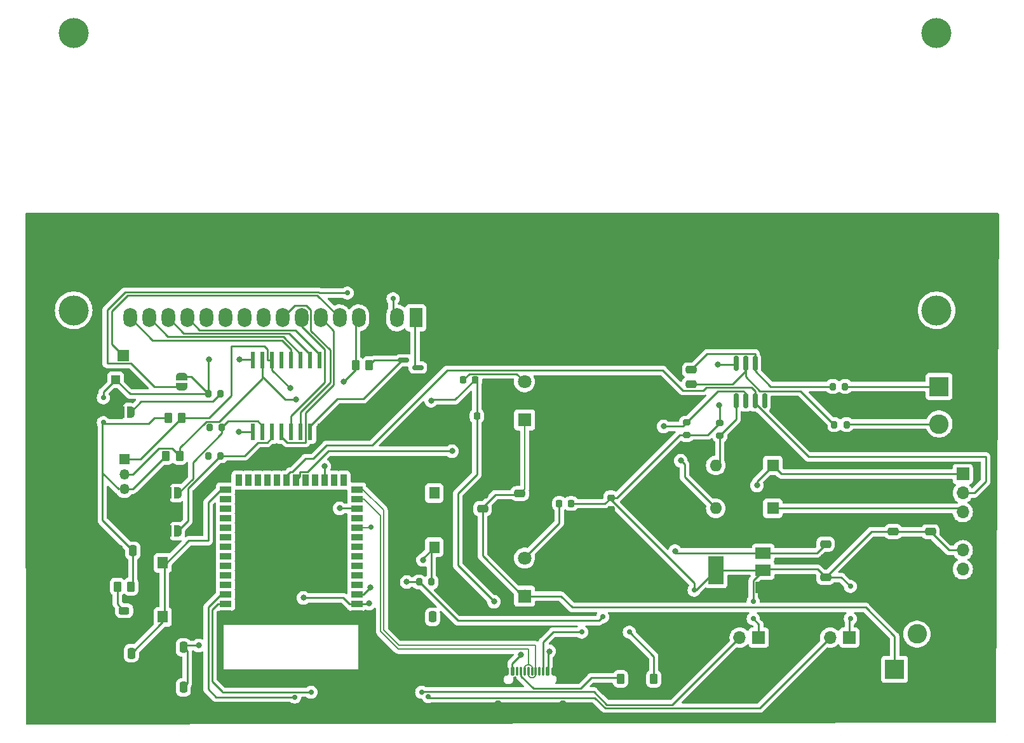
<source format=gbr>
%TF.GenerationSoftware,KiCad,Pcbnew,7.0.10*%
%TF.CreationDate,2024-04-10T04:00:51-07:00*%
%TF.ProjectId,COFFEE_MAKER,434f4646-4545-45f4-9d41-4b45522e6b69,rev?*%
%TF.SameCoordinates,Original*%
%TF.FileFunction,Copper,L1,Top*%
%TF.FilePolarity,Positive*%
%FSLAX46Y46*%
G04 Gerber Fmt 4.6, Leading zero omitted, Abs format (unit mm)*
G04 Created by KiCad (PCBNEW 7.0.10) date 2024-04-10 04:00:51*
%MOMM*%
%LPD*%
G01*
G04 APERTURE LIST*
G04 Aperture macros list*
%AMRoundRect*
0 Rectangle with rounded corners*
0 $1 Rounding radius*
0 $2 $3 $4 $5 $6 $7 $8 $9 X,Y pos of 4 corners*
0 Add a 4 corners polygon primitive as box body*
4,1,4,$2,$3,$4,$5,$6,$7,$8,$9,$2,$3,0*
0 Add four circle primitives for the rounded corners*
1,1,$1+$1,$2,$3*
1,1,$1+$1,$4,$5*
1,1,$1+$1,$6,$7*
1,1,$1+$1,$8,$9*
0 Add four rect primitives between the rounded corners*
20,1,$1+$1,$2,$3,$4,$5,0*
20,1,$1+$1,$4,$5,$6,$7,0*
20,1,$1+$1,$6,$7,$8,$9,0*
20,1,$1+$1,$8,$9,$2,$3,0*%
%AMFreePoly0*
4,1,19,0.500000,-0.750000,0.000000,-0.750000,0.000000,-0.744911,-0.071157,-0.744911,-0.207708,-0.704816,-0.327430,-0.627875,-0.420627,-0.520320,-0.479746,-0.390866,-0.500000,-0.250000,-0.500000,0.250000,-0.479746,0.390866,-0.420627,0.520320,-0.327430,0.627875,-0.207708,0.704816,-0.071157,0.744911,0.000000,0.744911,0.000000,0.750000,0.500000,0.750000,0.500000,-0.750000,0.500000,-0.750000,
$1*%
%AMFreePoly1*
4,1,19,0.000000,0.744911,0.071157,0.744911,0.207708,0.704816,0.327430,0.627875,0.420627,0.520320,0.479746,0.390866,0.500000,0.250000,0.500000,-0.250000,0.479746,-0.390866,0.420627,-0.520320,0.327430,-0.627875,0.207708,-0.704816,0.071157,-0.744911,0.000000,-0.744911,0.000000,-0.750000,-0.500000,-0.750000,-0.500000,0.750000,0.000000,0.750000,0.000000,0.744911,0.000000,0.744911,
$1*%
G04 Aperture macros list end*
%TA.AperFunction,SMDPad,CuDef*%
%ADD10RoundRect,0.250000X-0.262500X-0.450000X0.262500X-0.450000X0.262500X0.450000X-0.262500X0.450000X0*%
%TD*%
%TA.AperFunction,SMDPad,CuDef*%
%ADD11RoundRect,0.200000X0.200000X0.275000X-0.200000X0.275000X-0.200000X-0.275000X0.200000X-0.275000X0*%
%TD*%
%TA.AperFunction,SMDPad,CuDef*%
%ADD12R,1.500000X0.900000*%
%TD*%
%TA.AperFunction,SMDPad,CuDef*%
%ADD13R,0.900000X1.500000*%
%TD*%
%TA.AperFunction,SMDPad,CuDef*%
%ADD14R,0.900000X0.900000*%
%TD*%
%TA.AperFunction,SMDPad,CuDef*%
%ADD15RoundRect,0.250000X-0.250000X-0.475000X0.250000X-0.475000X0.250000X0.475000X-0.250000X0.475000X0*%
%TD*%
%TA.AperFunction,SMDPad,CuDef*%
%ADD16R,1.400000X1.600000*%
%TD*%
%TA.AperFunction,SMDPad,CuDef*%
%ADD17RoundRect,0.250000X-0.475000X0.250000X-0.475000X-0.250000X0.475000X-0.250000X0.475000X0.250000X0*%
%TD*%
%TA.AperFunction,ComponentPad*%
%ADD18R,1.350000X1.350000*%
%TD*%
%TA.AperFunction,ComponentPad*%
%ADD19O,1.350000X1.350000*%
%TD*%
%TA.AperFunction,SMDPad,CuDef*%
%ADD20RoundRect,0.200000X-0.200000X-0.275000X0.200000X-0.275000X0.200000X0.275000X-0.200000X0.275000X0*%
%TD*%
%TA.AperFunction,SMDPad,CuDef*%
%ADD21FreePoly0,0.000000*%
%TD*%
%TA.AperFunction,SMDPad,CuDef*%
%ADD22FreePoly1,0.000000*%
%TD*%
%TA.AperFunction,SMDPad,CuDef*%
%ADD23RoundRect,0.200000X-0.275000X0.200000X-0.275000X-0.200000X0.275000X-0.200000X0.275000X0.200000X0*%
%TD*%
%TA.AperFunction,SMDPad,CuDef*%
%ADD24RoundRect,0.150000X-0.150000X0.825000X-0.150000X-0.825000X0.150000X-0.825000X0.150000X0.825000X0*%
%TD*%
%TA.AperFunction,ComponentPad*%
%ADD25R,2.600000X2.600000*%
%TD*%
%TA.AperFunction,ComponentPad*%
%ADD26C,2.600000*%
%TD*%
%TA.AperFunction,ComponentPad*%
%ADD27C,4.000000*%
%TD*%
%TA.AperFunction,ComponentPad*%
%ADD28R,1.800000X2.600000*%
%TD*%
%TA.AperFunction,ComponentPad*%
%ADD29O,1.800000X2.600000*%
%TD*%
%TA.AperFunction,SMDPad,CuDef*%
%ADD30RoundRect,0.250000X0.475000X-0.250000X0.475000X0.250000X-0.475000X0.250000X-0.475000X-0.250000X0*%
%TD*%
%TA.AperFunction,SMDPad,CuDef*%
%ADD31R,0.600000X2.200000*%
%TD*%
%TA.AperFunction,SMDPad,CuDef*%
%ADD32FreePoly0,90.000000*%
%TD*%
%TA.AperFunction,SMDPad,CuDef*%
%ADD33FreePoly1,90.000000*%
%TD*%
%TA.AperFunction,SMDPad,CuDef*%
%ADD34RoundRect,0.225000X0.250000X-0.225000X0.250000X0.225000X-0.250000X0.225000X-0.250000X-0.225000X0*%
%TD*%
%TA.AperFunction,SMDPad,CuDef*%
%ADD35RoundRect,0.150000X-0.587500X-0.150000X0.587500X-0.150000X0.587500X0.150000X-0.587500X0.150000X0*%
%TD*%
%TA.AperFunction,SMDPad,CuDef*%
%ADD36RoundRect,0.218750X-0.218750X-0.256250X0.218750X-0.256250X0.218750X0.256250X-0.218750X0.256250X0*%
%TD*%
%TA.AperFunction,ComponentPad*%
%ADD37R,1.700000X1.700000*%
%TD*%
%TA.AperFunction,ComponentPad*%
%ADD38O,1.700000X1.700000*%
%TD*%
%TA.AperFunction,SMDPad,CuDef*%
%ADD39RoundRect,0.250000X0.262500X0.450000X-0.262500X0.450000X-0.262500X-0.450000X0.262500X-0.450000X0*%
%TD*%
%TA.AperFunction,ComponentPad*%
%ADD40R,1.800000X1.800000*%
%TD*%
%TA.AperFunction,ComponentPad*%
%ADD41C,1.800000*%
%TD*%
%TA.AperFunction,SMDPad,CuDef*%
%ADD42RoundRect,0.243750X0.456250X-0.243750X0.456250X0.243750X-0.456250X0.243750X-0.456250X-0.243750X0*%
%TD*%
%TA.AperFunction,SMDPad,CuDef*%
%ADD43RoundRect,0.225000X-0.225000X-0.250000X0.225000X-0.250000X0.225000X0.250000X-0.225000X0.250000X0*%
%TD*%
%TA.AperFunction,SMDPad,CuDef*%
%ADD44R,2.000000X1.500000*%
%TD*%
%TA.AperFunction,SMDPad,CuDef*%
%ADD45R,2.000000X3.800000*%
%TD*%
%TA.AperFunction,ComponentPad*%
%ADD46R,1.600000X1.600000*%
%TD*%
%TA.AperFunction,ComponentPad*%
%ADD47O,1.600000X1.600000*%
%TD*%
%TA.AperFunction,SMDPad,CuDef*%
%ADD48RoundRect,0.150000X-0.150000X-0.425000X0.150000X-0.425000X0.150000X0.425000X-0.150000X0.425000X0*%
%TD*%
%TA.AperFunction,SMDPad,CuDef*%
%ADD49RoundRect,0.110000X-0.110000X-0.465000X0.110000X-0.465000X0.110000X0.465000X-0.110000X0.465000X0*%
%TD*%
%TA.AperFunction,SMDPad,CuDef*%
%ADD50RoundRect,0.075000X-0.075000X-0.500000X0.075000X-0.500000X0.075000X0.500000X-0.075000X0.500000X0*%
%TD*%
%TA.AperFunction,ComponentPad*%
%ADD51O,1.000000X2.100000*%
%TD*%
%TA.AperFunction,ComponentPad*%
%ADD52O,1.000000X1.800000*%
%TD*%
%TA.AperFunction,SMDPad,CuDef*%
%ADD53RoundRect,0.250000X0.250000X0.475000X-0.250000X0.475000X-0.250000X-0.475000X0.250000X-0.475000X0*%
%TD*%
%TA.AperFunction,SMDPad,CuDef*%
%ADD54R,1.200000X1.200000*%
%TD*%
%TA.AperFunction,SMDPad,CuDef*%
%ADD55R,1.600000X1.500000*%
%TD*%
%TA.AperFunction,ViaPad*%
%ADD56C,0.800000*%
%TD*%
%TA.AperFunction,ViaPad*%
%ADD57C,0.711200*%
%TD*%
%TA.AperFunction,Conductor*%
%ADD58C,0.250000*%
%TD*%
%TA.AperFunction,Conductor*%
%ADD59C,0.203200*%
%TD*%
%TA.AperFunction,Conductor*%
%ADD60C,0.200000*%
%TD*%
G04 APERTURE END LIST*
D10*
%TO.P,R7,1*%
%TO.N,+5V*%
X117832500Y-83185000D03*
%TO.P,R7,2*%
%TO.N,LCD_sda*%
X119657500Y-83185000D03*
%TD*%
D11*
%TO.P,FB1,1*%
%TO.N,Net-(J4-Pin_1)*%
X208350620Y-73929240D03*
%TO.P,FB1,2*%
%TO.N,Net-(U5-T-)*%
X206700620Y-73929240D03*
%TD*%
D12*
%TO.P,U8,1,GND*%
%TO.N,GND*%
X143250620Y-104179240D03*
%TO.P,U8,2,3V3*%
%TO.N,+3V3*%
X143250620Y-102909240D03*
%TO.P,U8,3,EN*%
%TO.N,Net-(U8-EN)*%
X143250620Y-101639240D03*
%TO.P,U8,4,GPIO4/TOUCH4/ADC1_CH3*%
%TO.N,unconnected-(U8-GPIO4{slash}TOUCH4{slash}ADC1_CH3-Pad4)*%
X143250620Y-100369240D03*
%TO.P,U8,5,GPIO5/TOUCH5/ADC1_CH4*%
%TO.N,unconnected-(U8-GPIO5{slash}TOUCH5{slash}ADC1_CH4-Pad5)*%
X143250620Y-99099240D03*
%TO.P,U8,6,GPIO6/TOUCH6/ADC1_CH5*%
%TO.N,unconnected-(U8-GPIO6{slash}TOUCH6{slash}ADC1_CH5-Pad6)*%
X143250620Y-97829240D03*
%TO.P,U8,7,GPIO7/TOUCH7/ADC1_CH6*%
%TO.N,unconnected-(U8-GPIO7{slash}TOUCH7{slash}ADC1_CH6-Pad7)*%
X143250620Y-96559240D03*
%TO.P,U8,8,GPIO15/U0RTS/ADC2_CH4/XTAL_32K_P*%
%TO.N,unconnected-(U8-GPIO15{slash}U0RTS{slash}ADC2_CH4{slash}XTAL_32K_P-Pad8)*%
X143250620Y-95289240D03*
%TO.P,U8,9,GPIO16/U0CTS/ADC2_CH5/XTAL_32K_N*%
%TO.N,unconnected-(U8-GPIO16{slash}U0CTS{slash}ADC2_CH5{slash}XTAL_32K_N-Pad9)*%
X143250620Y-94019240D03*
%TO.P,U8,10,GPIO17/U1TXD/ADC2_CH6/DAC_1*%
%TO.N,TC_cs*%
X143250620Y-92749240D03*
%TO.P,U8,11,GPIO18/U1RXD/ADC2_CH7/DAC_2/CLK_OUT3*%
%TO.N,unconnected-(U8-GPIO18{slash}U1RXD{slash}ADC2_CH7{slash}DAC_2{slash}CLK_OUT3-Pad11)*%
X143250620Y-91479240D03*
%TO.P,U8,12,GPIO8/TOUCH8/ADC1_CH7*%
%TO.N,LCD_sda*%
X143250620Y-90209240D03*
%TO.P,U8,13,GPIO19/U1RTS/ADC2_CH8/CLK_OUT2/USB_D-*%
%TO.N,/D-*%
X143250620Y-88939240D03*
%TO.P,U8,14,GPIO20/U1CTS/ADC2_CH9/CLK_OUT1/USB_D+*%
%TO.N,/D+*%
X143250620Y-87669240D03*
D13*
%TO.P,U8,15,GPIO3/TOUCH3/ADC1_CH2*%
%TO.N,unconnected-(U8-GPIO3{slash}TOUCH3{slash}ADC1_CH2-Pad15)*%
X141485620Y-86419240D03*
%TO.P,U8,16,GPIO46*%
%TO.N,unconnected-(U8-GPIO46-Pad16)*%
X140215620Y-86419240D03*
%TO.P,U8,17,GPIO9/TOUCH9/ADC1_CH8/FSPIHD*%
%TO.N,LCD_scl*%
X138945620Y-86419240D03*
%TO.P,U8,18,GPIO10/TOUCH10/ADC1_CH9/FSPICS0/FSPIIO4*%
%TO.N,unconnected-(U8-GPIO10{slash}TOUCH10{slash}ADC1_CH9{slash}FSPICS0{slash}FSPIIO4-Pad18)*%
X137675620Y-86419240D03*
%TO.P,U8,19,GPIO11/TOUCH11/ADC2_CH0/FSPID/FSPIIO5*%
%TO.N,unconnected-(U8-GPIO11{slash}TOUCH11{slash}ADC2_CH0{slash}FSPID{slash}FSPIIO5-Pad19)*%
X136405620Y-86419240D03*
%TO.P,U8,20,GPIO12/TOUCH12/ADC2_CH1/FSPICLK/FSPIIO6*%
%TO.N,TC_sck*%
X135135620Y-86419240D03*
%TO.P,U8,21,GPIO13/TOUCH13/ADC2_CH2/FSPIQ/FSPIIO7*%
%TO.N,TC_so*%
X133865620Y-86419240D03*
%TO.P,U8,22,GPIO14/TOUCH14/ADC2_CH3/FSPIWP/FSPIDQS*%
%TO.N,unconnected-(U8-GPIO14{slash}TOUCH14{slash}ADC2_CH3{slash}FSPIWP{slash}FSPIDQS-Pad22)*%
X132595620Y-86419240D03*
%TO.P,U8,23,GPIO21*%
%TO.N,unconnected-(U8-GPIO21-Pad23)*%
X131325620Y-86419240D03*
%TO.P,U8,24,SPIIO4/GPIO33/FSPIHD*%
%TO.N,unconnected-(U8-SPIIO4{slash}GPIO33{slash}FSPIHD-Pad24)*%
X130055620Y-86419240D03*
%TO.P,U8,25,SPIIO5/GPIO34/FSPICS0*%
%TO.N,unconnected-(U8-SPIIO5{slash}GPIO34{slash}FSPICS0-Pad25)*%
X128785620Y-86419240D03*
%TO.P,U8,26,GPIO45*%
%TO.N,unconnected-(U8-GPIO45-Pad26)*%
X127515620Y-86419240D03*
D12*
%TO.P,U8,27,GPIO0*%
%TO.N,Net-(U8-GPIO0)*%
X125750620Y-87669240D03*
%TO.P,U8,28,SPIIO6/GPIO35/FSPID*%
%TO.N,unconnected-(U8-SPIIO6{slash}GPIO35{slash}FSPID-Pad28)*%
X125750620Y-88939240D03*
%TO.P,U8,29,SPIIO7/GPIO36/FSPICLK*%
%TO.N,unconnected-(U8-SPIIO7{slash}GPIO36{slash}FSPICLK-Pad29)*%
X125750620Y-90209240D03*
%TO.P,U8,30,SPIDQS/GPIO37/FSPIQ*%
%TO.N,unconnected-(U8-SPIDQS{slash}GPIO37{slash}FSPIQ-Pad30)*%
X125750620Y-91479240D03*
%TO.P,U8,31,GPIO38/FSPIWP*%
%TO.N,unconnected-(U8-GPIO38{slash}FSPIWP-Pad31)*%
X125750620Y-92749240D03*
%TO.P,U8,32,MTCK/GPIO39/CLK_OUT3*%
%TO.N,unconnected-(U8-MTCK{slash}GPIO39{slash}CLK_OUT3-Pad32)*%
X125750620Y-94019240D03*
%TO.P,U8,33,MTDO/GPIO40/CLK_OUT2*%
%TO.N,unconnected-(U8-MTDO{slash}GPIO40{slash}CLK_OUT2-Pad33)*%
X125750620Y-95289240D03*
%TO.P,U8,34,MTDI/GPIO41/CLK_OUT1*%
%TO.N,unconnected-(U8-MTDI{slash}GPIO41{slash}CLK_OUT1-Pad34)*%
X125750620Y-96559240D03*
%TO.P,U8,35,MTMS/GPIO42*%
%TO.N,unconnected-(U8-MTMS{slash}GPIO42-Pad35)*%
X125750620Y-97829240D03*
%TO.P,U8,36,U0RXD/GPIO44/CLK_OUT2*%
%TO.N,unconnected-(U8-U0RXD{slash}GPIO44{slash}CLK_OUT2-Pad36)*%
X125750620Y-99099240D03*
%TO.P,U8,37,U0TXD/GPIO43/CLK_OUT1*%
%TO.N,unconnected-(U8-U0TXD{slash}GPIO43{slash}CLK_OUT1-Pad37)*%
X125750620Y-100369240D03*
%TO.P,U8,38,GPIO2/TOUCH2/ADC1_CH1*%
%TO.N,RELAY_COIL*%
X125750620Y-101639240D03*
%TO.P,U8,39,GPIO1/TOUCH1/ADC1_CH0*%
%TO.N,RELAY_FAN*%
X125750620Y-102909240D03*
%TO.P,U8,40,GND*%
%TO.N,GND*%
X125750620Y-104179240D03*
D14*
%TO.P,U8,41,GND*%
X137400620Y-97859240D03*
X137400620Y-96459240D03*
X137400620Y-95059240D03*
X136000620Y-97859240D03*
X136000620Y-96459240D03*
X136000620Y-95059240D03*
X134600620Y-97859240D03*
X134600620Y-96459240D03*
X134600620Y-95059240D03*
%TD*%
D15*
%TO.P,C18,1*%
%TO.N,GND*%
X151450000Y-104648000D03*
%TO.P,C18,2*%
%TO.N,Net-(U8-EN)*%
X153350000Y-104648000D03*
%TD*%
D16*
%TO.P,SW5,1,1*%
%TO.N,GND*%
X150585000Y-95338000D03*
X150585000Y-88138000D03*
%TO.P,SW5,2,2*%
%TO.N,Net-(U8-EN)*%
X153585000Y-95338000D03*
X153585000Y-88138000D03*
%TD*%
D17*
%TO.P,C16,1*%
%TO.N,+5V*%
X205740000Y-94935000D03*
%TO.P,C16,2*%
%TO.N,GND*%
X205740000Y-96835000D03*
%TD*%
D18*
%TO.P,J7,1,Pin_1*%
%TO.N,LCD_scl*%
X112268000Y-83614000D03*
D19*
%TO.P,J7,2,Pin_2*%
%TO.N,LCD_sda*%
X112268000Y-85614000D03*
%TO.P,J7,3,Pin_3*%
%TO.N,+5V*%
X112268000Y-87614000D03*
%TO.P,J7,4,Pin_4*%
%TO.N,GND*%
X112268000Y-89614000D03*
%TD*%
D20*
%TO.P,R5,1*%
%TO.N,+5V*%
X123445000Y-83185000D03*
%TO.P,R5,2*%
%TO.N,Net-(JP3-B)*%
X125095000Y-83185000D03*
%TD*%
D21*
%TO.P,JP2,1,A*%
%TO.N,GND*%
X118080000Y-88138000D03*
D22*
%TO.P,JP2,2,B*%
%TO.N,Net-(JP2-B)*%
X119380000Y-88138000D03*
%TD*%
D20*
%TO.P,R4,1*%
%TO.N,+5V*%
X123635000Y-79375000D03*
%TO.P,R4,2*%
%TO.N,Net-(JP2-B)*%
X125285000Y-79375000D03*
%TD*%
D23*
%TO.P,R2,1*%
%TO.N,+3V3*%
X191643000Y-78804000D03*
%TO.P,R2,2*%
%TO.N,Net-(D7-A)*%
X191643000Y-80454000D03*
%TD*%
D24*
%TO.P,U5,1,GND*%
%TO.N,GND*%
X197612000Y-70866000D03*
%TO.P,U5,2,T-*%
%TO.N,Net-(U5-T-)*%
X196342000Y-70866000D03*
%TO.P,U5,3,T+*%
%TO.N,Net-(U5-T+)*%
X195072000Y-70866000D03*
%TO.P,U5,4,V_CC*%
%TO.N,+3V3*%
X193802000Y-70866000D03*
%TO.P,U5,5,SCK*%
%TO.N,Net-(D7-A)*%
X193802000Y-75816000D03*
%TO.P,U5,6,~{CS}*%
%TO.N,Net-(D8-A)*%
X195072000Y-75816000D03*
%TO.P,U5,7,SO*%
%TO.N,TC_so*%
X196342000Y-75816000D03*
%TO.P,U5,8*%
%TO.N,N/C*%
X197612000Y-75816000D03*
%TD*%
D25*
%TO.P,J4,1,Pin_1*%
%TO.N,Net-(J4-Pin_1)*%
X220860620Y-73929240D03*
D26*
%TO.P,J4,2,Pin_2*%
%TO.N,Net-(J4-Pin_2)*%
X220860620Y-78929240D03*
%TD*%
D27*
%TO.P,DS1,*%
%TO.N,*%
X220530420Y-63769240D03*
X220530420Y-26769060D03*
X105529380Y-63769240D03*
X105529380Y-26769060D03*
D28*
%TO.P,DS1,1,LEDK*%
%TO.N,Net-(DS1-LEDK)*%
X151130000Y-64770000D03*
D29*
%TO.P,DS1,2,LEDA*%
%TO.N,Net-(DS1-LEDA)*%
X148590000Y-64770000D03*
%TO.P,DS1,3,VSS*%
%TO.N,GND*%
X146050000Y-64770000D03*
%TO.P,DS1,4,VDD*%
%TO.N,+5V*%
X143510000Y-64770000D03*
%TO.P,DS1,5,Vo*%
%TO.N,Net-(DS1-Vo)*%
X140970000Y-64770000D03*
%TO.P,DS1,6,RS*%
%TO.N,Net-(DS1-RS)*%
X138430000Y-64770000D03*
%TO.P,DS1,7,R/~{W}*%
%TO.N,Net-(DS1-R{slash}~{W})*%
X135890000Y-64770000D03*
%TO.P,DS1,8,E*%
%TO.N,Net-(DS1-E)*%
X133350000Y-64770000D03*
%TO.P,DS1,9,DB0*%
%TO.N,unconnected-(DS1-DB0-Pad9)*%
X130810000Y-64770000D03*
%TO.P,DS1,10,DB1*%
%TO.N,unconnected-(DS1-DB1-Pad10)*%
X128270000Y-64770000D03*
%TO.P,DS1,11,DB2*%
%TO.N,unconnected-(DS1-DB2-Pad11)*%
X125730000Y-64770000D03*
%TO.P,DS1,12,DB3*%
%TO.N,unconnected-(DS1-DB3-Pad12)*%
X123190000Y-64770000D03*
%TO.P,DS1,13,DB4*%
%TO.N,Net-(DS1-DB4)*%
X120650000Y-64770000D03*
%TO.P,DS1,14,DB5*%
%TO.N,Net-(DS1-DB5)*%
X118110000Y-64770000D03*
%TO.P,DS1,15,DB6*%
%TO.N,Net-(DS1-DB6)*%
X115570000Y-64770000D03*
%TO.P,DS1,16,DB7*%
%TO.N,Net-(DS1-DB7)*%
X113030000Y-64770000D03*
%TD*%
D30*
%TO.P,C13,1*%
%TO.N,+3V3*%
X214757000Y-93279000D03*
%TO.P,C13,2*%
%TO.N,GND*%
X214757000Y-91379000D03*
%TD*%
D31*
%TO.P,U4,1,A0*%
%TO.N,Net-(JP1-B)*%
X129420620Y-79974240D03*
%TO.P,U4,2,A1*%
%TO.N,Net-(JP2-B)*%
X130690620Y-79974240D03*
%TO.P,U4,3,A2*%
%TO.N,Net-(JP3-B)*%
X131960620Y-79974240D03*
%TO.P,U4,4,P0*%
%TO.N,Net-(DS1-RS)*%
X133230620Y-79974240D03*
%TO.P,U4,5,P1*%
%TO.N,Net-(DS1-R{slash}~{W})*%
X134500620Y-79974240D03*
%TO.P,U4,6,P2*%
%TO.N,Net-(DS1-E)*%
X135770620Y-79974240D03*
%TO.P,U4,7,P3*%
%TO.N,Net-(Q1-B)*%
X137040620Y-79974240D03*
%TO.P,U4,8,VSS*%
%TO.N,GND*%
X138310620Y-79974240D03*
%TO.P,U4,9,P4*%
%TO.N,Net-(DS1-DB4)*%
X138310620Y-70399240D03*
%TO.P,U4,10,P5*%
%TO.N,Net-(DS1-DB5)*%
X137040620Y-70399240D03*
%TO.P,U4,11,P6*%
%TO.N,Net-(DS1-DB6)*%
X135770620Y-70399240D03*
%TO.P,U4,12,P7*%
%TO.N,Net-(DS1-DB7)*%
X134500620Y-70399240D03*
%TO.P,U4,13,~{INT}*%
%TO.N,unconnected-(U4-~{INT}-Pad13)*%
X133230620Y-70399240D03*
%TO.P,U4,14,SCL*%
%TO.N,LCD_scl*%
X131960620Y-70399240D03*
%TO.P,U4,15,SDA*%
%TO.N,LCD_sda*%
X130690620Y-70399240D03*
%TO.P,U4,16,VDD*%
%TO.N,+5V*%
X129420620Y-70399240D03*
%TD*%
D23*
%TO.P,R1,1*%
%TO.N,Net-(D8-A)*%
X187198000Y-78741000D03*
%TO.P,R1,2*%
%TO.N,+3V3*%
X187198000Y-80391000D03*
%TD*%
D21*
%TO.P,JP1,1,A*%
%TO.N,GND*%
X111810000Y-77355000D03*
D22*
%TO.P,JP1,2,B*%
%TO.N,Net-(JP1-B)*%
X113110000Y-77355000D03*
%TD*%
D20*
%TO.P,FB2,1*%
%TO.N,Net-(U5-T+)*%
X206890620Y-79009240D03*
%TO.P,FB2,2*%
%TO.N,Net-(J4-Pin_2)*%
X208540620Y-79009240D03*
%TD*%
D21*
%TO.P,JP3,1,A*%
%TO.N,GND*%
X118080000Y-93218000D03*
D22*
%TO.P,JP3,2,B*%
%TO.N,Net-(JP3-B)*%
X119380000Y-93218000D03*
%TD*%
D20*
%TO.P,R3,1*%
%TO.N,+5V*%
X123445000Y-74930000D03*
%TO.P,R3,2*%
%TO.N,Net-(JP1-B)*%
X125095000Y-74930000D03*
%TD*%
D32*
%TO.P,JP4,1,A*%
%TO.N,Net-(DS1-LEDA)*%
X119895620Y-73944240D03*
D33*
%TO.P,JP4,2,B*%
%TO.N,+5V*%
X119895620Y-72644240D03*
%TD*%
D34*
%TO.P,C3,1*%
%TO.N,GND*%
X177139500Y-90297000D03*
%TO.P,C3,2*%
%TO.N,+3V3*%
X177139500Y-88747000D03*
%TD*%
D15*
%TO.P,C20,1*%
%TO.N,GND*%
X118242000Y-114046000D03*
%TO.P,C20,2*%
%TO.N,+3V3*%
X120142000Y-114046000D03*
%TD*%
D35*
%TO.P,Q1,1,B*%
%TO.N,Net-(Q1-B)*%
X149509000Y-70439240D03*
%TO.P,Q1,2,E*%
%TO.N,GND*%
X149509000Y-72339240D03*
%TO.P,Q1,3,C*%
%TO.N,Net-(DS1-LEDK)*%
X151384000Y-71389240D03*
%TD*%
D15*
%TO.P,C19,1*%
%TO.N,GND*%
X118242000Y-108712000D03*
%TO.P,C19,2*%
%TO.N,+3V3*%
X120142000Y-108712000D03*
%TD*%
D36*
%TO.P,F1,1*%
%TO.N,Net-(U1-OUT)*%
X170256000Y-89535000D03*
%TO.P,F1,2*%
%TO.N,+3V3*%
X171831000Y-89535000D03*
%TD*%
D37*
%TO.P,J1,1,Pin_1*%
%TO.N,+3V3*%
X208900000Y-107385000D03*
D38*
%TO.P,J1,2,Pin_2*%
%TO.N,RELAY_COIL*%
X206360000Y-107385000D03*
%TO.P,J1,3,Pin_3*%
%TO.N,GND*%
X203820000Y-107385000D03*
%TD*%
D37*
%TO.P,J3,1,Pin_1*%
%TO.N,+3V3*%
X196835000Y-107385000D03*
D38*
%TO.P,J3,2,Pin_2*%
%TO.N,RELAY_FAN*%
X194295000Y-107385000D03*
%TO.P,J3,3,Pin_3*%
%TO.N,GND*%
X191755000Y-107385000D03*
%TD*%
D30*
%TO.P,C14,1*%
%TO.N,+3V3*%
X219710000Y-93294240D03*
%TO.P,C14,2*%
%TO.N,GND*%
X219710000Y-91394240D03*
%TD*%
%TO.P,C1,1*%
%TO.N,GND*%
X164973000Y-90104000D03*
%TO.P,C1,2*%
%TO.N,V_ALL+*%
X164973000Y-88204000D03*
%TD*%
D39*
%TO.P,R12,1*%
%TO.N,GND*%
X184658000Y-112903000D03*
%TO.P,R12,2*%
%TO.N,Net-(J5-CC2)*%
X182833000Y-112903000D03*
%TD*%
D40*
%TO.P,U1,1,IN*%
%TO.N,V_ALL+*%
X165620620Y-101879240D03*
D41*
%TO.P,U1,2,GND*%
%TO.N,GND*%
X165620620Y-99339240D03*
%TO.P,U1,3,OUT*%
%TO.N,Net-(U1-OUT)*%
X165620620Y-96799240D03*
%TD*%
D42*
%TO.P,D1,1,K*%
%TO.N,GND*%
X112255380Y-105692760D03*
%TO.P,D1,2,A*%
%TO.N,Net-(D1-A)*%
X112255380Y-103817760D03*
%TD*%
D40*
%TO.P,U2,1,IN*%
%TO.N,V_ALL+*%
X165615620Y-78374240D03*
D41*
%TO.P,U2,2,GND*%
%TO.N,GND*%
X165615620Y-75834240D03*
%TO.P,U2,3,OUT*%
%TO.N,Net-(U2-OUT)*%
X165615620Y-73294240D03*
%TD*%
D43*
%TO.P,C4,1*%
%TO.N,GND*%
X157721000Y-77851000D03*
%TO.P,C4,2*%
%TO.N,+5V*%
X159271000Y-77851000D03*
%TD*%
D10*
%TO.P,R11,1*%
%TO.N,Net-(J5-CC1)*%
X178411500Y-112903000D03*
%TO.P,R11,2*%
%TO.N,GND*%
X180236500Y-112903000D03*
%TD*%
%TO.P,R8,1*%
%TO.N,Net-(D1-A)*%
X111347880Y-100612760D03*
%TO.P,R8,2*%
%TO.N,+5V*%
X113172880Y-100612760D03*
%TD*%
%TO.P,R9,1*%
%TO.N,+5V*%
X143105500Y-71120000D03*
%TO.P,R9,2*%
%TO.N,Net-(Q1-B)*%
X144930500Y-71120000D03*
%TD*%
D44*
%TO.P,U7,1,GND*%
%TO.N,GND*%
X197435000Y-100725000D03*
%TO.P,U7,2,VO*%
%TO.N,+3V3*%
X197435000Y-98425000D03*
D45*
X191135000Y-98425000D03*
D44*
%TO.P,U7,3,VI*%
%TO.N,+5V*%
X197435000Y-96125000D03*
%TD*%
D17*
%TO.P,C17,1*%
%TO.N,+3V3*%
X205740000Y-99380000D03*
%TO.P,C17,2*%
%TO.N,GND*%
X205740000Y-101280000D03*
%TD*%
D30*
%TO.P,C5,1*%
%TO.N,Net-(U5-T+)*%
X187840620Y-73609240D03*
%TO.P,C5,2*%
%TO.N,Net-(U5-T-)*%
X187840620Y-71709240D03*
%TD*%
D17*
%TO.P,C2,1*%
%TO.N,GND*%
X160020000Y-88318000D03*
%TO.P,C2,2*%
%TO.N,V_ALL+*%
X160020000Y-90218000D03*
%TD*%
D46*
%TO.P,D7,1,K*%
%TO.N,TC_sck*%
X198730000Y-84455000D03*
D47*
%TO.P,D7,2,A*%
%TO.N,Net-(D7-A)*%
X191110000Y-84455000D03*
%TD*%
D37*
%TO.P,J2,1,Pin_1*%
%TO.N,TC_sck*%
X224028000Y-85598000D03*
D38*
%TO.P,J2,2,Pin_2*%
%TO.N,TC_so*%
X224028000Y-88138000D03*
%TO.P,J2,3,Pin_3*%
%TO.N,TC_cs*%
X224028000Y-90678000D03*
%TO.P,J2,4,Pin_4*%
%TO.N,GND*%
X224028000Y-93218000D03*
%TO.P,J2,5,Pin_5*%
%TO.N,+3V3*%
X224028000Y-95758000D03*
%TO.P,J2,6,Pin_6*%
%TO.N,unconnected-(J2-Pin_6-Pad6)*%
X224028000Y-98298000D03*
%TD*%
D36*
%TO.P,F2,1*%
%TO.N,Net-(U2-OUT)*%
X157454500Y-73025000D03*
%TO.P,F2,2*%
%TO.N,+5V*%
X159029500Y-73025000D03*
%TD*%
D48*
%TO.P,J5,A1,GND*%
%TO.N,GND*%
X163170000Y-111890000D03*
D49*
%TO.P,J5,A4,VBUS*%
%TO.N,+5V*%
X164050000Y-111890000D03*
D50*
%TO.P,J5,A5,CC1*%
%TO.N,Net-(J5-CC1)*%
X165120000Y-111890000D03*
%TO.P,J5,A6,D+*%
%TO.N,/D+*%
X166120000Y-111890000D03*
%TO.P,J5,A7,D-*%
%TO.N,/D-*%
X166620000Y-111890000D03*
%TO.P,J5,A8,SBU1*%
%TO.N,unconnected-(J5-SBU1-PadA8)*%
X167620000Y-111890000D03*
D48*
%TO.P,J5,A12,GND*%
%TO.N,GND*%
X169570000Y-111890000D03*
D49*
%TO.P,J5,B4,VBUS*%
%TO.N,+5V*%
X168690000Y-111890000D03*
D50*
%TO.P,J5,B5,CC2*%
%TO.N,Net-(J5-CC2)*%
X168120000Y-111890000D03*
%TO.P,J5,B6,D+*%
%TO.N,/D+*%
X167120000Y-111890000D03*
%TO.P,J5,B7,D-*%
%TO.N,/D-*%
X165620000Y-111890000D03*
%TO.P,J5,B8,SBU2*%
%TO.N,unconnected-(J5-SBU2-PadB8)*%
X164620000Y-111890000D03*
D51*
%TO.P,J5,S1,SHIELD*%
%TO.N,GND*%
X162050000Y-112465000D03*
D52*
X162050000Y-116645000D03*
D51*
X170690000Y-112465000D03*
D52*
X170690000Y-116645000D03*
%TD*%
D53*
%TO.P,C10,1*%
%TO.N,+5V*%
X113409880Y-95830760D03*
%TO.P,C10,2*%
%TO.N,GND*%
X111509880Y-95830760D03*
%TD*%
D20*
%TO.P,R10,1*%
%TO.N,+3V3*%
X151550000Y-99993000D03*
%TO.P,R10,2*%
%TO.N,Net-(U8-EN)*%
X153200000Y-99993000D03*
%TD*%
D54*
%TO.P,RV1,1,1*%
%TO.N,+5V*%
X111125000Y-73025000D03*
D55*
%TO.P,RV1,2,2*%
%TO.N,Net-(DS1-Vo)*%
X112125000Y-69775000D03*
D54*
%TO.P,RV1,3,3*%
%TO.N,GND*%
X113125000Y-73025000D03*
%TD*%
D10*
%TO.P,R6,1*%
%TO.N,+5V*%
X118110000Y-78105000D03*
%TO.P,R6,2*%
%TO.N,LCD_scl*%
X119935000Y-78105000D03*
%TD*%
D46*
%TO.P,D8,1,K*%
%TO.N,TC_cs*%
X198730000Y-90170000D03*
D47*
%TO.P,D8,2,A*%
%TO.N,Net-(D8-A)*%
X191110000Y-90170000D03*
%TD*%
D53*
%TO.P,C21,1*%
%TO.N,Net-(U8-GPIO0)*%
X113210380Y-109502760D03*
%TO.P,C21,2*%
%TO.N,GND*%
X111310380Y-109502760D03*
%TD*%
D25*
%TO.P,J6,1*%
%TO.N,V_ALL+*%
X214932000Y-111634000D03*
D26*
%TO.P,J6,2*%
%TO.N,GND*%
X220932000Y-111634000D03*
%TO.P,J6,3*%
%TO.N,N/C*%
X217932000Y-106934000D03*
%TD*%
D16*
%TO.P,SW6,1,1*%
%TO.N,Net-(U8-GPIO0)*%
X117396000Y-104648000D03*
X117396000Y-97448000D03*
%TO.P,SW6,2,2*%
%TO.N,GND*%
X120396000Y-104648000D03*
X120396000Y-97448000D03*
%TD*%
D56*
%TO.N,+5V*%
X123571000Y-70358000D03*
X161544000Y-102616000D03*
X153162000Y-75819000D03*
X185674000Y-95885000D03*
X165100000Y-109728000D03*
X127635000Y-70358000D03*
D57*
X109474000Y-75438000D03*
D56*
X168914653Y-109224653D03*
X141478000Y-73279000D03*
D57*
X109474000Y-78740000D03*
%TO.N,+3V3*%
X196088000Y-102616000D03*
D56*
X136144000Y-102108000D03*
D57*
X209042000Y-104902000D03*
X209042000Y-100584000D03*
D56*
X191516000Y-76454000D03*
D57*
X176022000Y-104648000D03*
D56*
X149918380Y-99993000D03*
X191389000Y-70993000D03*
X122174000Y-108458000D03*
D57*
X196088000Y-104902000D03*
X188214000Y-101092000D03*
D56*
X144907000Y-102870000D03*
%TO.N,Net-(U8-EN)*%
X145096000Y-100711000D03*
X152077380Y-97056760D03*
%TO.N,TC_sck*%
X155956000Y-82550000D03*
X196596000Y-87122000D03*
D57*
%TO.N,TC_cs*%
X145161000Y-92710000D03*
D56*
%TO.N,Net-(D8-A)*%
X186436000Y-83820000D03*
X184150000Y-79248000D03*
D57*
%TO.N,Net-(DS1-LEDA)*%
X148082000Y-62230000D03*
X141986000Y-61468000D03*
%TO.N,RELAY_COIL*%
X135001000Y-115339400D03*
X152781000Y-115297540D03*
%TO.N,RELAY_FAN*%
X137160000Y-114681000D03*
X151892000Y-114681000D03*
%TO.N,Net-(J5-CC2)*%
X179578000Y-106680000D03*
X173228000Y-106680000D03*
D56*
%TO.N,LCD_scl*%
X134366000Y-74168000D03*
X138938000Y-84582000D03*
%TO.N,LCD_sda*%
X135128000Y-75692000D03*
X140970000Y-90170000D03*
%TO.N,Net-(JP1-B)*%
X127508000Y-80010000D03*
X125095000Y-74930000D03*
%TD*%
D58*
%TO.N,V_ALL+*%
X211074000Y-103378000D02*
X214932000Y-107236000D01*
X171958000Y-103378000D02*
X170459240Y-101879240D01*
X170459240Y-101879240D02*
X165620620Y-101879240D01*
X171958000Y-103378000D02*
X211074000Y-103378000D01*
X165379240Y-101879240D02*
X160020000Y-96520000D01*
X160020000Y-96520000D02*
X160020000Y-90218000D01*
X214932000Y-107236000D02*
X214932000Y-111634000D01*
X164465000Y-88353000D02*
X162560000Y-88353000D01*
X165620620Y-101879240D02*
X165379240Y-101879240D01*
D59*
X165615620Y-78374240D02*
X165615620Y-87561380D01*
D58*
X161710000Y-88353000D02*
X160020000Y-90043000D01*
D59*
X165615620Y-87561380D02*
X164973000Y-88204000D01*
D58*
X162560000Y-88353000D02*
X161710000Y-88353000D01*
X164465000Y-88483140D02*
X164465000Y-88353000D01*
X165620620Y-101879240D02*
X165620620Y-101079380D01*
%TO.N,+5V*%
X204550000Y-96125000D02*
X205740000Y-94935000D01*
X113403500Y-87614000D02*
X112268000Y-87614000D01*
X116245000Y-78105000D02*
X115483000Y-78867000D01*
X123445000Y-74930000D02*
X113030000Y-74930000D01*
X159271000Y-77851000D02*
X159271000Y-73266500D01*
X109347000Y-91767880D02*
X113409880Y-95830760D01*
X111506000Y-87630000D02*
X109347000Y-85471000D01*
X156718000Y-97790000D02*
X156718000Y-88201296D01*
X109474000Y-74676000D02*
X111125000Y-73025000D01*
X118110000Y-78105000D02*
X116245000Y-78105000D01*
X113030000Y-74930000D02*
X111125000Y-73025000D01*
X168914653Y-109224653D02*
X168770000Y-109369306D01*
X141478000Y-73279000D02*
X143105500Y-71651500D01*
X109347000Y-85471000D02*
X109347000Y-91767880D01*
X117832500Y-83185000D02*
X113403500Y-87614000D01*
X113409880Y-100375760D02*
X113172880Y-100612760D01*
X156362500Y-75692000D02*
X159029500Y-73025000D01*
X156718000Y-88201296D02*
X159271000Y-85648296D01*
X143105500Y-65174500D02*
X143510000Y-64770000D01*
X159271000Y-73266500D02*
X159029500Y-73025000D01*
X121159240Y-72644240D02*
X119895620Y-72644240D01*
X197435000Y-96125000D02*
X204550000Y-96125000D01*
X161544000Y-102616000D02*
X156718000Y-97790000D01*
X159271000Y-85648296D02*
X159271000Y-77851000D01*
X168770000Y-109369306D02*
X168770000Y-111890000D01*
X129379380Y-70358000D02*
X129420620Y-70399240D01*
X123445000Y-74930000D02*
X123445000Y-70484000D01*
X153162000Y-75819000D02*
X153289000Y-75692000D01*
X197435000Y-96125000D02*
X185914000Y-96125000D01*
X163970000Y-110858000D02*
X163970000Y-111890000D01*
X109347000Y-78867000D02*
X109474000Y-78740000D01*
X143105500Y-71651500D02*
X143105500Y-71120000D01*
X113409880Y-95830760D02*
X113409880Y-100375760D01*
X165100000Y-109728000D02*
X163970000Y-110858000D01*
X153289000Y-75692000D02*
X156362500Y-75692000D01*
X123445000Y-70484000D02*
X123571000Y-70358000D01*
X109347000Y-85471000D02*
X109347000Y-78867000D01*
X185914000Y-96125000D02*
X185674000Y-95885000D01*
X127635000Y-70358000D02*
X129379380Y-70358000D01*
X109474000Y-74676000D02*
X109474000Y-75438000D01*
X115483000Y-78867000D02*
X109347000Y-78867000D01*
X143105500Y-71120000D02*
X143105500Y-65174500D01*
X123445000Y-74930000D02*
X121159240Y-72644240D01*
%TO.N,Net-(U5-T+)*%
X193344760Y-73609240D02*
X187840620Y-73609240D01*
X195072000Y-72644000D02*
X195072000Y-71882000D01*
X202397380Y-74516000D02*
X196944000Y-74516000D01*
X195072000Y-71882000D02*
X195072000Y-70866000D01*
X195072000Y-71882000D02*
X193344760Y-73609240D01*
X196944000Y-74516000D02*
X195072000Y-72644000D01*
X206890620Y-79009240D02*
X202397380Y-74516000D01*
%TO.N,Net-(U5-T-)*%
X196342000Y-71840999D02*
X196342000Y-70866000D01*
X196342000Y-69596000D02*
X196342000Y-70866000D01*
X206700620Y-73929240D02*
X198430241Y-73929240D01*
X189983860Y-69566000D02*
X196312000Y-69566000D01*
X198430241Y-73929240D02*
X196342000Y-71840999D01*
X187840620Y-71709240D02*
X189983860Y-69566000D01*
X196312000Y-69566000D02*
X196342000Y-69596000D01*
%TO.N,+3V3*%
X209042000Y-104902000D02*
X208900000Y-105044000D01*
X219710000Y-93294240D02*
X222173760Y-95758000D01*
X207838000Y-99380000D02*
X209042000Y-100584000D01*
X211841000Y-93279000D02*
X205740000Y-99380000D01*
X120650000Y-113538000D02*
X120650000Y-109220000D01*
X214772240Y-93294240D02*
X214757000Y-93279000D01*
X142250620Y-102909240D02*
X141449380Y-102108000D01*
X122174000Y-108458000D02*
X120396000Y-108458000D01*
X176351500Y-89535000D02*
X177139500Y-88747000D01*
X143250620Y-102909240D02*
X144867760Y-102909240D01*
X177139500Y-89069342D02*
X177139500Y-88747000D01*
X191135000Y-98425000D02*
X197435000Y-98425000D01*
X177953000Y-88747000D02*
X177139500Y-88747000D01*
X187198000Y-80391000D02*
X190056000Y-80391000D01*
X176022000Y-104648000D02*
X175514000Y-105156000D01*
X175514000Y-105156000D02*
X156713000Y-105156000D01*
X120396000Y-108458000D02*
X120142000Y-108712000D01*
X196088000Y-102616000D02*
X196110000Y-102594000D01*
X197435000Y-98475000D02*
X197435000Y-98425000D01*
X191643000Y-76581000D02*
X191516000Y-76454000D01*
X120650000Y-109220000D02*
X120142000Y-108712000D01*
X156713000Y-105156000D02*
X151550000Y-99993000D01*
X171831000Y-89535000D02*
X176351500Y-89535000D01*
X196110000Y-102594000D02*
X196110000Y-99800000D01*
X204658000Y-98298000D02*
X197562000Y-98298000D01*
X188214000Y-100143842D02*
X177139500Y-89069342D01*
X191389000Y-70993000D02*
X193675000Y-70993000D01*
X196110000Y-99800000D02*
X197435000Y-98475000D01*
X188214000Y-101092000D02*
X188214000Y-100143842D01*
X205740000Y-99380000D02*
X204658000Y-98298000D01*
X196088000Y-104902000D02*
X196835000Y-105649000D01*
X219710000Y-93294240D02*
X214772240Y-93294240D01*
X143250620Y-102909240D02*
X142250620Y-102909240D01*
X186309000Y-80391000D02*
X177953000Y-88747000D01*
X187198000Y-80391000D02*
X186309000Y-80391000D01*
X208900000Y-105044000D02*
X208900000Y-107385000D01*
X191135000Y-98425000D02*
X188468000Y-101092000D01*
X196835000Y-105649000D02*
X196835000Y-107385000D01*
X188468000Y-101092000D02*
X188214000Y-101092000D01*
X205740000Y-99380000D02*
X207838000Y-99380000D01*
X197562000Y-98298000D02*
X197435000Y-98425000D01*
X214757000Y-93279000D02*
X211841000Y-93279000D01*
X196835000Y-107385000D02*
X196110000Y-106660000D01*
X191643000Y-78804000D02*
X191643000Y-76581000D01*
X141449380Y-102108000D02*
X136144000Y-102108000D01*
X193675000Y-70993000D02*
X193802000Y-70866000D01*
X144867760Y-102909240D02*
X144907000Y-102870000D01*
X149918380Y-99993000D02*
X151550000Y-99993000D01*
X120142000Y-114046000D02*
X120650000Y-113538000D01*
X222173760Y-95758000D02*
X224028000Y-95758000D01*
X190056000Y-80391000D02*
X191643000Y-78804000D01*
%TO.N,Net-(U8-EN)*%
X153200000Y-99993000D02*
X153200000Y-95723000D01*
X143250620Y-101639240D02*
X144167760Y-101639240D01*
X152077380Y-96845620D02*
X153585000Y-95338000D01*
X152077380Y-97056760D02*
X152077380Y-96845620D01*
X153200000Y-95723000D02*
X153585000Y-95338000D01*
X144167760Y-101639240D02*
X145096000Y-100711000D01*
%TO.N,Net-(U8-GPIO0)*%
X125170620Y-87669240D02*
X123444000Y-89395860D01*
X117602000Y-104442000D02*
X117396000Y-104648000D01*
X117396000Y-105317140D02*
X113210380Y-109502760D01*
X125750620Y-87669240D02*
X125170620Y-87669240D01*
X123444000Y-89395860D02*
X123444000Y-94488000D01*
X123444000Y-94488000D02*
X120884000Y-94488000D01*
X120884000Y-94488000D02*
X117602000Y-97770000D01*
X117396000Y-104648000D02*
X117396000Y-105317140D01*
X117602000Y-97770000D02*
X117602000Y-104442000D01*
%TO.N,Net-(D1-A)*%
X111347880Y-102910260D02*
X111347880Y-100612760D01*
X112255380Y-103817760D02*
X111347880Y-102910260D01*
%TO.N,TC_sck*%
X135630620Y-85924240D02*
X135135620Y-86419240D01*
X136651760Y-85344240D02*
X135630620Y-85344240D01*
X224028000Y-85598000D02*
X199873000Y-85598000D01*
X139446000Y-82550000D02*
X136651760Y-85344240D01*
X196596000Y-86589000D02*
X198730000Y-84455000D01*
X199873000Y-85598000D02*
X198730000Y-84455000D01*
X135630620Y-85344240D02*
X135630620Y-85924240D01*
X196596000Y-87122000D02*
X196596000Y-86589000D01*
X155956000Y-82550000D02*
X139446000Y-82550000D01*
%TO.N,Net-(D7-A)*%
X191643000Y-80454000D02*
X191643000Y-83922000D01*
X191643000Y-80454000D02*
X193802000Y-78295000D01*
X193802000Y-78295000D02*
X193802000Y-75816000D01*
X191643000Y-83922000D02*
X191110000Y-84455000D01*
%TO.N,TC_cs*%
X223520000Y-90170000D02*
X224028000Y-90678000D01*
X198730000Y-90170000D02*
X223520000Y-90170000D01*
D59*
X143250620Y-92749240D02*
X145121760Y-92749240D01*
X145121760Y-92749240D02*
X145161000Y-92710000D01*
D58*
%TO.N,Net-(D8-A)*%
X186436000Y-83820000D02*
X186944000Y-84328000D01*
X184150000Y-79248000D02*
X186691000Y-79248000D01*
X186944000Y-86004000D02*
X191110000Y-90170000D01*
X191423000Y-74516000D02*
X187198000Y-78741000D01*
X186944000Y-84328000D02*
X186944000Y-86004000D01*
X195072000Y-75816000D02*
X195072000Y-74841001D01*
X194746999Y-74516000D02*
X191423000Y-74516000D01*
X186691000Y-79248000D02*
X187198000Y-78741000D01*
X195072000Y-74841001D02*
X194746999Y-74516000D01*
%TO.N,Net-(DS1-LEDK)*%
X151010620Y-64889380D02*
X151130000Y-64770000D01*
X151010620Y-71389240D02*
X151010620Y-64889380D01*
%TO.N,Net-(DS1-LEDA)*%
X116257844Y-73944240D02*
X119895620Y-73944240D01*
X138273001Y-61468000D02*
X138168201Y-61363200D01*
X148082000Y-62484000D02*
X148082000Y-62230000D01*
X109982000Y-70850000D02*
X113163604Y-70850000D01*
X141986000Y-61468000D02*
X138273001Y-61468000D01*
X109982000Y-63754000D02*
X109982000Y-70850000D01*
X148082000Y-62484000D02*
X148082000Y-64262000D01*
X138168201Y-61363200D02*
X112372800Y-61363200D01*
X113163604Y-70850000D02*
X116257844Y-73944240D01*
X148082000Y-64262000D02*
X148590000Y-64770000D01*
X112372800Y-61363200D02*
X109982000Y-63754000D01*
%TO.N,Net-(DS1-Vo)*%
X110617000Y-68267000D02*
X110617000Y-63881000D01*
X112125000Y-69775000D02*
X110617000Y-68267000D01*
X137991000Y-61791000D02*
X140970000Y-64770000D01*
X110617000Y-63881000D02*
X112707000Y-61791000D01*
X112707000Y-61791000D02*
X137991000Y-61791000D01*
%TO.N,Net-(DS1-RS)*%
X136395620Y-77472380D02*
X140150000Y-73718000D01*
X133994860Y-81399240D02*
X136395620Y-81399240D01*
X133230620Y-79974240D02*
X133230620Y-80635000D01*
X136395620Y-81399240D02*
X136395620Y-77472380D01*
X140150000Y-66490000D02*
X138430000Y-64770000D01*
X140150000Y-73718000D02*
X140150000Y-66490000D01*
X133230620Y-80635000D02*
X133994860Y-81399240D01*
%TO.N,Net-(DS1-R{slash}~{W})*%
X134500620Y-77843380D02*
X138935620Y-73408380D01*
X135890000Y-65928620D02*
X135890000Y-64770000D01*
X138935620Y-73408380D02*
X138935620Y-68974240D01*
X138935620Y-68974240D02*
X135890000Y-65928620D01*
X134500620Y-79974240D02*
X134500620Y-77843380D01*
%TO.N,Net-(DS1-E)*%
X139700000Y-69088000D02*
X137115000Y-66503000D01*
X134975000Y-63145000D02*
X133350000Y-64770000D01*
X139700000Y-73406000D02*
X139700000Y-69088000D01*
X136551000Y-63145000D02*
X134975000Y-63145000D01*
X135770620Y-77335380D02*
X139700000Y-73406000D01*
X137115000Y-66503000D02*
X137115000Y-63709000D01*
X135770620Y-79974240D02*
X135770620Y-77335380D01*
X137115000Y-63709000D02*
X136551000Y-63145000D01*
%TO.N,Net-(DS1-DB4)*%
X122275000Y-66395000D02*
X120650000Y-64770000D01*
X138310620Y-69619240D02*
X135086380Y-66395000D01*
X138310620Y-70399240D02*
X138310620Y-69619240D01*
X135086380Y-66395000D02*
X122275000Y-66395000D01*
%TO.N,Net-(DS1-DB5)*%
X120185000Y-66845000D02*
X118110000Y-64770000D01*
X134266380Y-66845000D02*
X120185000Y-66845000D01*
X137040620Y-70399240D02*
X137040620Y-69619240D01*
X137040620Y-69619240D02*
X134266380Y-66845000D01*
%TO.N,Net-(DS1-DB6)*%
X135770620Y-70399240D02*
X135770620Y-69619240D01*
X118095000Y-67295000D02*
X115570000Y-64770000D01*
X135770620Y-69619240D02*
X133446380Y-67295000D01*
X133446380Y-67295000D02*
X118095000Y-67295000D01*
%TO.N,Net-(DS1-DB7)*%
X133259984Y-67745000D02*
X116005000Y-67745000D01*
X134500620Y-70399240D02*
X134500620Y-68985636D01*
X116005000Y-67745000D02*
X113030000Y-64770000D01*
X134500620Y-68985636D02*
X133259984Y-67745000D01*
%TO.N,Net-(U1-OUT)*%
X170256000Y-89535000D02*
X170256000Y-92126000D01*
X170159500Y-89631500D02*
X170256000Y-89535000D01*
X170256000Y-92126000D02*
X165620620Y-96761380D01*
X165620620Y-96761380D02*
X165620620Y-96799240D01*
%TO.N,Net-(U2-OUT)*%
X165615620Y-73294240D02*
X164546380Y-72225000D01*
X164546380Y-72225000D02*
X158254500Y-72225000D01*
X158254500Y-72225000D02*
X157454500Y-73025000D01*
%TO.N,Net-(J4-Pin_1)*%
X208350620Y-73929240D02*
X220860620Y-73929240D01*
%TO.N,Net-(J4-Pin_2)*%
X220860620Y-78929240D02*
X208620620Y-78929240D01*
X208620620Y-78929240D02*
X208540620Y-79009240D01*
%TO.N,RELAY_COIL*%
X196935760Y-116809240D02*
X206360000Y-107385000D01*
X123444000Y-103365860D02*
X125170620Y-101639240D01*
X176372240Y-116809240D02*
X196935760Y-116809240D01*
X124483400Y-115339400D02*
X123444000Y-114300000D01*
X135001000Y-115339400D02*
X124483400Y-115339400D01*
X152904155Y-115420695D02*
X174983695Y-115420695D01*
X174983695Y-115420695D02*
X176372240Y-116809240D01*
X152781000Y-115297540D02*
X152904155Y-115420695D01*
X125170620Y-101639240D02*
X125750620Y-101639240D01*
X123444000Y-114300000D02*
X123444000Y-103365860D01*
%TO.N,TC_so*%
X184043000Y-71775000D02*
X186702240Y-74434240D01*
X224028000Y-88138000D02*
X225552000Y-88138000D01*
X134360620Y-85344240D02*
X134619760Y-85344240D01*
X186702240Y-74434240D02*
X189471760Y-74434240D01*
X227076000Y-86614000D02*
X227076000Y-83312000D01*
X196342000Y-76196908D02*
X196342000Y-75816000D01*
X196342000Y-74550396D02*
X196342000Y-75816000D01*
X225552000Y-88138000D02*
X227076000Y-86614000D01*
X189471760Y-74434240D02*
X189846760Y-74059240D01*
X133865620Y-86419240D02*
X133865620Y-85839240D01*
X134619760Y-85344240D02*
X136398000Y-83566000D01*
X203457092Y-83312000D02*
X196342000Y-76196908D01*
X136398000Y-83566000D02*
X137414000Y-83566000D01*
X133865620Y-85839240D02*
X134360620Y-85344240D01*
X189846760Y-74059240D02*
X195850844Y-74059240D01*
X145288000Y-81788000D02*
X155301000Y-71775000D01*
X195850844Y-74059240D02*
X196342000Y-74550396D01*
X139192000Y-81788000D02*
X145288000Y-81788000D01*
X155301000Y-71775000D02*
X184043000Y-71775000D01*
X227076000Y-83312000D02*
X203457092Y-83312000D01*
X137414000Y-83566000D02*
X139192000Y-81788000D01*
%TO.N,RELAY_FAN*%
X151892000Y-114681000D02*
X151933860Y-114639140D01*
X185320760Y-116359240D02*
X194295000Y-107385000D01*
X151933860Y-114639140D02*
X174837140Y-114639140D01*
X124750620Y-102909240D02*
X123952000Y-103707860D01*
X125750620Y-102909240D02*
X124750620Y-102909240D01*
X123952000Y-113284000D02*
X125307140Y-114639140D01*
X125349000Y-114681000D02*
X137160000Y-114681000D01*
X174837140Y-114639140D02*
X176557240Y-116359240D01*
X176557240Y-116359240D02*
X185320760Y-116359240D01*
X125307140Y-114639140D02*
X125349000Y-114681000D01*
X123952000Y-103707860D02*
X123952000Y-113284000D01*
%TO.N,Net-(J5-CC1)*%
X173062660Y-114211340D02*
X166789340Y-114211340D01*
X166789340Y-114211340D02*
X165120000Y-112542000D01*
X165120000Y-112542000D02*
X165120000Y-111890000D01*
X174498000Y-112776000D02*
X173062660Y-114211340D01*
X178284500Y-112776000D02*
X174498000Y-112776000D01*
X178411500Y-112903000D02*
X178284500Y-112776000D01*
%TO.N,Net-(J5-CC2)*%
X168120000Y-111890000D02*
X168120000Y-107978000D01*
X169418000Y-106680000D02*
X173228000Y-106680000D01*
X179578000Y-106680000D02*
X182833000Y-109935000D01*
X182833000Y-109935000D02*
X182833000Y-112903000D01*
X168120000Y-107978000D02*
X169418000Y-106680000D01*
%TO.N,LCD_scl*%
X131315620Y-70399240D02*
X131960620Y-70399240D01*
X131960620Y-71762620D02*
X131960620Y-70399240D01*
X119935000Y-78105000D02*
X114458000Y-83582000D01*
X126492000Y-68580000D02*
X130921380Y-68580000D01*
X134366000Y-74168000D02*
X131960620Y-71762620D01*
X138945620Y-84589620D02*
X138945620Y-86419240D01*
X126492000Y-73406000D02*
X126492000Y-68580000D01*
X114458000Y-83582000D02*
X112268000Y-83582000D01*
X126492000Y-75184000D02*
X126492000Y-73406000D01*
X123571000Y-78105000D02*
X126492000Y-75184000D01*
X138938000Y-84582000D02*
X138945620Y-84589620D01*
X130921380Y-68580000D02*
X131315620Y-68974240D01*
X119935000Y-78105000D02*
X123571000Y-78105000D01*
X131315620Y-68974240D02*
X131315620Y-70399240D01*
X112207339Y-83582000D02*
X112268000Y-83582000D01*
%TO.N,LCD_sda*%
X143211380Y-90170000D02*
X143250620Y-90209240D01*
X130690620Y-72833776D02*
X124949396Y-78575000D01*
X130690620Y-70399240D02*
X130690620Y-72644000D01*
X123211996Y-78575000D02*
X119657500Y-82129496D01*
X113395000Y-85614000D02*
X116849000Y-82160000D01*
X119657500Y-82129496D02*
X119657500Y-83185000D01*
X135128000Y-75692000D02*
X133738620Y-75692000D01*
X116849000Y-82160000D02*
X118632500Y-82160000D01*
X112268000Y-85614000D02*
X113395000Y-85614000D01*
X124949396Y-78575000D02*
X123211996Y-78575000D01*
X133738620Y-75692000D02*
X130690620Y-72644000D01*
X130690620Y-72644000D02*
X130690620Y-72833776D01*
X140970000Y-90170000D02*
X143211380Y-90170000D01*
X118632500Y-82160000D02*
X119657500Y-83185000D01*
%TO.N,Net-(JP1-B)*%
X127543760Y-79974240D02*
X127508000Y-80010000D01*
X114519000Y-75946000D02*
X124079000Y-75946000D01*
X124079000Y-75946000D02*
X125095000Y-74930000D01*
X113110000Y-77355000D02*
X114519000Y-75946000D01*
X129420620Y-79974240D02*
X127543760Y-79974240D01*
%TO.N,Net-(JP2-B)*%
X121412000Y-83994996D02*
X125285000Y-80121996D01*
X121412000Y-86231604D02*
X121412000Y-83994996D01*
X125285000Y-80121996D02*
X125285000Y-79375000D01*
X119505604Y-88138000D02*
X121412000Y-86231604D01*
X130690620Y-79174240D02*
X130690620Y-79974240D01*
X126110760Y-78549240D02*
X130065620Y-78549240D01*
X125285000Y-79375000D02*
X126110760Y-78549240D01*
X130065620Y-78549240D02*
X130690620Y-79174240D01*
X119380000Y-88138000D02*
X119505604Y-88138000D01*
%TO.N,Net-(JP3-B)*%
X128279860Y-83185000D02*
X130065620Y-81399240D01*
X131960620Y-80754240D02*
X131960620Y-79974240D01*
X125095000Y-83185000D02*
X128279860Y-83185000D01*
X119380000Y-93218000D02*
X120748142Y-91849858D01*
X131315620Y-81399240D02*
X131960620Y-80754240D01*
X120748142Y-91849858D02*
X120748142Y-87531858D01*
X130065620Y-81399240D02*
X131315620Y-81399240D01*
X120748142Y-87531858D02*
X125095000Y-83185000D01*
%TO.N,Net-(Q1-B)*%
X137040620Y-79974240D02*
X137040620Y-79174240D01*
X140649860Y-75565000D02*
X144145000Y-75565000D01*
X149135620Y-70439240D02*
X145611260Y-70439240D01*
X144145000Y-75565000D02*
X149135620Y-70574380D01*
X145611260Y-70439240D02*
X144930500Y-71120000D01*
X149135620Y-70574380D02*
X149135620Y-70439240D01*
X137040620Y-79174240D02*
X140649860Y-75565000D01*
D60*
%TO.N,/D+*%
X167120000Y-112497410D02*
X166852410Y-112765000D01*
X167120000Y-108458000D02*
X148844000Y-108458000D01*
X166120000Y-112497410D02*
X166120000Y-111890000D01*
X146812000Y-106426000D02*
X146812000Y-90424000D01*
X146812000Y-90424000D02*
X144057240Y-87669240D01*
X144057240Y-87669240D02*
X143250620Y-87669240D01*
X167120000Y-111890000D02*
X167120000Y-108458000D01*
X148844000Y-108458000D02*
X146812000Y-106426000D01*
X167120000Y-111890000D02*
X167120000Y-112497410D01*
X166852410Y-112765000D02*
X166387590Y-112765000D01*
X166387590Y-112765000D02*
X166120000Y-112497410D01*
%TO.N,/D-*%
X165620000Y-111282590D02*
X165620000Y-111890000D01*
X144200620Y-88939240D02*
X143250620Y-88939240D01*
X166116000Y-108966000D02*
X148786314Y-108966000D01*
X146412000Y-91150620D02*
X144200620Y-88939240D01*
X166116000Y-111015000D02*
X166116000Y-108966000D01*
X166620000Y-111890000D02*
X166620000Y-111282590D01*
X166620000Y-111282590D02*
X166352410Y-111015000D01*
X148786314Y-108966000D02*
X146412000Y-106591686D01*
X166352410Y-111015000D02*
X165887590Y-111015000D01*
X146412000Y-106591686D02*
X146412000Y-91150620D01*
X165887590Y-111015000D02*
X165620000Y-111282590D01*
%TD*%
%TA.AperFunction,Conductor*%
%TO.N,GND*%
G36*
X208507601Y-104023185D02*
G01*
X208553356Y-104075989D01*
X208563300Y-104145147D01*
X208534275Y-104208703D01*
X208513447Y-104227818D01*
X208466002Y-104262288D01*
X208345584Y-104396026D01*
X208255604Y-104551876D01*
X208199996Y-104723022D01*
X208199995Y-104723024D01*
X208181184Y-104902000D01*
X208199995Y-105080975D01*
X208199996Y-105080977D01*
X208254399Y-105248415D01*
X208255605Y-105252125D01*
X208256261Y-105253262D01*
X208257887Y-105256077D01*
X208274500Y-105318077D01*
X208274500Y-105910500D01*
X208254815Y-105977539D01*
X208202011Y-106023294D01*
X208150501Y-106034500D01*
X208002130Y-106034500D01*
X208002123Y-106034501D01*
X207942516Y-106040908D01*
X207807671Y-106091202D01*
X207807664Y-106091206D01*
X207692455Y-106177452D01*
X207692452Y-106177455D01*
X207606206Y-106292664D01*
X207606203Y-106292669D01*
X207557189Y-106424083D01*
X207515317Y-106480016D01*
X207449853Y-106504433D01*
X207381580Y-106489581D01*
X207353326Y-106468430D01*
X207231402Y-106346506D01*
X207231395Y-106346501D01*
X207037834Y-106210967D01*
X207037830Y-106210965D01*
X207020528Y-106202897D01*
X206823663Y-106111097D01*
X206823659Y-106111096D01*
X206823655Y-106111094D01*
X206595413Y-106049938D01*
X206595403Y-106049936D01*
X206360001Y-106029341D01*
X206359999Y-106029341D01*
X206124596Y-106049936D01*
X206124586Y-106049938D01*
X205896344Y-106111094D01*
X205896335Y-106111098D01*
X205682171Y-106210964D01*
X205682169Y-106210965D01*
X205488597Y-106346505D01*
X205321505Y-106513597D01*
X205185965Y-106707169D01*
X205185964Y-106707171D01*
X205086098Y-106921335D01*
X205086094Y-106921344D01*
X205024938Y-107149586D01*
X205024936Y-107149596D01*
X205004341Y-107384999D01*
X205004341Y-107385000D01*
X205024936Y-107620403D01*
X205024938Y-107620413D01*
X205051856Y-107720872D01*
X205050193Y-107790722D01*
X205019762Y-107840646D01*
X196712988Y-116147421D01*
X196651665Y-116180906D01*
X196625307Y-116183740D01*
X186680212Y-116183740D01*
X186613173Y-116164055D01*
X186567418Y-116111251D01*
X186557474Y-116042093D01*
X186586499Y-115978537D01*
X186592531Y-115972059D01*
X190214531Y-112350059D01*
X193839354Y-108725235D01*
X193900675Y-108691752D01*
X193959123Y-108693142D01*
X194059592Y-108720063D01*
X194236034Y-108735500D01*
X194294999Y-108740659D01*
X194295000Y-108740659D01*
X194295001Y-108740659D01*
X194353966Y-108735500D01*
X194530408Y-108720063D01*
X194758663Y-108658903D01*
X194972830Y-108559035D01*
X195166401Y-108423495D01*
X195288329Y-108301566D01*
X195349648Y-108268084D01*
X195419340Y-108273068D01*
X195475274Y-108314939D01*
X195492189Y-108345917D01*
X195541202Y-108477328D01*
X195541206Y-108477335D01*
X195627452Y-108592544D01*
X195627455Y-108592547D01*
X195742664Y-108678793D01*
X195742671Y-108678797D01*
X195877517Y-108729091D01*
X195877516Y-108729091D01*
X195884444Y-108729835D01*
X195937127Y-108735500D01*
X197732872Y-108735499D01*
X197792483Y-108729091D01*
X197927331Y-108678796D01*
X198042546Y-108592546D01*
X198128796Y-108477331D01*
X198179091Y-108342483D01*
X198185500Y-108282873D01*
X198185499Y-106487128D01*
X198179091Y-106427517D01*
X198177810Y-106424083D01*
X198128797Y-106292671D01*
X198128793Y-106292664D01*
X198042547Y-106177455D01*
X198042544Y-106177452D01*
X197927335Y-106091206D01*
X197927328Y-106091202D01*
X197792482Y-106040908D01*
X197792483Y-106040908D01*
X197732883Y-106034501D01*
X197732881Y-106034500D01*
X197732873Y-106034500D01*
X197732865Y-106034500D01*
X197584500Y-106034500D01*
X197517461Y-106014815D01*
X197471706Y-105962011D01*
X197460500Y-105910500D01*
X197460500Y-105731742D01*
X197462224Y-105716122D01*
X197461939Y-105716095D01*
X197462673Y-105708333D01*
X197460561Y-105641112D01*
X197460500Y-105637218D01*
X197460500Y-105609656D01*
X197460500Y-105609650D01*
X197459996Y-105605668D01*
X197459081Y-105594029D01*
X197457710Y-105550373D01*
X197452119Y-105531130D01*
X197448173Y-105512078D01*
X197445664Y-105492208D01*
X197429579Y-105451583D01*
X197425806Y-105440562D01*
X197413618Y-105398610D01*
X197413617Y-105398609D01*
X197413617Y-105398607D01*
X197413616Y-105398606D01*
X197403423Y-105381371D01*
X197394861Y-105363894D01*
X197387487Y-105345269D01*
X197377929Y-105332114D01*
X197361811Y-105309930D01*
X197355405Y-105300177D01*
X197333170Y-105262580D01*
X197333168Y-105262578D01*
X197333165Y-105262574D01*
X197319006Y-105248415D01*
X197306368Y-105233619D01*
X197294594Y-105217413D01*
X197260940Y-105189572D01*
X197252299Y-105181709D01*
X196977073Y-104906483D01*
X196943588Y-104845160D01*
X196941433Y-104831762D01*
X196931854Y-104740622D01*
X196930005Y-104723026D01*
X196874395Y-104551875D01*
X196784415Y-104396025D01*
X196663998Y-104262289D01*
X196616552Y-104227817D01*
X196573887Y-104172488D01*
X196567908Y-104102875D01*
X196600514Y-104041080D01*
X196661352Y-104006723D01*
X196689438Y-104003500D01*
X208440562Y-104003500D01*
X208507601Y-104023185D01*
G37*
%TD.AperFunction*%
%TA.AperFunction,Conductor*%
G36*
X195553601Y-104023185D02*
G01*
X195599356Y-104075989D01*
X195609300Y-104145147D01*
X195580275Y-104208703D01*
X195559447Y-104227818D01*
X195512002Y-104262288D01*
X195391584Y-104396026D01*
X195301604Y-104551876D01*
X195245996Y-104723022D01*
X195245995Y-104723024D01*
X195227184Y-104902000D01*
X195245995Y-105080975D01*
X195245996Y-105080977D01*
X195300399Y-105248415D01*
X195301605Y-105252125D01*
X195391585Y-105407975D01*
X195512002Y-105541711D01*
X195657592Y-105647489D01*
X195821993Y-105720685D01*
X195821996Y-105720685D01*
X195821997Y-105720686D01*
X195839593Y-105724426D01*
X195998020Y-105758100D01*
X196008148Y-105758100D01*
X196075187Y-105777785D01*
X196095829Y-105794419D01*
X196124229Y-105822819D01*
X196157714Y-105884142D01*
X196152730Y-105953834D01*
X196110858Y-106009767D01*
X196045394Y-106034184D01*
X196036549Y-106034500D01*
X195937130Y-106034500D01*
X195937123Y-106034501D01*
X195877516Y-106040908D01*
X195742671Y-106091202D01*
X195742664Y-106091206D01*
X195627455Y-106177452D01*
X195627452Y-106177455D01*
X195541206Y-106292664D01*
X195541203Y-106292669D01*
X195492189Y-106424083D01*
X195450317Y-106480016D01*
X195384853Y-106504433D01*
X195316580Y-106489581D01*
X195288326Y-106468430D01*
X195166402Y-106346506D01*
X195166395Y-106346501D01*
X194972834Y-106210967D01*
X194972830Y-106210965D01*
X194955528Y-106202897D01*
X194758663Y-106111097D01*
X194758659Y-106111096D01*
X194758655Y-106111094D01*
X194530413Y-106049938D01*
X194530403Y-106049936D01*
X194295001Y-106029341D01*
X194294999Y-106029341D01*
X194059596Y-106049936D01*
X194059586Y-106049938D01*
X193831344Y-106111094D01*
X193831335Y-106111098D01*
X193617171Y-106210964D01*
X193617169Y-106210965D01*
X193423597Y-106346505D01*
X193256505Y-106513597D01*
X193120965Y-106707169D01*
X193120964Y-106707171D01*
X193021098Y-106921335D01*
X193021094Y-106921344D01*
X192959938Y-107149586D01*
X192959936Y-107149596D01*
X192939341Y-107384999D01*
X192939341Y-107385000D01*
X192959936Y-107620403D01*
X192959938Y-107620413D01*
X192986856Y-107720872D01*
X192985193Y-107790722D01*
X192954762Y-107840646D01*
X185097988Y-115697421D01*
X185036665Y-115730906D01*
X185010307Y-115733740D01*
X176867692Y-115733740D01*
X176800653Y-115714055D01*
X176780011Y-115697421D01*
X176072247Y-114989657D01*
X175337943Y-114255352D01*
X175328120Y-114243090D01*
X175327899Y-114243274D01*
X175322926Y-114237262D01*
X175273916Y-114191239D01*
X175271117Y-114188526D01*
X175251617Y-114169025D01*
X175251611Y-114169020D01*
X175248426Y-114166549D01*
X175239574Y-114158988D01*
X175207722Y-114129078D01*
X175207720Y-114129076D01*
X175207717Y-114129075D01*
X175190169Y-114119428D01*
X175173903Y-114108744D01*
X175167141Y-114103499D01*
X175158076Y-114096467D01*
X175158075Y-114096466D01*
X175158072Y-114096464D01*
X175117989Y-114079118D01*
X175107503Y-114073981D01*
X175069234Y-114052943D01*
X175069232Y-114052942D01*
X175049833Y-114047962D01*
X175031421Y-114041658D01*
X175013038Y-114033702D01*
X175013032Y-114033700D01*
X174969900Y-114026869D01*
X174958462Y-114024501D01*
X174916160Y-114013640D01*
X174916159Y-114013640D01*
X174896124Y-114013640D01*
X174876726Y-114012113D01*
X174869302Y-114010937D01*
X174856945Y-114008980D01*
X174856944Y-114008980D01*
X174813465Y-114013090D01*
X174801796Y-114013640D01*
X174444312Y-114013640D01*
X174377273Y-113993955D01*
X174331518Y-113941151D01*
X174321574Y-113871993D01*
X174350599Y-113808437D01*
X174356631Y-113801959D01*
X174486255Y-113672336D01*
X174720772Y-113437819D01*
X174782095Y-113404334D01*
X174808453Y-113401500D01*
X177286410Y-113401500D01*
X177353449Y-113421185D01*
X177399204Y-113473989D01*
X177407665Y-113499552D01*
X177409002Y-113505802D01*
X177447010Y-113620500D01*
X177464186Y-113672334D01*
X177556288Y-113821656D01*
X177680344Y-113945712D01*
X177829666Y-114037814D01*
X177996203Y-114092999D01*
X178098991Y-114103500D01*
X178724008Y-114103499D01*
X178724016Y-114103498D01*
X178724019Y-114103498D01*
X178792847Y-114096467D01*
X178826797Y-114092999D01*
X178993334Y-114037814D01*
X179142656Y-113945712D01*
X179266712Y-113821656D01*
X179358814Y-113672334D01*
X179413999Y-113505797D01*
X179424500Y-113403009D01*
X179424499Y-112402992D01*
X179416243Y-112322175D01*
X179413999Y-112300203D01*
X179413998Y-112300200D01*
X179400870Y-112260582D01*
X179358814Y-112133666D01*
X179266712Y-111984344D01*
X179142656Y-111860288D01*
X178993334Y-111768186D01*
X178826797Y-111713001D01*
X178826795Y-111713000D01*
X178724010Y-111702500D01*
X178098998Y-111702500D01*
X178098980Y-111702501D01*
X177996203Y-111713000D01*
X177996200Y-111713001D01*
X177829668Y-111768185D01*
X177829663Y-111768187D01*
X177680342Y-111860289D01*
X177556287Y-111984344D01*
X177490135Y-112091596D01*
X177438187Y-112138321D01*
X177384596Y-112150500D01*
X174580737Y-112150500D01*
X174565120Y-112148776D01*
X174565093Y-112149062D01*
X174557331Y-112148327D01*
X174490144Y-112150439D01*
X174486250Y-112150500D01*
X174458650Y-112150500D01*
X174454962Y-112150965D01*
X174454649Y-112151005D01*
X174443031Y-112151918D01*
X174399377Y-112153290D01*
X174399367Y-112153292D01*
X174380134Y-112158879D01*
X174361094Y-112162822D01*
X174341217Y-112165334D01*
X174341210Y-112165335D01*
X174341208Y-112165336D01*
X174341206Y-112165336D01*
X174341205Y-112165337D01*
X174300584Y-112181419D01*
X174289537Y-112185201D01*
X174247611Y-112197382D01*
X174247608Y-112197383D01*
X174230363Y-112207581D01*
X174212901Y-112216135D01*
X174194272Y-112223511D01*
X174194267Y-112223514D01*
X174158926Y-112249189D01*
X174149168Y-112255599D01*
X174111580Y-112277828D01*
X174097408Y-112292000D01*
X174082623Y-112304628D01*
X174066412Y-112316407D01*
X174038571Y-112350059D01*
X174030711Y-112358696D01*
X172839888Y-113549521D01*
X172778565Y-113583006D01*
X172752207Y-113585840D01*
X169860642Y-113585840D01*
X169793603Y-113566155D01*
X169747848Y-113513351D01*
X169737904Y-113444193D01*
X169765098Y-113382800D01*
X169817855Y-113319027D01*
X169817854Y-113319027D01*
X169817856Y-113319026D01*
X169888373Y-113169171D01*
X169919406Y-113006486D01*
X169909007Y-112841195D01*
X169857828Y-112683683D01*
X169769086Y-112543848D01*
X169648356Y-112430474D01*
X169648353Y-112430472D01*
X169648350Y-112430470D01*
X169503227Y-112350688D01*
X169503217Y-112350685D01*
X169419094Y-112329086D01*
X169359056Y-112293348D01*
X169327870Y-112230825D01*
X169335438Y-112161366D01*
X169341260Y-112149260D01*
X169356197Y-112122092D01*
X169395500Y-111969019D01*
X169395500Y-110051557D01*
X169415185Y-109984518D01*
X169446615Y-109951239D01*
X169485138Y-109923250D01*
X169520524Y-109897541D01*
X169647186Y-109756869D01*
X169741832Y-109592937D01*
X169800327Y-109412909D01*
X169820113Y-109224653D01*
X169800327Y-109036397D01*
X169741832Y-108856369D01*
X169647186Y-108692437D01*
X169520524Y-108551765D01*
X169446048Y-108497655D01*
X169367387Y-108440504D01*
X169367382Y-108440501D01*
X169194460Y-108363510D01*
X169194455Y-108363508D01*
X169048654Y-108332518D01*
X169009299Y-108324153D01*
X168957799Y-108324153D01*
X168890760Y-108304468D01*
X168845005Y-108251664D01*
X168835061Y-108182506D01*
X168864086Y-108118950D01*
X168870118Y-108112472D01*
X169214247Y-107768344D01*
X169640772Y-107341819D01*
X169702095Y-107308334D01*
X169728453Y-107305500D01*
X172592152Y-107305500D01*
X172659191Y-107325185D01*
X172665031Y-107329177D01*
X172797592Y-107425489D01*
X172961993Y-107498685D01*
X172961996Y-107498685D01*
X172961997Y-107498686D01*
X172990128Y-107504665D01*
X173138020Y-107536100D01*
X173317980Y-107536100D01*
X173494007Y-107498685D01*
X173658408Y-107425489D01*
X173803998Y-107319711D01*
X173924415Y-107185975D01*
X174014395Y-107030125D01*
X174070005Y-106858974D01*
X174088816Y-106680000D01*
X178717184Y-106680000D01*
X178735995Y-106858975D01*
X178735996Y-106858977D01*
X178788304Y-107019968D01*
X178791605Y-107030125D01*
X178881585Y-107185975D01*
X178978015Y-107293071D01*
X179001129Y-107318742D01*
X179002002Y-107319711D01*
X179147592Y-107425489D01*
X179311993Y-107498685D01*
X179311996Y-107498685D01*
X179311997Y-107498686D01*
X179340128Y-107504665D01*
X179488020Y-107536100D01*
X179498148Y-107536100D01*
X179565187Y-107555785D01*
X179585829Y-107572419D01*
X182171181Y-110157771D01*
X182204666Y-110219094D01*
X182207500Y-110245452D01*
X182207500Y-111725911D01*
X182187815Y-111792950D01*
X182148598Y-111831449D01*
X182101844Y-111860287D01*
X181977789Y-111984342D01*
X181885687Y-112133663D01*
X181885685Y-112133668D01*
X181864572Y-112197383D01*
X181830501Y-112300203D01*
X181830501Y-112300204D01*
X181830500Y-112300204D01*
X181820000Y-112402983D01*
X181820000Y-113403001D01*
X181820001Y-113403019D01*
X181830500Y-113505796D01*
X181830501Y-113505799D01*
X181868510Y-113620500D01*
X181885686Y-113672334D01*
X181977788Y-113821656D01*
X182101844Y-113945712D01*
X182251166Y-114037814D01*
X182417703Y-114092999D01*
X182520491Y-114103500D01*
X183145508Y-114103499D01*
X183145516Y-114103498D01*
X183145519Y-114103498D01*
X183214347Y-114096467D01*
X183248297Y-114092999D01*
X183414834Y-114037814D01*
X183564156Y-113945712D01*
X183688212Y-113821656D01*
X183780314Y-113672334D01*
X183835499Y-113505797D01*
X183846000Y-113403009D01*
X183845999Y-112402992D01*
X183837743Y-112322175D01*
X183835499Y-112300203D01*
X183835498Y-112300200D01*
X183822370Y-112260582D01*
X183780314Y-112133666D01*
X183688212Y-111984344D01*
X183564156Y-111860288D01*
X183564155Y-111860287D01*
X183517402Y-111831449D01*
X183470678Y-111779500D01*
X183458500Y-111725911D01*
X183458500Y-110017738D01*
X183460224Y-110002124D01*
X183459938Y-110002097D01*
X183460672Y-109994334D01*
X183458561Y-109927144D01*
X183458500Y-109923250D01*
X183458500Y-109895651D01*
X183458500Y-109895650D01*
X183457997Y-109891670D01*
X183457080Y-109880021D01*
X183455709Y-109836373D01*
X183450122Y-109817144D01*
X183446174Y-109798084D01*
X183443664Y-109778208D01*
X183427585Y-109737597D01*
X183423804Y-109726552D01*
X183411619Y-109684612D01*
X183401418Y-109667363D01*
X183392860Y-109649894D01*
X183385486Y-109631268D01*
X183385483Y-109631264D01*
X183385483Y-109631263D01*
X183359816Y-109595935D01*
X183353403Y-109586172D01*
X183336970Y-109558388D01*
X183331170Y-109548579D01*
X183331166Y-109548575D01*
X183331163Y-109548571D01*
X183317005Y-109534413D01*
X183304370Y-109519620D01*
X183292593Y-109503412D01*
X183258945Y-109475576D01*
X183250304Y-109467713D01*
X180467073Y-106684482D01*
X180433588Y-106623159D01*
X180431433Y-106609763D01*
X180429533Y-106591684D01*
X180420005Y-106501026D01*
X180364395Y-106329875D01*
X180274415Y-106174025D01*
X180153998Y-106040289D01*
X180008408Y-105934511D01*
X179844007Y-105861315D01*
X179844006Y-105861314D01*
X179844002Y-105861313D01*
X179667980Y-105823900D01*
X179488020Y-105823900D01*
X179311997Y-105861313D01*
X179243529Y-105891797D01*
X179187152Y-105916898D01*
X179147588Y-105934513D01*
X179002000Y-106040290D01*
X178881584Y-106174026D01*
X178791604Y-106329876D01*
X178735996Y-106501022D01*
X178735995Y-106501024D01*
X178717184Y-106680000D01*
X174088816Y-106680000D01*
X174070005Y-106501026D01*
X174014395Y-106329875D01*
X173924415Y-106174025D01*
X173803998Y-106040289D01*
X173795595Y-106034184D01*
X173756553Y-106005818D01*
X173713887Y-105950488D01*
X173707908Y-105880875D01*
X173740514Y-105819080D01*
X173801352Y-105784723D01*
X173829438Y-105781500D01*
X175431257Y-105781500D01*
X175446877Y-105783224D01*
X175446904Y-105782939D01*
X175454660Y-105783671D01*
X175454667Y-105783673D01*
X175521873Y-105781561D01*
X175525768Y-105781500D01*
X175553346Y-105781500D01*
X175553350Y-105781500D01*
X175557324Y-105780997D01*
X175568963Y-105780080D01*
X175612627Y-105778709D01*
X175631869Y-105773117D01*
X175650912Y-105769174D01*
X175670792Y-105766664D01*
X175711401Y-105750585D01*
X175722444Y-105746803D01*
X175764390Y-105734618D01*
X175781629Y-105724422D01*
X175799103Y-105715862D01*
X175817727Y-105708488D01*
X175817727Y-105708487D01*
X175817732Y-105708486D01*
X175853083Y-105682800D01*
X175862814Y-105676408D01*
X175900420Y-105654170D01*
X175914589Y-105639999D01*
X175929379Y-105627368D01*
X175945587Y-105615594D01*
X175973433Y-105581932D01*
X175981276Y-105573312D01*
X176005123Y-105549466D01*
X176014174Y-105540416D01*
X176075499Y-105506933D01*
X176101853Y-105504100D01*
X176111980Y-105504100D01*
X176288007Y-105466685D01*
X176452408Y-105393489D01*
X176597998Y-105287711D01*
X176718415Y-105153975D01*
X176808395Y-104998125D01*
X176864005Y-104826974D01*
X176882816Y-104648000D01*
X176864005Y-104469026D01*
X176808395Y-104297875D01*
X176745825Y-104189500D01*
X176729352Y-104121599D01*
X176752205Y-104055573D01*
X176807126Y-104012382D01*
X176853212Y-104003500D01*
X195486562Y-104003500D01*
X195553601Y-104023185D01*
G37*
%TD.AperFunction*%
%TA.AperFunction,Conductor*%
G36*
X183799587Y-72420185D02*
G01*
X183820228Y-72436818D01*
X185014995Y-73631586D01*
X186201437Y-74818028D01*
X186211262Y-74830291D01*
X186211483Y-74830109D01*
X186216451Y-74836114D01*
X186216453Y-74836116D01*
X186216454Y-74836117D01*
X186228807Y-74847717D01*
X186265462Y-74882139D01*
X186268261Y-74884852D01*
X186287762Y-74904354D01*
X186287766Y-74904357D01*
X186287769Y-74904360D01*
X186290942Y-74906821D01*
X186299814Y-74914399D01*
X186331658Y-74944302D01*
X186349216Y-74953954D01*
X186365475Y-74964635D01*
X186381304Y-74976913D01*
X186421395Y-74994261D01*
X186431866Y-74999391D01*
X186435788Y-75001547D01*
X186470142Y-75020434D01*
X186470144Y-75020435D01*
X186470148Y-75020437D01*
X186489556Y-75025420D01*
X186507959Y-75031721D01*
X186526341Y-75039676D01*
X186526342Y-75039676D01*
X186526344Y-75039677D01*
X186569490Y-75046510D01*
X186580912Y-75048876D01*
X186623221Y-75059740D01*
X186643256Y-75059740D01*
X186662654Y-75061266D01*
X186682434Y-75064399D01*
X186682435Y-75064400D01*
X186682435Y-75064399D01*
X186682436Y-75064400D01*
X186725915Y-75060290D01*
X186737584Y-75059740D01*
X189389017Y-75059740D01*
X189404637Y-75061464D01*
X189404664Y-75061179D01*
X189412420Y-75061911D01*
X189412427Y-75061913D01*
X189479633Y-75059801D01*
X189483528Y-75059740D01*
X189511106Y-75059740D01*
X189511110Y-75059740D01*
X189515084Y-75059237D01*
X189526723Y-75058320D01*
X189570387Y-75056949D01*
X189589629Y-75051357D01*
X189608672Y-75047414D01*
X189628552Y-75044904D01*
X189669161Y-75028825D01*
X189680211Y-75025042D01*
X189708574Y-75016802D01*
X189778441Y-75017001D01*
X189837112Y-75054942D01*
X189865956Y-75118580D01*
X189855815Y-75187710D01*
X189830849Y-75223559D01*
X187250228Y-77804181D01*
X187188905Y-77837666D01*
X187162547Y-77840500D01*
X186866384Y-77840500D01*
X186847145Y-77842248D01*
X186795807Y-77846913D01*
X186633393Y-77897522D01*
X186487811Y-77985530D01*
X186367530Y-78105811D01*
X186279522Y-78251393D01*
X186228913Y-78413807D01*
X186222500Y-78484386D01*
X186222500Y-78498500D01*
X186202815Y-78565539D01*
X186150011Y-78611294D01*
X186098500Y-78622500D01*
X184853748Y-78622500D01*
X184786709Y-78602815D01*
X184761600Y-78581474D01*
X184755873Y-78575114D01*
X184755869Y-78575110D01*
X184602734Y-78463851D01*
X184602729Y-78463848D01*
X184429807Y-78386857D01*
X184429802Y-78386855D01*
X184275146Y-78353983D01*
X184244646Y-78347500D01*
X184055354Y-78347500D01*
X184024854Y-78353983D01*
X183870197Y-78386855D01*
X183870192Y-78386857D01*
X183697270Y-78463848D01*
X183697265Y-78463851D01*
X183544129Y-78575111D01*
X183417466Y-78715785D01*
X183322821Y-78879715D01*
X183322818Y-78879722D01*
X183264327Y-79059740D01*
X183264326Y-79059744D01*
X183244540Y-79248000D01*
X183264326Y-79436256D01*
X183264327Y-79436259D01*
X183322818Y-79616277D01*
X183322821Y-79616284D01*
X183417467Y-79780216D01*
X183519185Y-79893185D01*
X183544129Y-79920888D01*
X183697265Y-80032148D01*
X183697270Y-80032151D01*
X183870192Y-80109142D01*
X183870197Y-80109144D01*
X184055354Y-80148500D01*
X184055355Y-80148500D01*
X184244644Y-80148500D01*
X184244646Y-80148500D01*
X184429803Y-80109144D01*
X184602730Y-80032151D01*
X184755871Y-79920888D01*
X184758788Y-79917647D01*
X184761600Y-79914526D01*
X184821087Y-79877879D01*
X184853748Y-79873500D01*
X185642547Y-79873500D01*
X185709586Y-79893185D01*
X185755341Y-79945989D01*
X185765285Y-80015147D01*
X185736260Y-80078703D01*
X185730228Y-80085181D01*
X177926613Y-87888794D01*
X177865290Y-87922279D01*
X177795598Y-87917295D01*
X177773835Y-87906651D01*
X177698205Y-87860001D01*
X177698199Y-87859998D01*
X177698197Y-87859997D01*
X177615506Y-87832596D01*
X177537209Y-87806651D01*
X177437846Y-87796500D01*
X176841162Y-87796500D01*
X176841144Y-87796501D01*
X176741792Y-87806650D01*
X176741789Y-87806651D01*
X176580805Y-87859996D01*
X176580794Y-87860001D01*
X176436459Y-87949029D01*
X176436455Y-87949032D01*
X176316532Y-88068955D01*
X176316529Y-88068959D01*
X176227501Y-88213294D01*
X176227496Y-88213305D01*
X176174151Y-88374290D01*
X176164000Y-88473647D01*
X176164000Y-88785500D01*
X176144315Y-88852539D01*
X176091511Y-88898294D01*
X176040000Y-88909500D01*
X172736265Y-88909500D01*
X172669226Y-88889815D01*
X172630727Y-88850598D01*
X172617781Y-88829609D01*
X172498891Y-88710719D01*
X172498887Y-88710716D01*
X172355795Y-88622455D01*
X172355789Y-88622452D01*
X172355787Y-88622451D01*
X172196185Y-88569564D01*
X172196183Y-88569563D01*
X172097681Y-88559500D01*
X172097674Y-88559500D01*
X171564326Y-88559500D01*
X171564318Y-88559500D01*
X171465816Y-88569563D01*
X171465815Y-88569564D01*
X171386719Y-88595773D01*
X171306215Y-88622450D01*
X171306204Y-88622455D01*
X171163112Y-88710716D01*
X171163108Y-88710719D01*
X171131181Y-88742647D01*
X171069858Y-88776132D01*
X171000166Y-88771148D01*
X170955819Y-88742647D01*
X170923891Y-88710719D01*
X170923887Y-88710716D01*
X170780795Y-88622455D01*
X170780789Y-88622452D01*
X170780787Y-88622451D01*
X170621185Y-88569564D01*
X170621183Y-88569563D01*
X170522681Y-88559500D01*
X170522674Y-88559500D01*
X169989326Y-88559500D01*
X169989318Y-88559500D01*
X169890816Y-88569563D01*
X169890815Y-88569564D01*
X169811719Y-88595773D01*
X169731215Y-88622450D01*
X169731204Y-88622455D01*
X169588112Y-88710716D01*
X169588108Y-88710719D01*
X169469219Y-88829608D01*
X169469216Y-88829612D01*
X169380955Y-88972704D01*
X169380950Y-88972715D01*
X169374086Y-88993430D01*
X169328064Y-89132315D01*
X169328064Y-89132316D01*
X169328063Y-89132316D01*
X169318000Y-89230818D01*
X169318000Y-89839181D01*
X169328063Y-89937683D01*
X169380950Y-90097284D01*
X169380955Y-90097295D01*
X169469216Y-90240387D01*
X169469219Y-90240391D01*
X169593216Y-90364388D01*
X169591132Y-90366471D01*
X169623786Y-90412584D01*
X169630500Y-90452832D01*
X169630500Y-91815546D01*
X169610815Y-91882585D01*
X169594181Y-91903227D01*
X166090955Y-95406452D01*
X166029632Y-95439937D01*
X165971000Y-95436520D01*
X165970575Y-95438201D01*
X165965606Y-95436942D01*
X165774824Y-95405107D01*
X165736669Y-95398740D01*
X165504571Y-95398740D01*
X165458784Y-95406380D01*
X165275635Y-95436942D01*
X165056124Y-95512301D01*
X165056115Y-95512304D01*
X164851991Y-95622771D01*
X164851985Y-95622775D01*
X164668842Y-95765321D01*
X164668839Y-95765324D01*
X164668836Y-95765326D01*
X164668836Y-95765327D01*
X164617988Y-95820563D01*
X164511636Y-95936092D01*
X164384695Y-96130391D01*
X164291462Y-96342939D01*
X164234486Y-96567931D01*
X164234484Y-96567942D01*
X164215320Y-96799233D01*
X164215320Y-96799246D01*
X164234484Y-97030537D01*
X164234486Y-97030548D01*
X164291462Y-97255540D01*
X164384695Y-97468088D01*
X164511636Y-97662387D01*
X164511639Y-97662391D01*
X164511641Y-97662393D01*
X164668836Y-97833153D01*
X164668839Y-97833155D01*
X164668842Y-97833158D01*
X164851985Y-97975704D01*
X164851991Y-97975708D01*
X164851994Y-97975710D01*
X165056117Y-98086176D01*
X165170107Y-98125308D01*
X165275635Y-98161537D01*
X165275637Y-98161537D01*
X165275639Y-98161538D01*
X165504571Y-98199740D01*
X165504572Y-98199740D01*
X165736668Y-98199740D01*
X165736669Y-98199740D01*
X165965601Y-98161538D01*
X166185123Y-98086176D01*
X166389246Y-97975710D01*
X166572404Y-97833153D01*
X166729599Y-97662393D01*
X166856544Y-97468089D01*
X166949777Y-97255540D01*
X167006754Y-97030545D01*
X167007202Y-97025137D01*
X167025920Y-96799246D01*
X167025920Y-96799233D01*
X167006755Y-96567942D01*
X167006751Y-96567922D01*
X166961794Y-96390392D01*
X166964418Y-96320571D01*
X166994316Y-96272272D01*
X170639788Y-92626801D01*
X170652042Y-92616986D01*
X170651859Y-92616764D01*
X170657868Y-92611791D01*
X170657877Y-92611786D01*
X170703949Y-92562722D01*
X170706566Y-92560023D01*
X170726120Y-92540471D01*
X170728576Y-92537303D01*
X170736156Y-92528427D01*
X170766062Y-92496582D01*
X170775713Y-92479024D01*
X170786396Y-92462761D01*
X170798673Y-92446936D01*
X170816021Y-92406844D01*
X170821151Y-92396371D01*
X170842197Y-92358092D01*
X170847180Y-92338680D01*
X170853481Y-92320280D01*
X170861437Y-92301896D01*
X170868270Y-92258748D01*
X170870633Y-92247338D01*
X170881500Y-92205019D01*
X170881500Y-92184983D01*
X170883027Y-92165582D01*
X170886160Y-92145804D01*
X170882050Y-92102324D01*
X170881500Y-92090655D01*
X170881500Y-90452832D01*
X170901185Y-90385793D01*
X170919731Y-90365335D01*
X170918784Y-90364388D01*
X170955819Y-90327353D01*
X171017142Y-90293868D01*
X171086834Y-90298852D01*
X171131181Y-90327353D01*
X171163108Y-90359280D01*
X171163112Y-90359283D01*
X171306204Y-90447544D01*
X171306207Y-90447545D01*
X171306213Y-90447549D01*
X171465815Y-90500436D01*
X171564326Y-90510500D01*
X171564331Y-90510500D01*
X172097669Y-90510500D01*
X172097674Y-90510500D01*
X172196185Y-90500436D01*
X172355787Y-90447549D01*
X172498891Y-90359281D01*
X172617781Y-90240391D01*
X172630727Y-90219401D01*
X172682674Y-90172679D01*
X172736265Y-90160500D01*
X176268757Y-90160500D01*
X176284377Y-90162224D01*
X176284404Y-90161939D01*
X176292160Y-90162671D01*
X176292167Y-90162673D01*
X176359373Y-90160561D01*
X176363268Y-90160500D01*
X176390846Y-90160500D01*
X176390850Y-90160500D01*
X176394824Y-90159997D01*
X176406463Y-90159080D01*
X176450127Y-90157709D01*
X176469369Y-90152117D01*
X176488412Y-90148174D01*
X176508292Y-90145664D01*
X176548901Y-90129585D01*
X176559944Y-90125803D01*
X176601890Y-90113618D01*
X176619129Y-90103422D01*
X176636603Y-90094862D01*
X176655227Y-90087488D01*
X176655227Y-90087487D01*
X176655232Y-90087486D01*
X176690583Y-90061800D01*
X176700314Y-90055408D01*
X176737920Y-90033170D01*
X176752086Y-90019003D01*
X176766881Y-90006368D01*
X176770119Y-90004014D01*
X176783087Y-89994594D01*
X176810939Y-89960926D01*
X176818769Y-89952320D01*
X176890650Y-89880439D01*
X176951972Y-89846957D01*
X177021663Y-89851942D01*
X177066010Y-89880442D01*
X187552181Y-100366613D01*
X187585666Y-100427936D01*
X187588500Y-100454294D01*
X187588500Y-100459666D01*
X187568815Y-100526705D01*
X187556651Y-100542637D01*
X187517584Y-100586026D01*
X187427604Y-100741876D01*
X187371996Y-100913022D01*
X187371995Y-100913024D01*
X187353184Y-101092000D01*
X187371995Y-101270975D01*
X187371996Y-101270977D01*
X187427182Y-101440825D01*
X187427605Y-101442125D01*
X187517585Y-101597975D01*
X187548074Y-101631836D01*
X187628033Y-101720640D01*
X187638002Y-101731711D01*
X187783592Y-101837489D01*
X187947993Y-101910685D01*
X187947996Y-101910685D01*
X187947997Y-101910686D01*
X187976128Y-101916665D01*
X188124020Y-101948100D01*
X188303980Y-101948100D01*
X188480007Y-101910685D01*
X188644408Y-101837489D01*
X188789998Y-101731711D01*
X188910415Y-101597975D01*
X188989408Y-101461153D01*
X189009107Y-101435481D01*
X189692665Y-100751923D01*
X189753986Y-100718440D01*
X189823678Y-100723424D01*
X189854655Y-100740339D01*
X189892668Y-100768795D01*
X189892671Y-100768797D01*
X190027517Y-100819091D01*
X190027516Y-100819091D01*
X190034444Y-100819835D01*
X190087127Y-100825500D01*
X192182872Y-100825499D01*
X192242483Y-100819091D01*
X192377331Y-100768796D01*
X192492546Y-100682546D01*
X192578796Y-100567331D01*
X192629091Y-100432483D01*
X192635500Y-100372873D01*
X192635500Y-99174500D01*
X192655185Y-99107461D01*
X192707989Y-99061706D01*
X192759500Y-99050500D01*
X195675546Y-99050500D01*
X195742585Y-99070185D01*
X195788340Y-99122989D01*
X195798284Y-99192147D01*
X195769259Y-99255703D01*
X195763226Y-99262182D01*
X195726207Y-99299200D01*
X195713951Y-99309020D01*
X195714134Y-99309241D01*
X195708122Y-99314214D01*
X195662098Y-99363223D01*
X195659391Y-99366016D01*
X195639889Y-99385517D01*
X195639875Y-99385534D01*
X195637407Y-99388715D01*
X195629843Y-99397570D01*
X195599937Y-99429418D01*
X195599936Y-99429420D01*
X195590284Y-99446976D01*
X195579610Y-99463226D01*
X195567329Y-99479061D01*
X195567324Y-99479068D01*
X195549975Y-99519158D01*
X195544838Y-99529644D01*
X195523803Y-99567906D01*
X195518822Y-99587307D01*
X195512521Y-99605710D01*
X195504562Y-99624102D01*
X195504561Y-99624105D01*
X195497728Y-99667243D01*
X195495360Y-99678674D01*
X195484501Y-99720971D01*
X195484500Y-99720982D01*
X195484500Y-99741016D01*
X195482973Y-99760413D01*
X195482692Y-99762191D01*
X195480256Y-99777571D01*
X195479840Y-99780196D01*
X195482824Y-99811758D01*
X195483950Y-99823674D01*
X195484500Y-99835343D01*
X195484500Y-101959233D01*
X195464815Y-102026272D01*
X195452650Y-102042205D01*
X195391584Y-102110026D01*
X195301604Y-102265876D01*
X195245996Y-102437022D01*
X195245995Y-102437024D01*
X195227184Y-102616002D01*
X195227184Y-102622499D01*
X195225861Y-102622499D01*
X195214569Y-102684263D01*
X195166839Y-102735289D01*
X195103815Y-102752500D01*
X172268452Y-102752500D01*
X172201413Y-102732815D01*
X172180771Y-102716181D01*
X171574616Y-102110026D01*
X170960043Y-101495452D01*
X170950220Y-101483190D01*
X170949999Y-101483374D01*
X170945026Y-101477362D01*
X170896016Y-101431339D01*
X170893217Y-101428626D01*
X170873717Y-101409125D01*
X170873711Y-101409120D01*
X170870526Y-101406649D01*
X170861674Y-101399088D01*
X170829822Y-101369178D01*
X170829820Y-101369176D01*
X170829817Y-101369175D01*
X170812269Y-101359528D01*
X170796003Y-101348844D01*
X170780172Y-101336564D01*
X170740089Y-101319218D01*
X170729603Y-101314081D01*
X170691334Y-101293043D01*
X170691332Y-101293042D01*
X170671933Y-101288062D01*
X170653521Y-101281758D01*
X170635138Y-101273802D01*
X170635132Y-101273800D01*
X170592000Y-101266969D01*
X170580562Y-101264601D01*
X170538260Y-101253740D01*
X170538259Y-101253740D01*
X170518224Y-101253740D01*
X170498826Y-101252213D01*
X170491402Y-101251037D01*
X170479045Y-101249080D01*
X170479044Y-101249080D01*
X170435565Y-101253190D01*
X170423896Y-101253740D01*
X167145119Y-101253740D01*
X167078080Y-101234055D01*
X167032325Y-101181251D01*
X167021119Y-101129740D01*
X167021119Y-100931369D01*
X167021118Y-100931363D01*
X167021015Y-100930407D01*
X167014711Y-100871757D01*
X166997458Y-100825500D01*
X166964417Y-100736911D01*
X166964413Y-100736904D01*
X166878167Y-100621695D01*
X166878164Y-100621692D01*
X166762955Y-100535446D01*
X166762948Y-100535442D01*
X166628102Y-100485148D01*
X166628103Y-100485148D01*
X166568503Y-100478741D01*
X166568501Y-100478740D01*
X166568493Y-100478740D01*
X166568485Y-100478740D01*
X165821792Y-100478740D01*
X165798558Y-100476544D01*
X165660204Y-100450152D01*
X165502489Y-100460074D01*
X165502480Y-100460076D01*
X165463717Y-100472671D01*
X165425400Y-100478740D01*
X164914693Y-100478740D01*
X164847654Y-100459055D01*
X164827012Y-100442421D01*
X160681819Y-96297228D01*
X160648334Y-96235905D01*
X160645500Y-96209547D01*
X160645500Y-91298300D01*
X160665185Y-91231261D01*
X160717989Y-91185506D01*
X160730482Y-91180599D01*
X160814334Y-91152814D01*
X160963656Y-91060712D01*
X161087712Y-90936656D01*
X161179814Y-90787334D01*
X161234999Y-90620797D01*
X161245500Y-90518009D01*
X161245499Y-89917992D01*
X161234999Y-89815203D01*
X161233516Y-89810730D01*
X161231115Y-89740904D01*
X161263542Y-89684047D01*
X161399708Y-89547882D01*
X161764423Y-89183167D01*
X161932772Y-89014819D01*
X161994095Y-88981334D01*
X162020453Y-88978500D01*
X162480981Y-88978500D01*
X163909770Y-88978500D01*
X163976809Y-88998185D01*
X163997451Y-89014819D01*
X164029344Y-89046712D01*
X164178666Y-89138814D01*
X164345203Y-89193999D01*
X164447991Y-89204500D01*
X165498008Y-89204499D01*
X165498016Y-89204498D01*
X165498019Y-89204498D01*
X165554302Y-89198748D01*
X165600797Y-89193999D01*
X165767334Y-89138814D01*
X165916656Y-89046712D01*
X166040712Y-88922656D01*
X166132814Y-88773334D01*
X166187999Y-88606797D01*
X166198500Y-88504009D01*
X166198499Y-87903992D01*
X166198356Y-87902596D01*
X166187311Y-87794467D01*
X166190248Y-87794166D01*
X166194438Y-87737528D01*
X166195928Y-87733753D01*
X166202222Y-87718560D01*
X166203527Y-87708646D01*
X166217720Y-87600840D01*
X166218250Y-87596815D01*
X166218251Y-87596800D01*
X166222914Y-87561381D01*
X166222914Y-87561378D01*
X166218781Y-87529985D01*
X166217720Y-87513800D01*
X166217720Y-79898739D01*
X166237405Y-79831700D01*
X166290209Y-79785945D01*
X166341720Y-79774739D01*
X166563491Y-79774739D01*
X166563492Y-79774739D01*
X166623103Y-79768331D01*
X166757951Y-79718036D01*
X166873166Y-79631786D01*
X166959416Y-79516571D01*
X167009711Y-79381723D01*
X167016120Y-79322113D01*
X167016119Y-77426368D01*
X167009711Y-77366757D01*
X167009275Y-77365589D01*
X166959417Y-77231911D01*
X166959413Y-77231904D01*
X166873167Y-77116695D01*
X166873164Y-77116692D01*
X166757955Y-77030446D01*
X166757948Y-77030442D01*
X166623102Y-76980148D01*
X166623103Y-76980148D01*
X166563503Y-76973741D01*
X166563501Y-76973740D01*
X166563493Y-76973740D01*
X166563484Y-76973740D01*
X164667749Y-76973740D01*
X164667743Y-76973741D01*
X164608136Y-76980148D01*
X164473291Y-77030442D01*
X164473284Y-77030446D01*
X164358075Y-77116692D01*
X164358072Y-77116695D01*
X164271826Y-77231904D01*
X164271822Y-77231911D01*
X164221528Y-77366757D01*
X164215121Y-77426356D01*
X164215121Y-77426363D01*
X164215120Y-77426375D01*
X164215120Y-79322110D01*
X164215121Y-79322116D01*
X164221528Y-79381723D01*
X164271822Y-79516568D01*
X164271826Y-79516575D01*
X164358072Y-79631784D01*
X164358075Y-79631787D01*
X164473284Y-79718033D01*
X164473291Y-79718037D01*
X164477021Y-79719428D01*
X164608137Y-79768331D01*
X164667747Y-79774740D01*
X164889520Y-79774739D01*
X164956559Y-79794423D01*
X165002314Y-79847227D01*
X165013520Y-79898739D01*
X165013520Y-87079500D01*
X164993835Y-87146539D01*
X164941031Y-87192294D01*
X164889520Y-87203500D01*
X164447998Y-87203500D01*
X164447980Y-87203501D01*
X164345203Y-87214000D01*
X164345200Y-87214001D01*
X164178668Y-87269185D01*
X164178663Y-87269187D01*
X164029342Y-87361289D01*
X163905289Y-87485342D01*
X163813187Y-87634663D01*
X163813182Y-87634674D01*
X163810588Y-87642505D01*
X163770815Y-87699950D01*
X163706299Y-87726772D01*
X163692883Y-87727500D01*
X161792743Y-87727500D01*
X161777122Y-87725775D01*
X161777096Y-87726061D01*
X161769334Y-87725327D01*
X161769333Y-87725327D01*
X161725643Y-87726700D01*
X161702127Y-87727439D01*
X161698232Y-87727500D01*
X161670647Y-87727500D01*
X161666661Y-87728003D01*
X161655033Y-87728918D01*
X161611373Y-87730290D01*
X161592129Y-87735881D01*
X161573079Y-87739825D01*
X161553211Y-87742334D01*
X161553210Y-87742334D01*
X161512599Y-87758413D01*
X161501554Y-87762194D01*
X161459614Y-87774379D01*
X161459610Y-87774381D01*
X161442366Y-87784579D01*
X161424905Y-87793133D01*
X161406274Y-87800510D01*
X161406262Y-87800517D01*
X161370933Y-87826185D01*
X161361173Y-87832596D01*
X161323580Y-87854829D01*
X161309414Y-87868995D01*
X161294624Y-87881627D01*
X161278414Y-87893404D01*
X161278411Y-87893407D01*
X161250573Y-87927058D01*
X161242711Y-87935697D01*
X159997226Y-89181181D01*
X159935903Y-89214666D01*
X159909545Y-89217500D01*
X159494998Y-89217500D01*
X159494980Y-89217501D01*
X159392203Y-89228000D01*
X159392200Y-89228001D01*
X159225668Y-89283185D01*
X159225663Y-89283187D01*
X159076342Y-89375289D01*
X158952289Y-89499342D01*
X158860187Y-89648663D01*
X158860185Y-89648668D01*
X158839408Y-89711369D01*
X158805001Y-89815203D01*
X158805001Y-89815204D01*
X158805000Y-89815204D01*
X158794500Y-89917983D01*
X158794500Y-90518001D01*
X158794501Y-90518019D01*
X158805000Y-90620796D01*
X158805001Y-90620799D01*
X158860185Y-90787331D01*
X158860187Y-90787336D01*
X158882021Y-90822734D01*
X158952288Y-90936656D01*
X159076344Y-91060712D01*
X159225666Y-91152814D01*
X159309505Y-91180595D01*
X159366948Y-91220366D01*
X159393772Y-91284882D01*
X159394500Y-91298300D01*
X159394500Y-96437255D01*
X159392775Y-96452872D01*
X159393061Y-96452899D01*
X159392326Y-96460665D01*
X159394439Y-96527872D01*
X159394500Y-96531767D01*
X159394500Y-96559357D01*
X159395003Y-96563335D01*
X159395918Y-96574967D01*
X159397290Y-96618624D01*
X159397291Y-96618627D01*
X159402880Y-96637867D01*
X159406824Y-96656911D01*
X159409336Y-96676792D01*
X159425414Y-96717403D01*
X159429197Y-96728452D01*
X159436234Y-96752673D01*
X159441382Y-96770390D01*
X159443763Y-96774417D01*
X159451580Y-96787634D01*
X159460136Y-96805100D01*
X159467220Y-96822989D01*
X159467514Y-96823732D01*
X159493181Y-96859060D01*
X159499593Y-96868821D01*
X159521828Y-96906417D01*
X159521833Y-96906424D01*
X159535990Y-96920580D01*
X159548628Y-96935376D01*
X159560405Y-96951586D01*
X159560406Y-96951587D01*
X159594057Y-96979425D01*
X159602698Y-96987288D01*
X164183801Y-101568392D01*
X164217286Y-101629715D01*
X164220120Y-101656073D01*
X164220120Y-102827110D01*
X164220121Y-102827116D01*
X164226528Y-102886723D01*
X164276822Y-103021568D01*
X164276826Y-103021575D01*
X164363072Y-103136784D01*
X164363075Y-103136787D01*
X164478284Y-103223033D01*
X164478291Y-103223037D01*
X164613137Y-103273331D01*
X164613136Y-103273331D01*
X164620064Y-103274075D01*
X164672747Y-103279740D01*
X166568492Y-103279739D01*
X166628103Y-103273331D01*
X166762951Y-103223036D01*
X166878166Y-103136786D01*
X166964416Y-103021571D01*
X167014711Y-102886723D01*
X167021120Y-102827113D01*
X167021120Y-102628740D01*
X167040805Y-102561701D01*
X167093609Y-102515946D01*
X167145120Y-102504740D01*
X170148788Y-102504740D01*
X170215827Y-102524425D01*
X170236469Y-102541059D01*
X171457194Y-103761784D01*
X171467019Y-103774048D01*
X171467240Y-103773866D01*
X171472210Y-103779874D01*
X171521239Y-103825915D01*
X171524036Y-103828626D01*
X171543530Y-103848120D01*
X171546695Y-103850575D01*
X171555571Y-103858156D01*
X171587418Y-103888062D01*
X171587422Y-103888064D01*
X171604973Y-103897713D01*
X171621231Y-103908392D01*
X171637064Y-103920674D01*
X171672410Y-103935968D01*
X171677155Y-103938022D01*
X171687635Y-103943155D01*
X171725908Y-103964197D01*
X171745312Y-103969179D01*
X171763710Y-103975478D01*
X171782105Y-103983438D01*
X171825254Y-103990271D01*
X171836680Y-103992638D01*
X171878981Y-104003500D01*
X171899016Y-104003500D01*
X171918413Y-104005026D01*
X171938196Y-104008160D01*
X171981675Y-104004050D01*
X171993344Y-104003500D01*
X175190788Y-104003500D01*
X175257827Y-104023185D01*
X175303582Y-104075989D01*
X175313526Y-104145147D01*
X175298175Y-104189500D01*
X175235604Y-104297876D01*
X175187861Y-104444818D01*
X175148424Y-104502493D01*
X175084065Y-104529692D01*
X175069930Y-104530500D01*
X157023452Y-104530500D01*
X156956413Y-104510815D01*
X156935771Y-104494181D01*
X153578065Y-101136474D01*
X153544580Y-101075151D01*
X153549564Y-101005459D01*
X153591436Y-100949526D01*
X153628853Y-100930408D01*
X153689606Y-100911478D01*
X153835185Y-100823472D01*
X153955472Y-100703185D01*
X154043478Y-100557606D01*
X154094086Y-100395196D01*
X154100500Y-100324616D01*
X154100500Y-99661384D01*
X154094086Y-99590804D01*
X154043478Y-99428394D01*
X153955472Y-99282815D01*
X153955470Y-99282813D01*
X153955469Y-99282811D01*
X153861819Y-99189161D01*
X153828334Y-99127838D01*
X153825500Y-99101480D01*
X153825500Y-96762499D01*
X153845185Y-96695460D01*
X153897989Y-96649705D01*
X153949500Y-96638499D01*
X154332871Y-96638499D01*
X154332872Y-96638499D01*
X154392483Y-96632091D01*
X154527331Y-96581796D01*
X154642546Y-96495546D01*
X154728796Y-96380331D01*
X154779091Y-96245483D01*
X154785500Y-96185873D01*
X154785499Y-94490128D01*
X154779091Y-94430517D01*
X154776264Y-94422938D01*
X154728797Y-94295671D01*
X154728793Y-94295664D01*
X154642547Y-94180455D01*
X154642544Y-94180452D01*
X154527335Y-94094206D01*
X154527328Y-94094202D01*
X154392482Y-94043908D01*
X154392483Y-94043908D01*
X154332883Y-94037501D01*
X154332881Y-94037500D01*
X154332873Y-94037500D01*
X154332864Y-94037500D01*
X152837129Y-94037500D01*
X152837123Y-94037501D01*
X152777516Y-94043908D01*
X152642671Y-94094202D01*
X152642664Y-94094206D01*
X152527455Y-94180452D01*
X152527452Y-94180455D01*
X152441206Y-94295664D01*
X152441202Y-94295671D01*
X152390908Y-94430517D01*
X152385148Y-94484097D01*
X152384501Y-94490123D01*
X152384500Y-94490135D01*
X152384500Y-95602546D01*
X152364815Y-95669585D01*
X152348181Y-95690227D01*
X151880970Y-96157437D01*
X151819647Y-96190922D01*
X151819075Y-96191045D01*
X151797579Y-96195614D01*
X151797574Y-96195616D01*
X151624650Y-96272608D01*
X151624645Y-96272611D01*
X151471509Y-96383871D01*
X151344846Y-96524545D01*
X151250201Y-96688475D01*
X151250198Y-96688482D01*
X151191707Y-96868500D01*
X151191706Y-96868504D01*
X151171920Y-97056760D01*
X151191706Y-97245016D01*
X151191707Y-97245019D01*
X151250198Y-97425037D01*
X151250201Y-97425044D01*
X151344847Y-97588976D01*
X151420053Y-97672500D01*
X151471509Y-97729648D01*
X151624645Y-97840908D01*
X151624650Y-97840911D01*
X151797572Y-97917902D01*
X151797577Y-97917904D01*
X151982734Y-97957260D01*
X151982735Y-97957260D01*
X152172024Y-97957260D01*
X152172026Y-97957260D01*
X152357183Y-97917904D01*
X152400064Y-97898811D01*
X152469313Y-97889526D01*
X152532590Y-97919154D01*
X152569804Y-97978289D01*
X152574500Y-98012091D01*
X152574500Y-99101480D01*
X152554815Y-99168519D01*
X152538181Y-99189161D01*
X152462681Y-99264661D01*
X152401358Y-99298146D01*
X152331666Y-99293162D01*
X152287319Y-99264661D01*
X152185188Y-99162530D01*
X152175499Y-99156673D01*
X152039606Y-99074522D01*
X151877196Y-99023914D01*
X151877194Y-99023913D01*
X151877192Y-99023913D01*
X151827778Y-99019423D01*
X151806616Y-99017500D01*
X151293384Y-99017500D01*
X151274145Y-99019248D01*
X151222807Y-99023913D01*
X151060393Y-99074522D01*
X150914811Y-99162530D01*
X150794531Y-99282810D01*
X150794528Y-99282814D01*
X150779514Y-99307651D01*
X150727986Y-99354838D01*
X150673398Y-99367500D01*
X150622128Y-99367500D01*
X150555089Y-99347815D01*
X150529980Y-99326474D01*
X150524253Y-99320114D01*
X150524249Y-99320110D01*
X150371114Y-99208851D01*
X150371109Y-99208848D01*
X150198187Y-99131857D01*
X150198182Y-99131855D01*
X150052381Y-99100865D01*
X150013026Y-99092500D01*
X149823734Y-99092500D01*
X149791277Y-99099398D01*
X149638577Y-99131855D01*
X149638572Y-99131857D01*
X149465650Y-99208848D01*
X149465645Y-99208851D01*
X149312509Y-99320111D01*
X149185846Y-99460785D01*
X149091201Y-99624715D01*
X149091198Y-99624722D01*
X149033475Y-99802376D01*
X149032706Y-99804744D01*
X149012920Y-99993000D01*
X149032706Y-100181256D01*
X149032707Y-100181259D01*
X149091198Y-100361277D01*
X149091201Y-100361284D01*
X149185847Y-100525216D01*
X149287565Y-100638185D01*
X149312509Y-100665888D01*
X149465645Y-100777148D01*
X149465650Y-100777151D01*
X149638572Y-100854142D01*
X149638577Y-100854144D01*
X149823734Y-100893500D01*
X149823735Y-100893500D01*
X150013024Y-100893500D01*
X150013026Y-100893500D01*
X150198183Y-100854144D01*
X150371110Y-100777151D01*
X150524251Y-100665888D01*
X150527168Y-100662647D01*
X150529980Y-100659526D01*
X150589467Y-100622879D01*
X150622128Y-100618500D01*
X150673398Y-100618500D01*
X150740437Y-100638185D01*
X150779514Y-100678349D01*
X150794528Y-100703185D01*
X150794531Y-100703189D01*
X150914811Y-100823469D01*
X150914813Y-100823470D01*
X150914815Y-100823472D01*
X151060394Y-100911478D01*
X151222804Y-100962086D01*
X151293384Y-100968500D01*
X151589548Y-100968500D01*
X151656587Y-100988185D01*
X151677229Y-101004819D01*
X153910205Y-103237795D01*
X153943690Y-103299118D01*
X153938706Y-103368810D01*
X153896834Y-103424743D01*
X153831370Y-103449160D01*
X153783521Y-103443182D01*
X153752797Y-103433001D01*
X153752795Y-103433000D01*
X153650010Y-103422500D01*
X153049998Y-103422500D01*
X153049980Y-103422501D01*
X152947203Y-103433000D01*
X152947200Y-103433001D01*
X152780668Y-103488185D01*
X152780663Y-103488187D01*
X152631342Y-103580289D01*
X152507289Y-103704342D01*
X152415187Y-103853663D01*
X152415185Y-103853668D01*
X152400590Y-103897713D01*
X152360001Y-104020203D01*
X152360001Y-104020204D01*
X152360000Y-104020204D01*
X152349500Y-104122983D01*
X152349500Y-105173001D01*
X152349501Y-105173019D01*
X152360000Y-105275796D01*
X152360001Y-105275799D01*
X152414593Y-105440544D01*
X152415186Y-105442334D01*
X152507288Y-105591656D01*
X152631344Y-105715712D01*
X152780666Y-105807814D01*
X152947203Y-105862999D01*
X153049991Y-105873500D01*
X153650008Y-105873499D01*
X153650016Y-105873498D01*
X153650019Y-105873498D01*
X153706302Y-105867748D01*
X153752797Y-105862999D01*
X153919334Y-105807814D01*
X154068656Y-105715712D01*
X154192712Y-105591656D01*
X154284814Y-105442334D01*
X154339999Y-105275797D01*
X154350500Y-105173009D01*
X154350499Y-104122992D01*
X154349284Y-104111102D01*
X154339999Y-104020203D01*
X154339997Y-104020198D01*
X154330079Y-103990268D01*
X154329818Y-103989481D01*
X154327416Y-103919654D01*
X154363146Y-103859611D01*
X154425666Y-103828418D01*
X154495126Y-103835977D01*
X154535205Y-103862795D01*
X156212194Y-105539784D01*
X156222019Y-105552048D01*
X156222240Y-105551866D01*
X156227210Y-105557874D01*
X156276239Y-105603915D01*
X156279036Y-105606626D01*
X156298530Y-105626120D01*
X156301695Y-105628575D01*
X156310571Y-105636156D01*
X156342418Y-105666062D01*
X156342422Y-105666064D01*
X156359973Y-105675713D01*
X156376231Y-105686392D01*
X156392064Y-105698674D01*
X156427410Y-105713968D01*
X156432155Y-105716022D01*
X156442635Y-105721155D01*
X156480908Y-105742197D01*
X156500312Y-105747179D01*
X156518710Y-105753478D01*
X156537105Y-105761438D01*
X156580254Y-105768271D01*
X156591680Y-105770638D01*
X156633981Y-105781500D01*
X156654016Y-105781500D01*
X156673413Y-105783026D01*
X156693196Y-105786160D01*
X156736675Y-105782050D01*
X156748344Y-105781500D01*
X172626562Y-105781500D01*
X172693601Y-105801185D01*
X172739356Y-105853989D01*
X172749300Y-105923147D01*
X172720275Y-105986703D01*
X172699452Y-106005814D01*
X172665035Y-106030819D01*
X172599230Y-106054298D01*
X172592152Y-106054500D01*
X169500737Y-106054500D01*
X169485120Y-106052776D01*
X169485093Y-106053062D01*
X169477331Y-106052327D01*
X169410144Y-106054439D01*
X169406250Y-106054500D01*
X169378650Y-106054500D01*
X169374962Y-106054965D01*
X169374649Y-106055005D01*
X169363031Y-106055918D01*
X169319373Y-106057290D01*
X169319372Y-106057290D01*
X169300129Y-106062881D01*
X169281079Y-106066825D01*
X169261211Y-106069334D01*
X169261210Y-106069335D01*
X169220600Y-106085413D01*
X169209553Y-106089195D01*
X169167610Y-106101381D01*
X169167609Y-106101382D01*
X169150367Y-106111579D01*
X169132899Y-106120137D01*
X169114269Y-106127513D01*
X169114266Y-106127515D01*
X169078939Y-106153181D01*
X169069180Y-106159592D01*
X169031579Y-106181830D01*
X169017408Y-106196000D01*
X169002623Y-106208628D01*
X168986412Y-106220407D01*
X168958571Y-106254059D01*
X168950711Y-106262696D01*
X167736208Y-107477199D01*
X167723951Y-107487020D01*
X167724134Y-107487241D01*
X167718122Y-107492214D01*
X167672098Y-107541223D01*
X167669391Y-107544016D01*
X167649889Y-107563517D01*
X167649875Y-107563534D01*
X167647407Y-107566715D01*
X167639843Y-107575570D01*
X167609937Y-107607418D01*
X167609936Y-107607420D01*
X167600284Y-107624976D01*
X167589610Y-107641226D01*
X167577329Y-107657061D01*
X167577324Y-107657068D01*
X167559975Y-107697158D01*
X167554838Y-107707644D01*
X167533803Y-107745906D01*
X167528822Y-107765307D01*
X167522521Y-107783710D01*
X167514562Y-107802102D01*
X167514561Y-107802107D01*
X167513996Y-107805675D01*
X167512778Y-107808243D01*
X167512385Y-107809597D01*
X167512166Y-107809533D01*
X167484065Y-107868809D01*
X167424753Y-107905739D01*
X167354891Y-107904740D01*
X167344071Y-107900836D01*
X167276765Y-107872957D01*
X167276760Y-107872955D01*
X167159361Y-107857500D01*
X167120000Y-107852318D01*
X167088697Y-107856439D01*
X167072513Y-107857500D01*
X149144097Y-107857500D01*
X149077058Y-107837815D01*
X149056416Y-107821181D01*
X147448819Y-106213584D01*
X147415334Y-106152261D01*
X147412500Y-106125903D01*
X147412500Y-90471487D01*
X147413561Y-90455301D01*
X147417682Y-90424000D01*
X147417682Y-90423998D01*
X147397044Y-90267239D01*
X147397044Y-90267238D01*
X147336536Y-90121159D01*
X147310698Y-90087486D01*
X147240282Y-89995718D01*
X147240280Y-89995716D01*
X147240279Y-89995715D01*
X147215228Y-89976493D01*
X147203034Y-89965799D01*
X146223105Y-88985870D01*
X152384500Y-88985870D01*
X152384501Y-88985876D01*
X152390908Y-89045483D01*
X152441202Y-89180328D01*
X152441206Y-89180335D01*
X152527452Y-89295544D01*
X152527455Y-89295547D01*
X152642664Y-89381793D01*
X152642671Y-89381797D01*
X152777517Y-89432091D01*
X152777516Y-89432091D01*
X152784444Y-89432835D01*
X152837127Y-89438500D01*
X154332872Y-89438499D01*
X154392483Y-89432091D01*
X154527331Y-89381796D01*
X154642546Y-89295546D01*
X154728796Y-89180331D01*
X154779091Y-89045483D01*
X154785500Y-88985873D01*
X154785499Y-87290128D01*
X154779091Y-87230517D01*
X154772379Y-87212522D01*
X154728797Y-87095671D01*
X154728793Y-87095664D01*
X154642547Y-86980455D01*
X154642544Y-86980452D01*
X154527335Y-86894206D01*
X154527328Y-86894202D01*
X154392482Y-86843908D01*
X154392483Y-86843908D01*
X154332883Y-86837501D01*
X154332881Y-86837500D01*
X154332873Y-86837500D01*
X154332864Y-86837500D01*
X152837129Y-86837500D01*
X152837123Y-86837501D01*
X152777516Y-86843908D01*
X152642671Y-86894202D01*
X152642664Y-86894206D01*
X152527455Y-86980452D01*
X152527452Y-86980455D01*
X152441206Y-87095664D01*
X152441202Y-87095671D01*
X152390908Y-87230517D01*
X152385540Y-87280452D01*
X152384501Y-87290123D01*
X152384500Y-87290135D01*
X152384500Y-88985870D01*
X146223105Y-88985870D01*
X144537438Y-87300203D01*
X144503953Y-87238880D01*
X144501119Y-87212522D01*
X144501119Y-87171369D01*
X144501118Y-87171363D01*
X144501117Y-87171356D01*
X144494711Y-87111757D01*
X144490141Y-87099505D01*
X144444417Y-86976911D01*
X144444413Y-86976904D01*
X144358167Y-86861695D01*
X144358164Y-86861692D01*
X144242955Y-86775446D01*
X144242948Y-86775442D01*
X144108102Y-86725148D01*
X144108103Y-86725148D01*
X144048503Y-86718741D01*
X144048501Y-86718740D01*
X144048493Y-86718740D01*
X144048485Y-86718740D01*
X142560119Y-86718740D01*
X142493080Y-86699055D01*
X142447325Y-86646251D01*
X142436119Y-86594740D01*
X142436119Y-85621369D01*
X142436118Y-85621363D01*
X142436117Y-85621356D01*
X142429711Y-85561757D01*
X142399521Y-85480814D01*
X142379417Y-85426911D01*
X142379413Y-85426904D01*
X142293167Y-85311695D01*
X142293164Y-85311692D01*
X142177955Y-85225446D01*
X142177948Y-85225442D01*
X142043102Y-85175148D01*
X142043103Y-85175148D01*
X141983503Y-85168741D01*
X141983501Y-85168740D01*
X141983493Y-85168740D01*
X141983484Y-85168740D01*
X140987749Y-85168740D01*
X140987743Y-85168741D01*
X140928138Y-85175148D01*
X140893951Y-85187899D01*
X140824259Y-85192882D01*
X140807289Y-85187899D01*
X140773100Y-85175148D01*
X140773102Y-85175148D01*
X140713503Y-85168741D01*
X140713501Y-85168740D01*
X140713493Y-85168740D01*
X140713485Y-85168740D01*
X139853826Y-85168740D01*
X139786787Y-85149055D01*
X139741032Y-85096251D01*
X139731088Y-85027093D01*
X139746436Y-84982746D01*
X139765179Y-84950284D01*
X139823674Y-84770256D01*
X139843460Y-84582000D01*
X139823674Y-84393744D01*
X139765179Y-84213716D01*
X139670533Y-84049784D01*
X139543871Y-83909112D01*
X139528845Y-83898195D01*
X139390734Y-83797851D01*
X139390732Y-83797850D01*
X139355402Y-83782120D01*
X139342442Y-83776349D01*
X139289207Y-83731099D01*
X139268886Y-83664250D01*
X139287932Y-83597026D01*
X139305197Y-83575392D01*
X139668772Y-83211819D01*
X139730095Y-83178334D01*
X139756453Y-83175500D01*
X155252252Y-83175500D01*
X155319291Y-83195185D01*
X155344400Y-83216526D01*
X155350126Y-83222885D01*
X155350130Y-83222889D01*
X155503265Y-83334148D01*
X155503270Y-83334151D01*
X155676192Y-83411142D01*
X155676197Y-83411144D01*
X155861354Y-83450500D01*
X155861355Y-83450500D01*
X156050644Y-83450500D01*
X156050646Y-83450500D01*
X156235803Y-83411144D01*
X156408730Y-83334151D01*
X156561871Y-83222888D01*
X156688533Y-83082216D01*
X156783179Y-82918284D01*
X156841674Y-82738256D01*
X156861460Y-82550000D01*
X156841674Y-82361744D01*
X156783179Y-82181716D01*
X156688533Y-82017784D01*
X156561871Y-81877112D01*
X156561870Y-81877111D01*
X156408734Y-81765851D01*
X156408729Y-81765848D01*
X156235807Y-81688857D01*
X156235802Y-81688855D01*
X156090001Y-81657865D01*
X156050646Y-81649500D01*
X155861354Y-81649500D01*
X155828897Y-81656398D01*
X155676197Y-81688855D01*
X155676192Y-81688857D01*
X155503270Y-81765848D01*
X155503265Y-81765851D01*
X155350130Y-81877110D01*
X155350126Y-81877114D01*
X155344400Y-81883474D01*
X155284913Y-81920121D01*
X155252252Y-81924500D01*
X146335452Y-81924500D01*
X146268413Y-81904815D01*
X146222658Y-81852011D01*
X146212714Y-81782853D01*
X146241739Y-81719297D01*
X146247771Y-81712819D01*
X149145095Y-78815495D01*
X152061781Y-75898808D01*
X152123102Y-75865325D01*
X152192794Y-75870309D01*
X152248727Y-75912181D01*
X152272780Y-75973527D01*
X152276325Y-76007253D01*
X152276326Y-76007257D01*
X152334818Y-76187277D01*
X152334821Y-76187284D01*
X152429467Y-76351216D01*
X152529707Y-76462543D01*
X152556129Y-76491888D01*
X152709265Y-76603148D01*
X152709270Y-76603151D01*
X152882192Y-76680142D01*
X152882197Y-76680144D01*
X153067354Y-76719500D01*
X153067355Y-76719500D01*
X153256644Y-76719500D01*
X153256646Y-76719500D01*
X153441803Y-76680144D01*
X153614730Y-76603151D01*
X153767871Y-76491888D01*
X153887949Y-76358527D01*
X153947436Y-76321879D01*
X153980099Y-76317500D01*
X156279757Y-76317500D01*
X156295377Y-76319224D01*
X156295404Y-76318939D01*
X156303160Y-76319671D01*
X156303167Y-76319673D01*
X156370373Y-76317561D01*
X156374268Y-76317500D01*
X156401846Y-76317500D01*
X156401850Y-76317500D01*
X156405824Y-76316997D01*
X156417463Y-76316080D01*
X156461127Y-76314709D01*
X156480369Y-76309117D01*
X156499412Y-76305174D01*
X156519292Y-76302664D01*
X156559901Y-76286585D01*
X156570944Y-76282803D01*
X156612890Y-76270618D01*
X156630129Y-76260422D01*
X156647603Y-76251862D01*
X156666227Y-76244488D01*
X156666227Y-76244487D01*
X156666232Y-76244486D01*
X156701583Y-76218800D01*
X156711314Y-76212408D01*
X156748920Y-76190170D01*
X156763089Y-76175999D01*
X156777879Y-76163368D01*
X156794087Y-76151594D01*
X156821938Y-76117926D01*
X156829779Y-76109309D01*
X158433820Y-74505268D01*
X158495142Y-74471785D01*
X158564834Y-74476769D01*
X158620767Y-74518641D01*
X158645184Y-74584105D01*
X158645500Y-74592951D01*
X158645500Y-76926452D01*
X158625815Y-76993491D01*
X158598410Y-77023719D01*
X158592958Y-77028029D01*
X158473029Y-77147959D01*
X158384001Y-77292294D01*
X158383996Y-77292305D01*
X158330651Y-77453290D01*
X158320500Y-77552647D01*
X158320500Y-78149337D01*
X158320501Y-78149355D01*
X158330650Y-78248707D01*
X158330651Y-78248710D01*
X158383996Y-78409694D01*
X158384001Y-78409705D01*
X158473029Y-78554040D01*
X158473032Y-78554044D01*
X158592956Y-78673968D01*
X158592963Y-78673972D01*
X158598404Y-78678274D01*
X158638785Y-78735293D01*
X158645500Y-78775546D01*
X158645500Y-85337842D01*
X158625815Y-85404881D01*
X158609181Y-85425523D01*
X156334208Y-87700495D01*
X156321951Y-87710316D01*
X156322134Y-87710537D01*
X156316122Y-87715510D01*
X156270098Y-87764519D01*
X156267391Y-87767312D01*
X156247889Y-87786813D01*
X156247875Y-87786830D01*
X156245407Y-87790011D01*
X156237843Y-87798866D01*
X156207937Y-87830714D01*
X156207936Y-87830716D01*
X156198284Y-87848272D01*
X156187610Y-87864522D01*
X156175329Y-87880357D01*
X156175324Y-87880364D01*
X156157975Y-87920454D01*
X156152838Y-87930940D01*
X156131803Y-87969202D01*
X156126822Y-87988603D01*
X156120521Y-88007006D01*
X156112562Y-88025398D01*
X156112561Y-88025401D01*
X156105728Y-88068539D01*
X156103360Y-88079970D01*
X156092501Y-88122267D01*
X156092500Y-88122278D01*
X156092500Y-88142312D01*
X156090973Y-88161711D01*
X156087840Y-88181490D01*
X156087840Y-88181491D01*
X156091950Y-88224970D01*
X156092500Y-88236639D01*
X156092500Y-97707255D01*
X156090775Y-97722872D01*
X156091061Y-97722899D01*
X156090326Y-97730665D01*
X156092439Y-97797872D01*
X156092500Y-97801767D01*
X156092500Y-97829357D01*
X156093003Y-97833335D01*
X156093918Y-97844967D01*
X156095290Y-97888624D01*
X156095291Y-97888627D01*
X156100880Y-97907867D01*
X156104824Y-97926911D01*
X156107336Y-97946792D01*
X156123414Y-97987403D01*
X156127197Y-97998452D01*
X156139381Y-98040388D01*
X156149580Y-98057634D01*
X156158138Y-98075103D01*
X156165514Y-98093732D01*
X156191181Y-98129060D01*
X156197593Y-98138821D01*
X156219828Y-98176417D01*
X156219833Y-98176424D01*
X156233990Y-98190580D01*
X156246628Y-98205376D01*
X156258405Y-98221586D01*
X156258406Y-98221587D01*
X156292057Y-98249425D01*
X156300698Y-98257288D01*
X160605038Y-102561628D01*
X160638523Y-102622951D01*
X160640678Y-102636347D01*
X160648139Y-102707338D01*
X160658326Y-102804256D01*
X160658327Y-102804259D01*
X160716818Y-102984277D01*
X160716821Y-102984284D01*
X160811467Y-103148216D01*
X160909720Y-103257337D01*
X160938129Y-103288888D01*
X161091265Y-103400148D01*
X161091270Y-103400151D01*
X161264192Y-103477142D01*
X161264197Y-103477144D01*
X161449354Y-103516500D01*
X161449355Y-103516500D01*
X161638644Y-103516500D01*
X161638646Y-103516500D01*
X161823803Y-103477144D01*
X161996730Y-103400151D01*
X162149871Y-103288888D01*
X162276533Y-103148216D01*
X162371179Y-102984284D01*
X162429674Y-102804256D01*
X162449460Y-102616000D01*
X162429674Y-102427744D01*
X162371179Y-102247716D01*
X162276533Y-102083784D01*
X162149871Y-101943112D01*
X162117708Y-101919744D01*
X161996734Y-101831851D01*
X161996729Y-101831848D01*
X161823807Y-101754857D01*
X161823802Y-101754855D01*
X161662828Y-101720640D01*
X161638646Y-101715500D01*
X161638645Y-101715500D01*
X161579452Y-101715500D01*
X161512413Y-101695815D01*
X161491771Y-101679181D01*
X157379819Y-97567228D01*
X157346334Y-97505905D01*
X157343500Y-97479547D01*
X157343500Y-88511748D01*
X157363185Y-88444709D01*
X157379819Y-88424067D01*
X158513770Y-87290116D01*
X159654788Y-86149097D01*
X159667042Y-86139282D01*
X159666859Y-86139060D01*
X159672868Y-86134087D01*
X159672877Y-86134082D01*
X159718949Y-86085018D01*
X159721566Y-86082319D01*
X159741120Y-86062767D01*
X159743576Y-86059599D01*
X159751156Y-86050723D01*
X159781062Y-86018878D01*
X159790713Y-86001320D01*
X159801396Y-85985057D01*
X159813673Y-85969232D01*
X159831021Y-85929140D01*
X159836151Y-85918667D01*
X159857197Y-85880388D01*
X159862180Y-85860976D01*
X159868481Y-85842576D01*
X159876437Y-85824192D01*
X159883270Y-85781044D01*
X159885633Y-85769634D01*
X159896500Y-85727315D01*
X159896500Y-85707279D01*
X159898027Y-85687878D01*
X159898999Y-85681741D01*
X159901160Y-85668100D01*
X159897050Y-85624620D01*
X159896500Y-85612951D01*
X159896500Y-78775546D01*
X159916185Y-78708507D01*
X159943596Y-78678274D01*
X159949032Y-78673975D01*
X159949044Y-78673968D01*
X160068968Y-78554044D01*
X160158003Y-78409697D01*
X160211349Y-78248708D01*
X160221500Y-78149345D01*
X160221499Y-77552656D01*
X160221484Y-77552514D01*
X160211349Y-77453292D01*
X160211348Y-77453289D01*
X160182286Y-77365585D01*
X160158003Y-77292303D01*
X160157999Y-77292297D01*
X160157998Y-77292294D01*
X160068970Y-77147959D01*
X160068969Y-77147958D01*
X160068968Y-77147956D01*
X159949044Y-77028032D01*
X159949043Y-77028031D01*
X159949041Y-77028029D01*
X159943590Y-77023719D01*
X159903213Y-76966697D01*
X159896500Y-76926452D01*
X159896500Y-73631586D01*
X159902794Y-73592582D01*
X159904550Y-73587284D01*
X159957436Y-73427685D01*
X159967500Y-73329174D01*
X159967500Y-72974500D01*
X159987185Y-72907461D01*
X160039989Y-72861706D01*
X160091500Y-72850500D01*
X164123966Y-72850500D01*
X164191005Y-72870185D01*
X164236760Y-72922989D01*
X164246704Y-72992147D01*
X164244172Y-73004939D01*
X164229485Y-73062936D01*
X164210320Y-73294233D01*
X164210320Y-73294246D01*
X164229484Y-73525537D01*
X164229486Y-73525548D01*
X164286462Y-73750540D01*
X164379695Y-73963088D01*
X164506636Y-74157387D01*
X164506639Y-74157391D01*
X164506641Y-74157393D01*
X164663836Y-74328153D01*
X164663839Y-74328155D01*
X164663842Y-74328158D01*
X164846985Y-74470704D01*
X164846991Y-74470708D01*
X164846994Y-74470710D01*
X165051117Y-74581176D01*
X165148446Y-74614589D01*
X165270635Y-74656537D01*
X165270637Y-74656537D01*
X165270639Y-74656538D01*
X165499571Y-74694740D01*
X165499572Y-74694740D01*
X165731668Y-74694740D01*
X165731669Y-74694740D01*
X165960601Y-74656538D01*
X166180123Y-74581176D01*
X166384246Y-74470710D01*
X166393758Y-74463307D01*
X166474434Y-74400514D01*
X166567404Y-74328153D01*
X166724599Y-74157393D01*
X166851544Y-73963089D01*
X166944777Y-73750540D01*
X167001754Y-73525545D01*
X167001755Y-73525537D01*
X167020920Y-73294246D01*
X167020920Y-73294233D01*
X167001755Y-73062942D01*
X167001753Y-73062931D01*
X166944777Y-72837939D01*
X166851544Y-72625391D01*
X166829939Y-72592321D01*
X166809751Y-72525431D01*
X166828932Y-72458246D01*
X166881391Y-72412096D01*
X166933748Y-72400500D01*
X183732548Y-72400500D01*
X183799587Y-72420185D01*
G37*
%TD.AperFunction*%
%TA.AperFunction,Conductor*%
G36*
X228796342Y-50819685D02*
G01*
X228842097Y-50872489D01*
X228853300Y-50924693D01*
X228582470Y-99222864D01*
X228473690Y-118621936D01*
X228453630Y-118688864D01*
X228400570Y-118734322D01*
X228349936Y-118745241D01*
X99311013Y-118998756D01*
X99243935Y-118979203D01*
X99198076Y-118926489D01*
X99186769Y-118874987D01*
X99183850Y-117307410D01*
X99112030Y-78740000D01*
X108613184Y-78740000D01*
X108631995Y-78918975D01*
X108631996Y-78918977D01*
X108687603Y-79090122D01*
X108704887Y-79120057D01*
X108721500Y-79182058D01*
X108721500Y-85388255D01*
X108719775Y-85403872D01*
X108720061Y-85403899D01*
X108719326Y-85411665D01*
X108721439Y-85478872D01*
X108721500Y-85482767D01*
X108721500Y-91685135D01*
X108719775Y-91700752D01*
X108720061Y-91700779D01*
X108719326Y-91708545D01*
X108721439Y-91775752D01*
X108721500Y-91779647D01*
X108721500Y-91807237D01*
X108722003Y-91811215D01*
X108722918Y-91822847D01*
X108724290Y-91866504D01*
X108724291Y-91866507D01*
X108729880Y-91885747D01*
X108733824Y-91904791D01*
X108736336Y-91924672D01*
X108752414Y-91965283D01*
X108756197Y-91976332D01*
X108768381Y-92018268D01*
X108778580Y-92035514D01*
X108787136Y-92052980D01*
X108790930Y-92062560D01*
X108794514Y-92071612D01*
X108820181Y-92106940D01*
X108826593Y-92116701D01*
X108848828Y-92154297D01*
X108848833Y-92154304D01*
X108862990Y-92168460D01*
X108875628Y-92183256D01*
X108887405Y-92199466D01*
X108887406Y-92199467D01*
X108921057Y-92227305D01*
X108929698Y-92235168D01*
X112373061Y-95678532D01*
X112406546Y-95739855D01*
X112409380Y-95766213D01*
X112409380Y-96355761D01*
X112409381Y-96355779D01*
X112419880Y-96458556D01*
X112419881Y-96458559D01*
X112475065Y-96625091D01*
X112475067Y-96625096D01*
X112483334Y-96638499D01*
X112564558Y-96770185D01*
X112567169Y-96774417D01*
X112691225Y-96898473D01*
X112725474Y-96919597D01*
X112772200Y-96971544D01*
X112784380Y-97025137D01*
X112784380Y-99324340D01*
X112764695Y-99391379D01*
X112711891Y-99437134D01*
X112699385Y-99442046D01*
X112591046Y-99477946D01*
X112591043Y-99477947D01*
X112441722Y-99570049D01*
X112348061Y-99663711D01*
X112286738Y-99697196D01*
X112217046Y-99692212D01*
X112172699Y-99663711D01*
X112079037Y-99570049D01*
X112079036Y-99570048D01*
X111929714Y-99477946D01*
X111763177Y-99422761D01*
X111763175Y-99422760D01*
X111660390Y-99412260D01*
X111035378Y-99412260D01*
X111035360Y-99412261D01*
X110932583Y-99422760D01*
X110932580Y-99422761D01*
X110766048Y-99477945D01*
X110766043Y-99477947D01*
X110616722Y-99570049D01*
X110492669Y-99694102D01*
X110400567Y-99843423D01*
X110400565Y-99843428D01*
X110390303Y-99874398D01*
X110345381Y-100009963D01*
X110345381Y-100009964D01*
X110345380Y-100009964D01*
X110334880Y-100112743D01*
X110334880Y-101112761D01*
X110334881Y-101112779D01*
X110345380Y-101215556D01*
X110345381Y-101215559D01*
X110400565Y-101382091D01*
X110400567Y-101382096D01*
X110430940Y-101431339D01*
X110492668Y-101531416D01*
X110616724Y-101655472D01*
X110663476Y-101684308D01*
X110710200Y-101736254D01*
X110722380Y-101789847D01*
X110722380Y-102827515D01*
X110720655Y-102843132D01*
X110720941Y-102843159D01*
X110720206Y-102850925D01*
X110722319Y-102918132D01*
X110722380Y-102922027D01*
X110722380Y-102949617D01*
X110722883Y-102953595D01*
X110723798Y-102965227D01*
X110725170Y-103008884D01*
X110725171Y-103008887D01*
X110730760Y-103028127D01*
X110734704Y-103047171D01*
X110736105Y-103058256D01*
X110737216Y-103067052D01*
X110753294Y-103107663D01*
X110757077Y-103118712D01*
X110767087Y-103153167D01*
X110769262Y-103160650D01*
X110770426Y-103162619D01*
X110779460Y-103177894D01*
X110788018Y-103195363D01*
X110795394Y-103213992D01*
X110821061Y-103249320D01*
X110827473Y-103259081D01*
X110849708Y-103296677D01*
X110849713Y-103296684D01*
X110863870Y-103310840D01*
X110876507Y-103325635D01*
X110888286Y-103341847D01*
X110902865Y-103353908D01*
X110921937Y-103369685D01*
X110930578Y-103377548D01*
X111018561Y-103465531D01*
X111052046Y-103526854D01*
X111054880Y-103553212D01*
X111054880Y-104111115D01*
X111065293Y-104213036D01*
X111120017Y-104378182D01*
X111120022Y-104378193D01*
X111211351Y-104526259D01*
X111211354Y-104526263D01*
X111334376Y-104649285D01*
X111334380Y-104649288D01*
X111482446Y-104740617D01*
X111482449Y-104740618D01*
X111482455Y-104740622D01*
X111647605Y-104795347D01*
X111749532Y-104805760D01*
X111749537Y-104805760D01*
X112761223Y-104805760D01*
X112761228Y-104805760D01*
X112863155Y-104795347D01*
X113028305Y-104740622D01*
X113176383Y-104649286D01*
X113299406Y-104526263D01*
X113390742Y-104378185D01*
X113445467Y-104213035D01*
X113455880Y-104111108D01*
X113455880Y-103524412D01*
X113445467Y-103422485D01*
X113390742Y-103257335D01*
X113390738Y-103257329D01*
X113390737Y-103257326D01*
X113299408Y-103109260D01*
X113299405Y-103109256D01*
X113176383Y-102986234D01*
X113176379Y-102986231D01*
X113028313Y-102894902D01*
X113028307Y-102894899D01*
X113028305Y-102894898D01*
X113020006Y-102892148D01*
X112863156Y-102840173D01*
X112761235Y-102829760D01*
X112761228Y-102829760D01*
X112203333Y-102829760D01*
X112136294Y-102810075D01*
X112115652Y-102793441D01*
X112009699Y-102687488D01*
X111976214Y-102626165D01*
X111973380Y-102599807D01*
X111973380Y-101789847D01*
X111993065Y-101722808D01*
X112032282Y-101684308D01*
X112079036Y-101655472D01*
X112172699Y-101561809D01*
X112234022Y-101528324D01*
X112303714Y-101533308D01*
X112348061Y-101561809D01*
X112441724Y-101655472D01*
X112591046Y-101747574D01*
X112757583Y-101802759D01*
X112860371Y-101813260D01*
X113485388Y-101813259D01*
X113485396Y-101813258D01*
X113485399Y-101813258D01*
X113541682Y-101807508D01*
X113588177Y-101802759D01*
X113754714Y-101747574D01*
X113904036Y-101655472D01*
X114028092Y-101531416D01*
X114120194Y-101382094D01*
X114175379Y-101215557D01*
X114185880Y-101112769D01*
X114185879Y-100112752D01*
X114178254Y-100038112D01*
X114175379Y-100009963D01*
X114175378Y-100009960D01*
X114173900Y-100005500D01*
X114120194Y-99843426D01*
X114117162Y-99838511D01*
X114053841Y-99735849D01*
X114035380Y-99670753D01*
X114035380Y-97025137D01*
X114055065Y-96958098D01*
X114094286Y-96919597D01*
X114128536Y-96898472D01*
X114252592Y-96774416D01*
X114344694Y-96625094D01*
X114399879Y-96458557D01*
X114410380Y-96355769D01*
X114410379Y-95305752D01*
X114399879Y-95202963D01*
X114344694Y-95036426D01*
X114252592Y-94887104D01*
X114128536Y-94763048D01*
X114035768Y-94705829D01*
X113979216Y-94670947D01*
X113979211Y-94670945D01*
X113977742Y-94670458D01*
X113812677Y-94615761D01*
X113812675Y-94615760D01*
X113709896Y-94605260D01*
X113120333Y-94605260D01*
X113053294Y-94585575D01*
X113032652Y-94568941D01*
X110008819Y-91545108D01*
X109975334Y-91483785D01*
X109972500Y-91457427D01*
X109972500Y-87280452D01*
X109992185Y-87213413D01*
X110044989Y-87167658D01*
X110114147Y-87157714D01*
X110177703Y-87186739D01*
X110184181Y-87192771D01*
X111091529Y-88100121D01*
X111185061Y-88172671D01*
X111185062Y-88172672D01*
X111204621Y-88181136D01*
X111258329Y-88225826D01*
X111261148Y-88230670D01*
X111261269Y-88230596D01*
X111264289Y-88235474D01*
X111395574Y-88409323D01*
X111430713Y-88441356D01*
X111556568Y-88556088D01*
X111556575Y-88556092D01*
X111556576Y-88556093D01*
X111741786Y-88670770D01*
X111741792Y-88670773D01*
X111764664Y-88679633D01*
X111944931Y-88749470D01*
X112159074Y-88789500D01*
X112159076Y-88789500D01*
X112376924Y-88789500D01*
X112376926Y-88789500D01*
X112591069Y-88749470D01*
X112794210Y-88670772D01*
X112979432Y-88556088D01*
X113140427Y-88409322D01*
X113230458Y-88290100D01*
X113286563Y-88248468D01*
X113336371Y-88241994D01*
X113336369Y-88241918D01*
X113337145Y-88241893D01*
X113341089Y-88241381D01*
X113344155Y-88241670D01*
X113344167Y-88241673D01*
X113411373Y-88239561D01*
X113415268Y-88239500D01*
X113442846Y-88239500D01*
X113442850Y-88239500D01*
X113446824Y-88238997D01*
X113458463Y-88238080D01*
X113502127Y-88236709D01*
X113521369Y-88231117D01*
X113540412Y-88227174D01*
X113560292Y-88224664D01*
X113600901Y-88208585D01*
X113611944Y-88204803D01*
X113653890Y-88192618D01*
X113671129Y-88182422D01*
X113688603Y-88173862D01*
X113707227Y-88166488D01*
X113707227Y-88166487D01*
X113707232Y-88166486D01*
X113742583Y-88140800D01*
X113752314Y-88134408D01*
X113789920Y-88112170D01*
X113804089Y-88097999D01*
X113818879Y-88085368D01*
X113835087Y-88073594D01*
X113862938Y-88039926D01*
X113870779Y-88031309D01*
X117480272Y-84421816D01*
X117541593Y-84388333D01*
X117567942Y-84385499D01*
X118145008Y-84385499D01*
X118145016Y-84385498D01*
X118145019Y-84385498D01*
X118201302Y-84379748D01*
X118247797Y-84374999D01*
X118414334Y-84319814D01*
X118563656Y-84227712D01*
X118657319Y-84134049D01*
X118718642Y-84100564D01*
X118788334Y-84105548D01*
X118832681Y-84134049D01*
X118926344Y-84227712D01*
X119075666Y-84319814D01*
X119242203Y-84374999D01*
X119344991Y-84385500D01*
X119970008Y-84385499D01*
X119970016Y-84385498D01*
X119970019Y-84385498D01*
X120026302Y-84379748D01*
X120072797Y-84374999D01*
X120239334Y-84319814D01*
X120388656Y-84227712D01*
X120512712Y-84103656D01*
X120556961Y-84031915D01*
X120608908Y-83985191D01*
X120677871Y-83973968D01*
X120741953Y-84001811D01*
X120780810Y-84059880D01*
X120786500Y-84097012D01*
X120786500Y-85921150D01*
X120766815Y-85988189D01*
X120750181Y-86008831D01*
X119848770Y-86910241D01*
X119787447Y-86943726D01*
X119726155Y-86941537D01*
X119594347Y-86902835D01*
X119594341Y-86902834D01*
X119451889Y-86882353D01*
X118880000Y-86882353D01*
X118879997Y-86882353D01*
X118808039Y-86887499D01*
X118808034Y-86887500D01*
X118669949Y-86928045D01*
X118548873Y-87005856D01*
X118454623Y-87114626D01*
X118454622Y-87114628D01*
X118394834Y-87245543D01*
X118374353Y-87388001D01*
X118374353Y-88888002D01*
X118379499Y-88959960D01*
X118379500Y-88959965D01*
X118420045Y-89098050D01*
X118420047Y-89098053D01*
X118497857Y-89219128D01*
X118606627Y-89313377D01*
X118737543Y-89373165D01*
X118880000Y-89393647D01*
X118880003Y-89393647D01*
X119451886Y-89393647D01*
X119451889Y-89393647D01*
X119594345Y-89373165D01*
X119732300Y-89332658D01*
X119863216Y-89272871D01*
X119931602Y-89228921D01*
X119998641Y-89209237D01*
X120065681Y-89228921D01*
X120111436Y-89281725D01*
X120122642Y-89333237D01*
X120122642Y-91539405D01*
X120102957Y-91606444D01*
X120086323Y-91627086D01*
X119751676Y-91961732D01*
X119690353Y-91995217D01*
X119629061Y-91993028D01*
X119594347Y-91982835D01*
X119594341Y-91982834D01*
X119451889Y-91962353D01*
X118880000Y-91962353D01*
X118879997Y-91962353D01*
X118808039Y-91967499D01*
X118808034Y-91967500D01*
X118669949Y-92008045D01*
X118548873Y-92085856D01*
X118454623Y-92194626D01*
X118454622Y-92194628D01*
X118394834Y-92325543D01*
X118374353Y-92468001D01*
X118374353Y-93968002D01*
X118379499Y-94039960D01*
X118379500Y-94039965D01*
X118420045Y-94178050D01*
X118420047Y-94178053D01*
X118497857Y-94299128D01*
X118606627Y-94393377D01*
X118737543Y-94453165D01*
X118880000Y-94473647D01*
X118880003Y-94473647D01*
X119451886Y-94473647D01*
X119451889Y-94473647D01*
X119594345Y-94453165D01*
X119732300Y-94412658D01*
X119737420Y-94410319D01*
X119806576Y-94400375D01*
X119870133Y-94429398D01*
X119907909Y-94488175D01*
X119907911Y-94558044D01*
X119876614Y-94610794D01*
X118354528Y-96132879D01*
X118293205Y-96166364D01*
X118223514Y-96161380D01*
X118203864Y-96154051D01*
X118203481Y-96153908D01*
X118143883Y-96147501D01*
X118143881Y-96147500D01*
X118143873Y-96147500D01*
X118143864Y-96147500D01*
X116648129Y-96147500D01*
X116648123Y-96147501D01*
X116588516Y-96153908D01*
X116453671Y-96204202D01*
X116453664Y-96204206D01*
X116338455Y-96290452D01*
X116338452Y-96290455D01*
X116252206Y-96405664D01*
X116252202Y-96405671D01*
X116201908Y-96540517D01*
X116195501Y-96600116D01*
X116195500Y-96600135D01*
X116195500Y-98295870D01*
X116195501Y-98295876D01*
X116201908Y-98355483D01*
X116252202Y-98490328D01*
X116252206Y-98490335D01*
X116338452Y-98605544D01*
X116338455Y-98605547D01*
X116453664Y-98691793D01*
X116453671Y-98691797D01*
X116498618Y-98708561D01*
X116588517Y-98742091D01*
X116648127Y-98748500D01*
X116852500Y-98748499D01*
X116919539Y-98768183D01*
X116965294Y-98820987D01*
X116976500Y-98872499D01*
X116976500Y-103223500D01*
X116956815Y-103290539D01*
X116904011Y-103336294D01*
X116852501Y-103347500D01*
X116648130Y-103347500D01*
X116648123Y-103347501D01*
X116588516Y-103353908D01*
X116453671Y-103404202D01*
X116453664Y-103404206D01*
X116338455Y-103490452D01*
X116338452Y-103490455D01*
X116252206Y-103605664D01*
X116252202Y-103605671D01*
X116201908Y-103740517D01*
X116197677Y-103779877D01*
X116195501Y-103800123D01*
X116195500Y-103800135D01*
X116195500Y-105495870D01*
X116195501Y-105495879D01*
X116202474Y-105560750D01*
X116190066Y-105629510D01*
X116166865Y-105661683D01*
X113587607Y-108240941D01*
X113526284Y-108274426D01*
X113499926Y-108277260D01*
X112910378Y-108277260D01*
X112910360Y-108277261D01*
X112807583Y-108287760D01*
X112807580Y-108287761D01*
X112641048Y-108342945D01*
X112641043Y-108342947D01*
X112491722Y-108435049D01*
X112367669Y-108559102D01*
X112275567Y-108708423D01*
X112275565Y-108708428D01*
X112264885Y-108740659D01*
X112220381Y-108874963D01*
X112220381Y-108874964D01*
X112220380Y-108874964D01*
X112209880Y-108977743D01*
X112209880Y-110027761D01*
X112209881Y-110027779D01*
X112220380Y-110130556D01*
X112220381Y-110130559D01*
X112275565Y-110297091D01*
X112275566Y-110297094D01*
X112367668Y-110446416D01*
X112491724Y-110570472D01*
X112641046Y-110662574D01*
X112807583Y-110717759D01*
X112910371Y-110728260D01*
X113510388Y-110728259D01*
X113510396Y-110728258D01*
X113510399Y-110728258D01*
X113566682Y-110722508D01*
X113613177Y-110717759D01*
X113779714Y-110662574D01*
X113929036Y-110570472D01*
X114053092Y-110446416D01*
X114145194Y-110297094D01*
X114200379Y-110130557D01*
X114210880Y-110027769D01*
X114210879Y-109438210D01*
X114230563Y-109371172D01*
X114247193Y-109350535D01*
X117612911Y-105984818D01*
X117674234Y-105951333D01*
X117700592Y-105948499D01*
X118143871Y-105948499D01*
X118143872Y-105948499D01*
X118203483Y-105942091D01*
X118338331Y-105891796D01*
X118453546Y-105805546D01*
X118539796Y-105690331D01*
X118590091Y-105555483D01*
X118596500Y-105495873D01*
X118596499Y-103800128D01*
X118590091Y-103740517D01*
X118586594Y-103731142D01*
X118539797Y-103605671D01*
X118539793Y-103605664D01*
X118453547Y-103490455D01*
X118453544Y-103490452D01*
X118338334Y-103404205D01*
X118308164Y-103392952D01*
X118252231Y-103351079D01*
X118227816Y-103285614D01*
X118227500Y-103276771D01*
X118227500Y-98819228D01*
X118247185Y-98752189D01*
X118299989Y-98706434D01*
X118308154Y-98703051D01*
X118338331Y-98691796D01*
X118453546Y-98605546D01*
X118539796Y-98490331D01*
X118590091Y-98355483D01*
X118596500Y-98295873D01*
X118596499Y-97711450D01*
X118616183Y-97644412D01*
X118632813Y-97623775D01*
X121106772Y-95149819D01*
X121168095Y-95116334D01*
X121194453Y-95113500D01*
X123373153Y-95113500D01*
X123396385Y-95115696D01*
X123397989Y-95116001D01*
X123404412Y-95117227D01*
X123404413Y-95117226D01*
X123404414Y-95117227D01*
X123459759Y-95113745D01*
X123467545Y-95113500D01*
X123483342Y-95113500D01*
X123483350Y-95113500D01*
X123499071Y-95111513D01*
X123506735Y-95110789D01*
X123562138Y-95107304D01*
X123569905Y-95104780D01*
X123592680Y-95099688D01*
X123600792Y-95098664D01*
X123652396Y-95078231D01*
X123659671Y-95075612D01*
X123712441Y-95058467D01*
X123719337Y-95054090D01*
X123740133Y-95043494D01*
X123747732Y-95040486D01*
X123792631Y-95007864D01*
X123799026Y-95003517D01*
X123845877Y-94973786D01*
X123851466Y-94967833D01*
X123868979Y-94952394D01*
X123875587Y-94947594D01*
X123910954Y-94904840D01*
X123916078Y-94899029D01*
X123954062Y-94858582D01*
X123957998Y-94851421D01*
X123971119Y-94832114D01*
X123976324Y-94825823D01*
X123992534Y-94791375D01*
X123999939Y-94775638D01*
X124003467Y-94768711D01*
X124030197Y-94720092D01*
X124032227Y-94712181D01*
X124040135Y-94690218D01*
X124043614Y-94682826D01*
X124044039Y-94680601D01*
X124052738Y-94634992D01*
X124054010Y-94628325D01*
X124055697Y-94620775D01*
X124069500Y-94567019D01*
X124069500Y-94558844D01*
X124071697Y-94535606D01*
X124072347Y-94532203D01*
X124073227Y-94527588D01*
X124072567Y-94517104D01*
X124069745Y-94472241D01*
X124069500Y-94464455D01*
X124069500Y-89706311D01*
X124089185Y-89639272D01*
X124105815Y-89618634D01*
X124296199Y-89428250D01*
X124357521Y-89394766D01*
X124427213Y-89399750D01*
X124483146Y-89441622D01*
X124502101Y-89489795D01*
X124504744Y-89489171D01*
X124506527Y-89496719D01*
X124519279Y-89530909D01*
X124524262Y-89600601D01*
X124519279Y-89617571D01*
X124506528Y-89651758D01*
X124500121Y-89711356D01*
X124500121Y-89711363D01*
X124500120Y-89711375D01*
X124500120Y-90707110D01*
X124500121Y-90707116D01*
X124506528Y-90766721D01*
X124519279Y-90800909D01*
X124524262Y-90870601D01*
X124519279Y-90887571D01*
X124506528Y-90921758D01*
X124503046Y-90954148D01*
X124500121Y-90981363D01*
X124500120Y-90981375D01*
X124500120Y-91977110D01*
X124500121Y-91977116D01*
X124506528Y-92036721D01*
X124519279Y-92070909D01*
X124524262Y-92140601D01*
X124519279Y-92157571D01*
X124506528Y-92191758D01*
X124500554Y-92247327D01*
X124500121Y-92251363D01*
X124500120Y-92251375D01*
X124500120Y-93247110D01*
X124500121Y-93247116D01*
X124506528Y-93306721D01*
X124519279Y-93340909D01*
X124524262Y-93410601D01*
X124519279Y-93427571D01*
X124506528Y-93461758D01*
X124500121Y-93521356D01*
X124500121Y-93521363D01*
X124500120Y-93521375D01*
X124500120Y-94517110D01*
X124500121Y-94517116D01*
X124506528Y-94576721D01*
X124519279Y-94610909D01*
X124524262Y-94680601D01*
X124519279Y-94697571D01*
X124506528Y-94731758D01*
X124502190Y-94772114D01*
X124500121Y-94791363D01*
X124500120Y-94791375D01*
X124500120Y-95787110D01*
X124500121Y-95787116D01*
X124506528Y-95846721D01*
X124519279Y-95880909D01*
X124524262Y-95950601D01*
X124519279Y-95967571D01*
X124506528Y-96001758D01*
X124500121Y-96061356D01*
X124500121Y-96061363D01*
X124500120Y-96061375D01*
X124500120Y-97057110D01*
X124500121Y-97057116D01*
X124506528Y-97116721D01*
X124519279Y-97150909D01*
X124524262Y-97220601D01*
X124519279Y-97237571D01*
X124506528Y-97271758D01*
X124501616Y-97317454D01*
X124500121Y-97331363D01*
X124500120Y-97331375D01*
X124500120Y-98327110D01*
X124500121Y-98327116D01*
X124506528Y-98386721D01*
X124519279Y-98420909D01*
X124524262Y-98490601D01*
X124519279Y-98507571D01*
X124506528Y-98541758D01*
X124505718Y-98549297D01*
X124500121Y-98601363D01*
X124500120Y-98601375D01*
X124500120Y-99597110D01*
X124500121Y-99597116D01*
X124506528Y-99656721D01*
X124519279Y-99690909D01*
X124524262Y-99760601D01*
X124519279Y-99777571D01*
X124506528Y-99811758D01*
X124500121Y-99871356D01*
X124500121Y-99871363D01*
X124500120Y-99871375D01*
X124500120Y-100867110D01*
X124500121Y-100867116D01*
X124506528Y-100926721D01*
X124519279Y-100960909D01*
X124524262Y-101030601D01*
X124519279Y-101047571D01*
X124506528Y-101081758D01*
X124501370Y-101129740D01*
X124500121Y-101141363D01*
X124500120Y-101141375D01*
X124500120Y-101373786D01*
X124480435Y-101440825D01*
X124463801Y-101461467D01*
X123060208Y-102865059D01*
X123047951Y-102874880D01*
X123048134Y-102875101D01*
X123042122Y-102880074D01*
X122996098Y-102929083D01*
X122993391Y-102931876D01*
X122973889Y-102951377D01*
X122973875Y-102951394D01*
X122971407Y-102954575D01*
X122963843Y-102963430D01*
X122933937Y-102995278D01*
X122933936Y-102995280D01*
X122924284Y-103012836D01*
X122913610Y-103029086D01*
X122901329Y-103044921D01*
X122901324Y-103044928D01*
X122883975Y-103085018D01*
X122878838Y-103095504D01*
X122857803Y-103133766D01*
X122852822Y-103153167D01*
X122846521Y-103171570D01*
X122838562Y-103189962D01*
X122838561Y-103189965D01*
X122831728Y-103233103D01*
X122829360Y-103244534D01*
X122818501Y-103286831D01*
X122818500Y-103286842D01*
X122818500Y-103306876D01*
X122816973Y-103326275D01*
X122813840Y-103346054D01*
X122813840Y-103346055D01*
X122817950Y-103389534D01*
X122818500Y-103401203D01*
X122818500Y-107569814D01*
X122798815Y-107636853D01*
X122746011Y-107682608D01*
X122676853Y-107692552D01*
X122633572Y-107675005D01*
X122632363Y-107677101D01*
X122626729Y-107673848D01*
X122453807Y-107596857D01*
X122453802Y-107596855D01*
X122296954Y-107563517D01*
X122268646Y-107557500D01*
X122079354Y-107557500D01*
X122051046Y-107563517D01*
X121894197Y-107596855D01*
X121894192Y-107596857D01*
X121721270Y-107673848D01*
X121721265Y-107673851D01*
X121568130Y-107785110D01*
X121568126Y-107785114D01*
X121562400Y-107791474D01*
X121502913Y-107828121D01*
X121470252Y-107832500D01*
X121093491Y-107832500D01*
X121026452Y-107812815D01*
X120987954Y-107773600D01*
X120984711Y-107768343D01*
X120860657Y-107644289D01*
X120860656Y-107644288D01*
X120739914Y-107569814D01*
X120711336Y-107552187D01*
X120711331Y-107552185D01*
X120694030Y-107546452D01*
X120544797Y-107497001D01*
X120544795Y-107497000D01*
X120442010Y-107486500D01*
X119841998Y-107486500D01*
X119841980Y-107486501D01*
X119739203Y-107497000D01*
X119739200Y-107497001D01*
X119572668Y-107552185D01*
X119572663Y-107552187D01*
X119423342Y-107644289D01*
X119299289Y-107768342D01*
X119207187Y-107917663D01*
X119207185Y-107917668D01*
X119184224Y-107986960D01*
X119152001Y-108084203D01*
X119152001Y-108084204D01*
X119152000Y-108084204D01*
X119141500Y-108186983D01*
X119141500Y-109237001D01*
X119141501Y-109237019D01*
X119152000Y-109339796D01*
X119152001Y-109339799D01*
X119176228Y-109412909D01*
X119207186Y-109506334D01*
X119299288Y-109655656D01*
X119423344Y-109779712D01*
X119572666Y-109871814D01*
X119739203Y-109926999D01*
X119841991Y-109937500D01*
X119900500Y-109937499D01*
X119967538Y-109957182D01*
X120013294Y-110009986D01*
X120024500Y-110061499D01*
X120024500Y-112696500D01*
X120004815Y-112763539D01*
X119952011Y-112809294D01*
X119900502Y-112820500D01*
X119841999Y-112820500D01*
X119841980Y-112820501D01*
X119739203Y-112831000D01*
X119739200Y-112831001D01*
X119572668Y-112886185D01*
X119572663Y-112886187D01*
X119423342Y-112978289D01*
X119299289Y-113102342D01*
X119207187Y-113251663D01*
X119207186Y-113251666D01*
X119152001Y-113418203D01*
X119152001Y-113418204D01*
X119152000Y-113418204D01*
X119141500Y-113520983D01*
X119141500Y-114571001D01*
X119141501Y-114571019D01*
X119152000Y-114673796D01*
X119152001Y-114673799D01*
X119207185Y-114840331D01*
X119207187Y-114840336D01*
X119219302Y-114859977D01*
X119299288Y-114989656D01*
X119423344Y-115113712D01*
X119572666Y-115205814D01*
X119739203Y-115260999D01*
X119841991Y-115271500D01*
X120442008Y-115271499D01*
X120442016Y-115271498D01*
X120442019Y-115271498D01*
X120498302Y-115265748D01*
X120544797Y-115260999D01*
X120711334Y-115205814D01*
X120860656Y-115113712D01*
X120984712Y-114989656D01*
X121076814Y-114840334D01*
X121131999Y-114673797D01*
X121142500Y-114571009D01*
X121142499Y-113972365D01*
X121157835Y-113912632D01*
X121160060Y-113908583D01*
X121160062Y-113908582D01*
X121169715Y-113891021D01*
X121180396Y-113874761D01*
X121192673Y-113858936D01*
X121210021Y-113818844D01*
X121215151Y-113808371D01*
X121236197Y-113770092D01*
X121241180Y-113750680D01*
X121247481Y-113732280D01*
X121255437Y-113713896D01*
X121262270Y-113670748D01*
X121264633Y-113659338D01*
X121275500Y-113617019D01*
X121275500Y-113596983D01*
X121277027Y-113577582D01*
X121280160Y-113557804D01*
X121276049Y-113514327D01*
X121275500Y-113502658D01*
X121275500Y-109302737D01*
X121277224Y-109287123D01*
X121276938Y-109287096D01*
X121277672Y-109279333D01*
X121275561Y-109212143D01*
X121275500Y-109208249D01*
X121275500Y-109207500D01*
X121295185Y-109140461D01*
X121347989Y-109094706D01*
X121399500Y-109083500D01*
X121470252Y-109083500D01*
X121537291Y-109103185D01*
X121562400Y-109124526D01*
X121568126Y-109130885D01*
X121568130Y-109130889D01*
X121721265Y-109242148D01*
X121721270Y-109242151D01*
X121894192Y-109319142D01*
X121894197Y-109319144D01*
X122079354Y-109358500D01*
X122079355Y-109358500D01*
X122268644Y-109358500D01*
X122268646Y-109358500D01*
X122453803Y-109319144D01*
X122626730Y-109242151D01*
X122626733Y-109242148D01*
X122632363Y-109238899D01*
X122633904Y-109241569D01*
X122686948Y-109222415D01*
X122755062Y-109237980D01*
X122803948Y-109287900D01*
X122818500Y-109346185D01*
X122818500Y-114217255D01*
X122816775Y-114232872D01*
X122817061Y-114232899D01*
X122816326Y-114240665D01*
X122818439Y-114307872D01*
X122818500Y-114311767D01*
X122818500Y-114339357D01*
X122819003Y-114343335D01*
X122819918Y-114354967D01*
X122821290Y-114398624D01*
X122821291Y-114398627D01*
X122826880Y-114417867D01*
X122830824Y-114436911D01*
X122833336Y-114456792D01*
X122849414Y-114497403D01*
X122853197Y-114508452D01*
X122865381Y-114550388D01*
X122875580Y-114567634D01*
X122884138Y-114585103D01*
X122891514Y-114603732D01*
X122917181Y-114639060D01*
X122923593Y-114648821D01*
X122945828Y-114686417D01*
X122945833Y-114686424D01*
X122959990Y-114700580D01*
X122972628Y-114715376D01*
X122984405Y-114731586D01*
X122984406Y-114731587D01*
X123018057Y-114759425D01*
X123026698Y-114767288D01*
X123982594Y-115723184D01*
X123992419Y-115735448D01*
X123992640Y-115735266D01*
X123997610Y-115741274D01*
X124046639Y-115787315D01*
X124049436Y-115790026D01*
X124068930Y-115809520D01*
X124072095Y-115811975D01*
X124080971Y-115819556D01*
X124112818Y-115849462D01*
X124112822Y-115849464D01*
X124130373Y-115859113D01*
X124146631Y-115869792D01*
X124162464Y-115882074D01*
X124197810Y-115897368D01*
X124202555Y-115899422D01*
X124213035Y-115904555D01*
X124251308Y-115925597D01*
X124270712Y-115930579D01*
X124289110Y-115936878D01*
X124307505Y-115944838D01*
X124350654Y-115951671D01*
X124362080Y-115954038D01*
X124404381Y-115964900D01*
X124424416Y-115964900D01*
X124443813Y-115966426D01*
X124463596Y-115969560D01*
X124507075Y-115965450D01*
X124518744Y-115964900D01*
X134365152Y-115964900D01*
X134432191Y-115984585D01*
X134438031Y-115988577D01*
X134570592Y-116084889D01*
X134734993Y-116158085D01*
X134734996Y-116158085D01*
X134734997Y-116158086D01*
X134763080Y-116164055D01*
X134911020Y-116195500D01*
X135090980Y-116195500D01*
X135267007Y-116158085D01*
X135431408Y-116084889D01*
X135576998Y-115979111D01*
X135697415Y-115845375D01*
X135787395Y-115689525D01*
X135843005Y-115518374D01*
X135853603Y-115417536D01*
X135880188Y-115352923D01*
X135937486Y-115312939D01*
X135976924Y-115306500D01*
X136524152Y-115306500D01*
X136591191Y-115326185D01*
X136597031Y-115330177D01*
X136729592Y-115426489D01*
X136893993Y-115499685D01*
X136893996Y-115499685D01*
X136893997Y-115499686D01*
X136922128Y-115505665D01*
X137070020Y-115537100D01*
X137249980Y-115537100D01*
X137426007Y-115499685D01*
X137590408Y-115426489D01*
X137735998Y-115320711D01*
X137856415Y-115186975D01*
X137946395Y-115031125D01*
X138002005Y-114859974D01*
X138020816Y-114681000D01*
X138002005Y-114502026D01*
X137946395Y-114330875D01*
X137856415Y-114175025D01*
X137735998Y-114041289D01*
X137641134Y-113972366D01*
X137590411Y-113935513D01*
X137590410Y-113935512D01*
X137590408Y-113935511D01*
X137426007Y-113862315D01*
X137426006Y-113862314D01*
X137426002Y-113862313D01*
X137249980Y-113824900D01*
X137070020Y-113824900D01*
X136893997Y-113862313D01*
X136811792Y-113898913D01*
X136735291Y-113932974D01*
X136729588Y-113935513D01*
X136649151Y-113993955D01*
X136603850Y-114026869D01*
X136597038Y-114031818D01*
X136531231Y-114055298D01*
X136524152Y-114055500D01*
X125659453Y-114055500D01*
X125592414Y-114035815D01*
X125571772Y-114019181D01*
X124613819Y-113061228D01*
X124580334Y-112999905D01*
X124577500Y-112973547D01*
X124577500Y-105719240D01*
X125500620Y-105719240D01*
X125500620Y-111669240D01*
X143500620Y-111669240D01*
X143500620Y-105719240D01*
X125500620Y-105719240D01*
X124577500Y-105719240D01*
X124577500Y-104018311D01*
X124597185Y-103951272D01*
X124613810Y-103930639D01*
X124689652Y-103854797D01*
X124750970Y-103821315D01*
X124820660Y-103826298D01*
X124893137Y-103853331D01*
X124952747Y-103859740D01*
X126548492Y-103859739D01*
X126608103Y-103853331D01*
X126742951Y-103803036D01*
X126858166Y-103716786D01*
X126944416Y-103601571D01*
X126994711Y-103466723D01*
X127001120Y-103407113D01*
X127001119Y-102411368D01*
X126994711Y-102351757D01*
X126981960Y-102317572D01*
X126976977Y-102247882D01*
X126981958Y-102230912D01*
X126994711Y-102196723D01*
X127001120Y-102137113D01*
X127001119Y-101141368D01*
X126994711Y-101081757D01*
X126981960Y-101047572D01*
X126976977Y-100977882D01*
X126981960Y-100960909D01*
X126994711Y-100926723D01*
X127001120Y-100867113D01*
X127001119Y-99871368D01*
X126994711Y-99811757D01*
X126981960Y-99777572D01*
X126976977Y-99707882D01*
X126981960Y-99690909D01*
X126994711Y-99656723D01*
X127001120Y-99597113D01*
X127001119Y-98601368D01*
X126994711Y-98541757D01*
X126981960Y-98507572D01*
X126976977Y-98437882D01*
X126981960Y-98420909D01*
X126994711Y-98386723D01*
X127001120Y-98327113D01*
X127001119Y-97331368D01*
X126994711Y-97271757D01*
X126981960Y-97237572D01*
X126976977Y-97167882D01*
X126981960Y-97150909D01*
X126994711Y-97116723D01*
X127001120Y-97057113D01*
X127001119Y-96061368D01*
X126994711Y-96001757D01*
X126981960Y-95967572D01*
X126976977Y-95897882D01*
X126981960Y-95880909D01*
X126994711Y-95846723D01*
X127001120Y-95787113D01*
X127001119Y-94791368D01*
X126994711Y-94731757D01*
X126981960Y-94697572D01*
X126976977Y-94627882D01*
X126981960Y-94610909D01*
X126994711Y-94576723D01*
X127001120Y-94517113D01*
X127001119Y-93521368D01*
X126994711Y-93461757D01*
X126981960Y-93427572D01*
X126976977Y-93357882D01*
X126981960Y-93340909D01*
X126994711Y-93306723D01*
X127001120Y-93247113D01*
X127001119Y-92251368D01*
X126994711Y-92191757D01*
X126981960Y-92157572D01*
X126976977Y-92087882D01*
X126981960Y-92070909D01*
X126994711Y-92036723D01*
X127001120Y-91977113D01*
X127001119Y-90981368D01*
X126994711Y-90921757D01*
X126981960Y-90887572D01*
X126976977Y-90817882D01*
X126981960Y-90800909D01*
X126994711Y-90766723D01*
X127001120Y-90707113D01*
X127001119Y-89711368D01*
X126994711Y-89651757D01*
X126981960Y-89617572D01*
X126976977Y-89547882D01*
X126981960Y-89530909D01*
X126994711Y-89496723D01*
X127001120Y-89437113D01*
X127001119Y-88441368D01*
X126994711Y-88381757D01*
X126981960Y-88347572D01*
X126976977Y-88277882D01*
X126981960Y-88260909D01*
X126994711Y-88226723D01*
X127001120Y-88167113D01*
X127001119Y-87793738D01*
X127020803Y-87726700D01*
X127073607Y-87680945D01*
X127125114Y-87669739D01*
X128013492Y-87669739D01*
X128073103Y-87663331D01*
X128107287Y-87650580D01*
X128176978Y-87645597D01*
X128193947Y-87650578D01*
X128228137Y-87663331D01*
X128287747Y-87669740D01*
X129283492Y-87669739D01*
X129343103Y-87663331D01*
X129377287Y-87650580D01*
X129446978Y-87645597D01*
X129463947Y-87650578D01*
X129498137Y-87663331D01*
X129557747Y-87669740D01*
X130553492Y-87669739D01*
X130613103Y-87663331D01*
X130647287Y-87650580D01*
X130716978Y-87645597D01*
X130733947Y-87650578D01*
X130768137Y-87663331D01*
X130827747Y-87669740D01*
X131823492Y-87669739D01*
X131883103Y-87663331D01*
X131917287Y-87650580D01*
X131986978Y-87645597D01*
X132003947Y-87650578D01*
X132038137Y-87663331D01*
X132097747Y-87669740D01*
X133093492Y-87669739D01*
X133153103Y-87663331D01*
X133187287Y-87650580D01*
X133256978Y-87645597D01*
X133273947Y-87650578D01*
X133308137Y-87663331D01*
X133367747Y-87669740D01*
X134363492Y-87669739D01*
X134423103Y-87663331D01*
X134457287Y-87650580D01*
X134526978Y-87645597D01*
X134543947Y-87650578D01*
X134578137Y-87663331D01*
X134637747Y-87669740D01*
X135633492Y-87669739D01*
X135693103Y-87663331D01*
X135727287Y-87650580D01*
X135796978Y-87645597D01*
X135813947Y-87650578D01*
X135848137Y-87663331D01*
X135907747Y-87669740D01*
X136903492Y-87669739D01*
X136963103Y-87663331D01*
X136997287Y-87650580D01*
X137066978Y-87645597D01*
X137083947Y-87650578D01*
X137118137Y-87663331D01*
X137177747Y-87669740D01*
X138173492Y-87669739D01*
X138233103Y-87663331D01*
X138267287Y-87650580D01*
X138336978Y-87645597D01*
X138353947Y-87650578D01*
X138388137Y-87663331D01*
X138447747Y-87669740D01*
X139443492Y-87669739D01*
X139503103Y-87663331D01*
X139537287Y-87650580D01*
X139606978Y-87645597D01*
X139623947Y-87650578D01*
X139658137Y-87663331D01*
X139717747Y-87669740D01*
X140713492Y-87669739D01*
X140773103Y-87663331D01*
X140807287Y-87650580D01*
X140876978Y-87645597D01*
X140893947Y-87650578D01*
X140928137Y-87663331D01*
X140987747Y-87669740D01*
X141876120Y-87669739D01*
X141943159Y-87689423D01*
X141988914Y-87742227D01*
X142000120Y-87793739D01*
X142000120Y-88167109D01*
X142000121Y-88167116D01*
X142006528Y-88226721D01*
X142019279Y-88260909D01*
X142024262Y-88330601D01*
X142019279Y-88347571D01*
X142006528Y-88381758D01*
X142001980Y-88424067D01*
X142000121Y-88441363D01*
X142000120Y-88441375D01*
X142000121Y-89420500D01*
X141980437Y-89487539D01*
X141927633Y-89533294D01*
X141876121Y-89544500D01*
X141673748Y-89544500D01*
X141606709Y-89524815D01*
X141581600Y-89503474D01*
X141575873Y-89497114D01*
X141575869Y-89497110D01*
X141422734Y-89385851D01*
X141422729Y-89385848D01*
X141249807Y-89308857D01*
X141249802Y-89308855D01*
X141080505Y-89272871D01*
X141064646Y-89269500D01*
X140875354Y-89269500D01*
X140859495Y-89272871D01*
X140690197Y-89308855D01*
X140690192Y-89308857D01*
X140517270Y-89385848D01*
X140517265Y-89385851D01*
X140364129Y-89497111D01*
X140237466Y-89637785D01*
X140142821Y-89801715D01*
X140142818Y-89801722D01*
X140089507Y-89965799D01*
X140084326Y-89981744D01*
X140064540Y-90170000D01*
X140084326Y-90358256D01*
X140084327Y-90358259D01*
X140142818Y-90538277D01*
X140142821Y-90538284D01*
X140237467Y-90702216D01*
X140345982Y-90822734D01*
X140364129Y-90842888D01*
X140517265Y-90954148D01*
X140517270Y-90954151D01*
X140690192Y-91031142D01*
X140690197Y-91031144D01*
X140875354Y-91070500D01*
X140875355Y-91070500D01*
X141064644Y-91070500D01*
X141064646Y-91070500D01*
X141249803Y-91031144D01*
X141422730Y-90954151D01*
X141575871Y-90842888D01*
X141578788Y-90839647D01*
X141581600Y-90836526D01*
X141641087Y-90799879D01*
X141673748Y-90795500D01*
X141882057Y-90795500D01*
X141949096Y-90815185D01*
X141994851Y-90867989D01*
X142005346Y-90932752D01*
X142000120Y-90981367D01*
X142000120Y-90981368D01*
X142000120Y-90981372D01*
X142000120Y-91977110D01*
X142000121Y-91977116D01*
X142006528Y-92036721D01*
X142019279Y-92070909D01*
X142024262Y-92140601D01*
X142019279Y-92157571D01*
X142006528Y-92191758D01*
X142000554Y-92247327D01*
X142000121Y-92251363D01*
X142000120Y-92251375D01*
X142000120Y-93247110D01*
X142000121Y-93247116D01*
X142006528Y-93306721D01*
X142019279Y-93340909D01*
X142024262Y-93410601D01*
X142019279Y-93427571D01*
X142006528Y-93461758D01*
X142000121Y-93521356D01*
X142000121Y-93521363D01*
X142000120Y-93521375D01*
X142000120Y-94517110D01*
X142000121Y-94517116D01*
X142006528Y-94576721D01*
X142019279Y-94610909D01*
X142024262Y-94680601D01*
X142019279Y-94697571D01*
X142006528Y-94731758D01*
X142002190Y-94772114D01*
X142000121Y-94791363D01*
X142000120Y-94791375D01*
X142000120Y-95787110D01*
X142000121Y-95787116D01*
X142006528Y-95846721D01*
X142019279Y-95880909D01*
X142024262Y-95950601D01*
X142019279Y-95967571D01*
X142006528Y-96001758D01*
X142000121Y-96061356D01*
X142000121Y-96061363D01*
X142000120Y-96061375D01*
X142000120Y-97057110D01*
X142000121Y-97057116D01*
X142006528Y-97116721D01*
X142019279Y-97150909D01*
X142024262Y-97220601D01*
X142019279Y-97237571D01*
X142006528Y-97271758D01*
X142001616Y-97317454D01*
X142000121Y-97331363D01*
X142000120Y-97331375D01*
X142000120Y-98327110D01*
X142000121Y-98327116D01*
X142006528Y-98386721D01*
X142019279Y-98420909D01*
X142024262Y-98490601D01*
X142019279Y-98507571D01*
X142006528Y-98541758D01*
X142005718Y-98549297D01*
X142000121Y-98601363D01*
X142000120Y-98601375D01*
X142000120Y-99597110D01*
X142000121Y-99597116D01*
X142006528Y-99656721D01*
X142019279Y-99690909D01*
X142024262Y-99760601D01*
X142019279Y-99777571D01*
X142006528Y-99811758D01*
X142000121Y-99871356D01*
X142000121Y-99871363D01*
X142000120Y-99871375D01*
X142000120Y-100867110D01*
X142000121Y-100867116D01*
X142006528Y-100926721D01*
X142019279Y-100960909D01*
X142024262Y-101030601D01*
X142019279Y-101047571D01*
X142006528Y-101081758D01*
X142001370Y-101129740D01*
X142000121Y-101141363D01*
X142000120Y-101141375D01*
X142000120Y-101487307D01*
X141980435Y-101554346D01*
X141927631Y-101600101D01*
X141858473Y-101610045D01*
X141816391Y-101595974D01*
X141807995Y-101591359D01*
X141802409Y-101588288D01*
X141786143Y-101577604D01*
X141770312Y-101565324D01*
X141730229Y-101547978D01*
X141719743Y-101542841D01*
X141681474Y-101521803D01*
X141681472Y-101521802D01*
X141662073Y-101516822D01*
X141643661Y-101510518D01*
X141625278Y-101502562D01*
X141625272Y-101502560D01*
X141582140Y-101495729D01*
X141570702Y-101493361D01*
X141528400Y-101482500D01*
X141528399Y-101482500D01*
X141508364Y-101482500D01*
X141488966Y-101480973D01*
X141481542Y-101479797D01*
X141469185Y-101477840D01*
X141469184Y-101477840D01*
X141425705Y-101481950D01*
X141414036Y-101482500D01*
X136847748Y-101482500D01*
X136780709Y-101462815D01*
X136755600Y-101441474D01*
X136749873Y-101435114D01*
X136749869Y-101435110D01*
X136596734Y-101323851D01*
X136596729Y-101323848D01*
X136423807Y-101246857D01*
X136423802Y-101246855D01*
X136276561Y-101215559D01*
X136238646Y-101207500D01*
X136049354Y-101207500D01*
X136016897Y-101214398D01*
X135864197Y-101246855D01*
X135864192Y-101246857D01*
X135691270Y-101323848D01*
X135691265Y-101323851D01*
X135538129Y-101435111D01*
X135411466Y-101575785D01*
X135316821Y-101739715D01*
X135316818Y-101739722D01*
X135261269Y-101910685D01*
X135258326Y-101919744D01*
X135238540Y-102108000D01*
X135258326Y-102296256D01*
X135258327Y-102296259D01*
X135316818Y-102476277D01*
X135316821Y-102476284D01*
X135411467Y-102640216D01*
X135512073Y-102751950D01*
X135538129Y-102780888D01*
X135691265Y-102892148D01*
X135691270Y-102892151D01*
X135864192Y-102969142D01*
X135864197Y-102969144D01*
X136049354Y-103008500D01*
X136049355Y-103008500D01*
X136238644Y-103008500D01*
X136238646Y-103008500D01*
X136423803Y-102969144D01*
X136596730Y-102892151D01*
X136749871Y-102780888D01*
X136752788Y-102777647D01*
X136755600Y-102774526D01*
X136815087Y-102737879D01*
X136847748Y-102733500D01*
X141138928Y-102733500D01*
X141205967Y-102753185D01*
X141226608Y-102769818D01*
X141494282Y-103037493D01*
X141749817Y-103293028D01*
X141759642Y-103305291D01*
X141759863Y-103305109D01*
X141764831Y-103311114D01*
X141764833Y-103311116D01*
X141764834Y-103311117D01*
X141797557Y-103341846D01*
X141813842Y-103357139D01*
X141816641Y-103359852D01*
X141836142Y-103379354D01*
X141836146Y-103379357D01*
X141836149Y-103379360D01*
X141839322Y-103381821D01*
X141848194Y-103389399D01*
X141880038Y-103419302D01*
X141897596Y-103428954D01*
X141913857Y-103439636D01*
X141929682Y-103451912D01*
X141929683Y-103451912D01*
X141929684Y-103451913D01*
X141966254Y-103467737D01*
X142019961Y-103512425D01*
X142033190Y-103538206D01*
X142056822Y-103601568D01*
X142056826Y-103601575D01*
X142143072Y-103716784D01*
X142143075Y-103716787D01*
X142258284Y-103803033D01*
X142258291Y-103803037D01*
X142393137Y-103853331D01*
X142393136Y-103853331D01*
X142396271Y-103853668D01*
X142452747Y-103859740D01*
X144048492Y-103859739D01*
X144108103Y-103853331D01*
X144242951Y-103803036D01*
X144358166Y-103716786D01*
X144358171Y-103716778D01*
X144364433Y-103710518D01*
X144365373Y-103711458D01*
X144413975Y-103675067D01*
X144483666Y-103670075D01*
X144507752Y-103677963D01*
X144627197Y-103731144D01*
X144812354Y-103770500D01*
X144812355Y-103770500D01*
X145001644Y-103770500D01*
X145001646Y-103770500D01*
X145186803Y-103731144D01*
X145359730Y-103654151D01*
X145512871Y-103542888D01*
X145595352Y-103451283D01*
X145654836Y-103414636D01*
X145724693Y-103415966D01*
X145782742Y-103454853D01*
X145810552Y-103518949D01*
X145811500Y-103534257D01*
X145811500Y-106544198D01*
X145810439Y-106560383D01*
X145806318Y-106591684D01*
X145806318Y-106591686D01*
X145811500Y-106631046D01*
X145811500Y-106631047D01*
X145826955Y-106748446D01*
X145826956Y-106748448D01*
X145884416Y-106887170D01*
X145887464Y-106894527D01*
X145983718Y-107019968D01*
X145983719Y-107019969D01*
X146008769Y-107039190D01*
X146020964Y-107049885D01*
X148328113Y-109357034D01*
X148338807Y-109369228D01*
X148358032Y-109394282D01*
X148429621Y-109449214D01*
X148483473Y-109490536D01*
X148629552Y-109551044D01*
X148707933Y-109561363D01*
X148786313Y-109571682D01*
X148786314Y-109571682D01*
X148817616Y-109567560D01*
X148833801Y-109566500D01*
X164073798Y-109566500D01*
X164140837Y-109586185D01*
X164186592Y-109638989D01*
X164197116Y-109703486D01*
X164196675Y-109707674D01*
X164170078Y-109772283D01*
X164161038Y-109782369D01*
X163586208Y-110357199D01*
X163573951Y-110367020D01*
X163574134Y-110367241D01*
X163568122Y-110372214D01*
X163522098Y-110421223D01*
X163519391Y-110424016D01*
X163499889Y-110443517D01*
X163499875Y-110443534D01*
X163497407Y-110446715D01*
X163489843Y-110455570D01*
X163459937Y-110487418D01*
X163459936Y-110487420D01*
X163450284Y-110504976D01*
X163439610Y-110521226D01*
X163427329Y-110537061D01*
X163427324Y-110537068D01*
X163409975Y-110577158D01*
X163404838Y-110587644D01*
X163383803Y-110625906D01*
X163378822Y-110645307D01*
X163372521Y-110663710D01*
X163364562Y-110682102D01*
X163364561Y-110682105D01*
X163357728Y-110725243D01*
X163355360Y-110736674D01*
X163344501Y-110778971D01*
X163344500Y-110778982D01*
X163344500Y-110799016D01*
X163342973Y-110818415D01*
X163339840Y-110838194D01*
X163339840Y-110838195D01*
X163343950Y-110881674D01*
X163344500Y-110893343D01*
X163344500Y-111929359D01*
X163359336Y-112046791D01*
X163359337Y-112046797D01*
X163403534Y-112158425D01*
X163409911Y-112228003D01*
X163377658Y-112289983D01*
X163322860Y-112321969D01*
X163322942Y-112322175D01*
X163321593Y-112322709D01*
X163319080Y-112324176D01*
X163315689Y-112325046D01*
X163161702Y-112386014D01*
X163161693Y-112386019D01*
X163027715Y-112483360D01*
X163027712Y-112483363D01*
X162922144Y-112610972D01*
X162851626Y-112760831D01*
X162838241Y-112831001D01*
X162826831Y-112890821D01*
X162820594Y-112923516D01*
X162830993Y-113088804D01*
X162830993Y-113088807D01*
X162859431Y-113176328D01*
X162882172Y-113246317D01*
X162970914Y-113386152D01*
X163091644Y-113499526D01*
X163091647Y-113499528D01*
X163091649Y-113499529D01*
X163215572Y-113567656D01*
X163236776Y-113579313D01*
X163397191Y-113620500D01*
X163397195Y-113620500D01*
X163521240Y-113620500D01*
X163521242Y-113620500D01*
X163521247Y-113620499D01*
X163521251Y-113620499D01*
X163534590Y-113618813D01*
X163644312Y-113604953D01*
X163798299Y-113543985D01*
X163805392Y-113538832D01*
X163850853Y-113505802D01*
X163932287Y-113446637D01*
X164037856Y-113319026D01*
X164108373Y-113169171D01*
X164139406Y-113006486D01*
X164129007Y-112841195D01*
X164118642Y-112809294D01*
X164107433Y-112774796D01*
X164105438Y-112704955D01*
X164141518Y-112645122D01*
X164201170Y-112614861D01*
X164262579Y-112602647D01*
X164288921Y-112585045D01*
X164355595Y-112564169D01*
X164422975Y-112582653D01*
X164426655Y-112585017D01*
X164454221Y-112603436D01*
X164499024Y-112657048D01*
X164508350Y-112690992D01*
X164509335Y-112698789D01*
X164509335Y-112698790D01*
X164525414Y-112739403D01*
X164529197Y-112750452D01*
X164541381Y-112792388D01*
X164551580Y-112809634D01*
X164560138Y-112827103D01*
X164567514Y-112845732D01*
X164593181Y-112881060D01*
X164599593Y-112890821D01*
X164621828Y-112928417D01*
X164621833Y-112928424D01*
X164635990Y-112942580D01*
X164648627Y-112957375D01*
X164660406Y-112973587D01*
X164692219Y-112999905D01*
X164694057Y-113001425D01*
X164702698Y-113009288D01*
X165495368Y-113801959D01*
X165528853Y-113863282D01*
X165523869Y-113932974D01*
X165481997Y-113988907D01*
X165416533Y-114013324D01*
X165407687Y-114013640D01*
X152470234Y-114013640D01*
X152403195Y-113993955D01*
X152397349Y-113989958D01*
X152322414Y-113935514D01*
X152322409Y-113935511D01*
X152322408Y-113935511D01*
X152158007Y-113862315D01*
X152158006Y-113862314D01*
X152158002Y-113862313D01*
X151981980Y-113824900D01*
X151802020Y-113824900D01*
X151625997Y-113862313D01*
X151543792Y-113898913D01*
X151467291Y-113932974D01*
X151461588Y-113935513D01*
X151316000Y-114041290D01*
X151195584Y-114175026D01*
X151105604Y-114330876D01*
X151049996Y-114502022D01*
X151049995Y-114502024D01*
X151042217Y-114576032D01*
X151031184Y-114681000D01*
X151049995Y-114859974D01*
X151105605Y-115031125D01*
X151195585Y-115186975D01*
X151316002Y-115320711D01*
X151461592Y-115426489D01*
X151625993Y-115499685D01*
X151625996Y-115499685D01*
X151625997Y-115499686D01*
X151654128Y-115505665D01*
X151802020Y-115537100D01*
X151868589Y-115537100D01*
X151935628Y-115556785D01*
X151981383Y-115609589D01*
X151986520Y-115622783D01*
X151994601Y-115647656D01*
X151994605Y-115647665D01*
X152084585Y-115803515D01*
X152205002Y-115937251D01*
X152350592Y-116043029D01*
X152514993Y-116116225D01*
X152514996Y-116116225D01*
X152514997Y-116116226D01*
X152543128Y-116122205D01*
X152691020Y-116153640D01*
X152870980Y-116153640D01*
X153047007Y-116116225D01*
X153180219Y-116056914D01*
X153230654Y-116046195D01*
X174673243Y-116046195D01*
X174740282Y-116065880D01*
X174760924Y-116082514D01*
X175871437Y-117193028D01*
X175881262Y-117205291D01*
X175881483Y-117205109D01*
X175886451Y-117211114D01*
X175935462Y-117257139D01*
X175938261Y-117259852D01*
X175957762Y-117279354D01*
X175957766Y-117279357D01*
X175957769Y-117279360D01*
X175960942Y-117281821D01*
X175969814Y-117289399D01*
X176001658Y-117319302D01*
X176019216Y-117328954D01*
X176035475Y-117339635D01*
X176051304Y-117351913D01*
X176091395Y-117369261D01*
X176101866Y-117374391D01*
X176124420Y-117386790D01*
X176140142Y-117395434D01*
X176140144Y-117395435D01*
X176140148Y-117395437D01*
X176159556Y-117400420D01*
X176177959Y-117406721D01*
X176196341Y-117414676D01*
X176196342Y-117414676D01*
X176196344Y-117414677D01*
X176239490Y-117421510D01*
X176250912Y-117423876D01*
X176293221Y-117434740D01*
X176313256Y-117434740D01*
X176332654Y-117436266D01*
X176352434Y-117439399D01*
X176352435Y-117439400D01*
X176352435Y-117439399D01*
X176352436Y-117439400D01*
X176395915Y-117435290D01*
X176407584Y-117434740D01*
X196853017Y-117434740D01*
X196868637Y-117436464D01*
X196868664Y-117436179D01*
X196876420Y-117436911D01*
X196876427Y-117436913D01*
X196943633Y-117434801D01*
X196947528Y-117434740D01*
X196975106Y-117434740D01*
X196975110Y-117434740D01*
X196979084Y-117434237D01*
X196990723Y-117433320D01*
X197034387Y-117431949D01*
X197053629Y-117426357D01*
X197072672Y-117422414D01*
X197092552Y-117419904D01*
X197133161Y-117403825D01*
X197144204Y-117400043D01*
X197186150Y-117387858D01*
X197203389Y-117377662D01*
X197220863Y-117369102D01*
X197239487Y-117361728D01*
X197239487Y-117361727D01*
X197239492Y-117361726D01*
X197274843Y-117336040D01*
X197284574Y-117329648D01*
X197322180Y-117307410D01*
X197336349Y-117293239D01*
X197351139Y-117280608D01*
X197367347Y-117268834D01*
X197395198Y-117235166D01*
X197403039Y-117226549D01*
X205904354Y-108725235D01*
X205965675Y-108691752D01*
X206024123Y-108693142D01*
X206124592Y-108720063D01*
X206301034Y-108735500D01*
X206359999Y-108740659D01*
X206360000Y-108740659D01*
X206360001Y-108740659D01*
X206418966Y-108735500D01*
X206595408Y-108720063D01*
X206823663Y-108658903D01*
X207037830Y-108559035D01*
X207231401Y-108423495D01*
X207353329Y-108301566D01*
X207414648Y-108268084D01*
X207484340Y-108273068D01*
X207540274Y-108314939D01*
X207557189Y-108345917D01*
X207606202Y-108477328D01*
X207606206Y-108477335D01*
X207692452Y-108592544D01*
X207692455Y-108592547D01*
X207807664Y-108678793D01*
X207807671Y-108678797D01*
X207942517Y-108729091D01*
X207942516Y-108729091D01*
X207949444Y-108729835D01*
X208002127Y-108735500D01*
X209797872Y-108735499D01*
X209857483Y-108729091D01*
X209992331Y-108678796D01*
X210107546Y-108592546D01*
X210193796Y-108477331D01*
X210244091Y-108342483D01*
X210250500Y-108282873D01*
X210250499Y-106487128D01*
X210244091Y-106427517D01*
X210242810Y-106424083D01*
X210193797Y-106292671D01*
X210193793Y-106292664D01*
X210107547Y-106177455D01*
X210107544Y-106177452D01*
X209992335Y-106091206D01*
X209992328Y-106091202D01*
X209857482Y-106040908D01*
X209857483Y-106040908D01*
X209797883Y-106034501D01*
X209797881Y-106034500D01*
X209797873Y-106034500D01*
X209797865Y-106034500D01*
X209649500Y-106034500D01*
X209582461Y-106014815D01*
X209536706Y-105962011D01*
X209525500Y-105910500D01*
X209525500Y-105672096D01*
X209545185Y-105605057D01*
X209576614Y-105571778D01*
X209617998Y-105541711D01*
X209738415Y-105407975D01*
X209828395Y-105252125D01*
X209884005Y-105080974D01*
X209902816Y-104902000D01*
X209884005Y-104723026D01*
X209828395Y-104551875D01*
X209738415Y-104396025D01*
X209617998Y-104262289D01*
X209570552Y-104227817D01*
X209527887Y-104172488D01*
X209521908Y-104102875D01*
X209554514Y-104041080D01*
X209615352Y-104006723D01*
X209643438Y-104003500D01*
X210763548Y-104003500D01*
X210830587Y-104023185D01*
X210851229Y-104039819D01*
X214270181Y-107458771D01*
X214303666Y-107520094D01*
X214306500Y-107546452D01*
X214306500Y-109709500D01*
X214286815Y-109776539D01*
X214234011Y-109822294D01*
X214182500Y-109833500D01*
X213584129Y-109833500D01*
X213584123Y-109833501D01*
X213524516Y-109839908D01*
X213389671Y-109890202D01*
X213389664Y-109890206D01*
X213274455Y-109976452D01*
X213274452Y-109976455D01*
X213188206Y-110091664D01*
X213188202Y-110091671D01*
X213137908Y-110226517D01*
X213131501Y-110286116D01*
X213131501Y-110286123D01*
X213131500Y-110286135D01*
X213131500Y-112981870D01*
X213131501Y-112981876D01*
X213137908Y-113041483D01*
X213188202Y-113176328D01*
X213188206Y-113176335D01*
X213274452Y-113291544D01*
X213274455Y-113291547D01*
X213389664Y-113377793D01*
X213389671Y-113377797D01*
X213524517Y-113428091D01*
X213524516Y-113428091D01*
X213531444Y-113428835D01*
X213584127Y-113434500D01*
X216279872Y-113434499D01*
X216339483Y-113428091D01*
X216474331Y-113377796D01*
X216589546Y-113291546D01*
X216675796Y-113176331D01*
X216726091Y-113041483D01*
X216732500Y-112981873D01*
X216732499Y-110286128D01*
X216726091Y-110226517D01*
X216723322Y-110219094D01*
X216675797Y-110091671D01*
X216675793Y-110091664D01*
X216589547Y-109976455D01*
X216589544Y-109976452D01*
X216474335Y-109890206D01*
X216474328Y-109890202D01*
X216339482Y-109839908D01*
X216339483Y-109839908D01*
X216279883Y-109833501D01*
X216279881Y-109833500D01*
X216279873Y-109833500D01*
X216279865Y-109833500D01*
X215681500Y-109833500D01*
X215614461Y-109813815D01*
X215568706Y-109761011D01*
X215557500Y-109709500D01*
X215557500Y-107318742D01*
X215559224Y-107303122D01*
X215558939Y-107303096D01*
X215559671Y-107295340D01*
X215559673Y-107295333D01*
X215557561Y-107228126D01*
X215557500Y-107224231D01*
X215557500Y-107196654D01*
X215557500Y-107196650D01*
X215556996Y-107192665D01*
X215556080Y-107181021D01*
X215554709Y-107137373D01*
X215549122Y-107118144D01*
X215545174Y-107099084D01*
X215542663Y-107079204D01*
X215526588Y-107038604D01*
X215522804Y-107027552D01*
X215510618Y-106985609D01*
X215510616Y-106985606D01*
X215500423Y-106968371D01*
X215491861Y-106950894D01*
X215485174Y-106934004D01*
X216126451Y-106934004D01*
X216146616Y-107203101D01*
X216206664Y-107466188D01*
X216206666Y-107466195D01*
X216295505Y-107692552D01*
X216305257Y-107717398D01*
X216440185Y-107951102D01*
X216546330Y-108084203D01*
X216608442Y-108162089D01*
X216783107Y-108324153D01*
X216806259Y-108345635D01*
X217029226Y-108497651D01*
X217272359Y-108614738D01*
X217530228Y-108694280D01*
X217530229Y-108694280D01*
X217530232Y-108694281D01*
X217797063Y-108734499D01*
X217797068Y-108734499D01*
X217797071Y-108734500D01*
X217797072Y-108734500D01*
X218066928Y-108734500D01*
X218066929Y-108734500D01*
X218066936Y-108734499D01*
X218333767Y-108694281D01*
X218333768Y-108694280D01*
X218333772Y-108694280D01*
X218591641Y-108614738D01*
X218834775Y-108497651D01*
X219057741Y-108345635D01*
X219228727Y-108186983D01*
X219255557Y-108162089D01*
X219255557Y-108162087D01*
X219255561Y-108162085D01*
X219423815Y-107951102D01*
X219558743Y-107717398D01*
X219657334Y-107466195D01*
X219717383Y-107203103D01*
X219730346Y-107030123D01*
X219737549Y-106934004D01*
X219737549Y-106933995D01*
X219717383Y-106664898D01*
X219709657Y-106631047D01*
X219657334Y-106401805D01*
X219558743Y-106150602D01*
X219423815Y-105916898D01*
X219255561Y-105705915D01*
X219255560Y-105705914D01*
X219255557Y-105705910D01*
X219057741Y-105522365D01*
X218976075Y-105466686D01*
X218834775Y-105370349D01*
X218834769Y-105370346D01*
X218834768Y-105370345D01*
X218834767Y-105370344D01*
X218591643Y-105253263D01*
X218591645Y-105253263D01*
X218333773Y-105173720D01*
X218333767Y-105173718D01*
X218066936Y-105133500D01*
X218066929Y-105133500D01*
X217797071Y-105133500D01*
X217797063Y-105133500D01*
X217530232Y-105173718D01*
X217530226Y-105173720D01*
X217272358Y-105253262D01*
X217029230Y-105370346D01*
X216806258Y-105522365D01*
X216608442Y-105705910D01*
X216440185Y-105916898D01*
X216305258Y-106150599D01*
X216305256Y-106150603D01*
X216206666Y-106401804D01*
X216206664Y-106401811D01*
X216146616Y-106664898D01*
X216126451Y-106933995D01*
X216126451Y-106934004D01*
X215485174Y-106934004D01*
X215484487Y-106932269D01*
X215458816Y-106896937D01*
X215452405Y-106887177D01*
X215430170Y-106849580D01*
X215430168Y-106849578D01*
X215430165Y-106849574D01*
X215416006Y-106835415D01*
X215403368Y-106820619D01*
X215391594Y-106804413D01*
X215357940Y-106776572D01*
X215349299Y-106768709D01*
X211574803Y-102994212D01*
X211564980Y-102981950D01*
X211564759Y-102982134D01*
X211559786Y-102976122D01*
X211510776Y-102930099D01*
X211507977Y-102927386D01*
X211488477Y-102907885D01*
X211488471Y-102907880D01*
X211485286Y-102905409D01*
X211476434Y-102897848D01*
X211444582Y-102867938D01*
X211444580Y-102867936D01*
X211444577Y-102867935D01*
X211427029Y-102858288D01*
X211410763Y-102847604D01*
X211394932Y-102835324D01*
X211354849Y-102817978D01*
X211344363Y-102812841D01*
X211306094Y-102791803D01*
X211306092Y-102791802D01*
X211286693Y-102786822D01*
X211268281Y-102780518D01*
X211249898Y-102772562D01*
X211249892Y-102772560D01*
X211206760Y-102765729D01*
X211195322Y-102763361D01*
X211153020Y-102752500D01*
X211153019Y-102752500D01*
X211132984Y-102752500D01*
X211113586Y-102750973D01*
X211106162Y-102749797D01*
X211093805Y-102747840D01*
X211093804Y-102747840D01*
X211050325Y-102751950D01*
X211038656Y-102752500D01*
X197072185Y-102752500D01*
X197005146Y-102732815D01*
X196959391Y-102680011D01*
X196950002Y-102622499D01*
X196948816Y-102622499D01*
X196948816Y-102616002D01*
X196939191Y-102524425D01*
X196930005Y-102437026D01*
X196874395Y-102265875D01*
X196800060Y-102137123D01*
X196784416Y-102110026D01*
X196784415Y-102110025D01*
X196767349Y-102091071D01*
X196737120Y-102028079D01*
X196735500Y-102008099D01*
X196735500Y-100110451D01*
X196755185Y-100043412D01*
X196771815Y-100022774D01*
X197082771Y-99711817D01*
X197144094Y-99678333D01*
X197170452Y-99675499D01*
X198482871Y-99675499D01*
X198482872Y-99675499D01*
X198542483Y-99669091D01*
X198677331Y-99618796D01*
X198792546Y-99532546D01*
X198878796Y-99417331D01*
X198929091Y-99282483D01*
X198935500Y-99222873D01*
X198935500Y-99047500D01*
X198955185Y-98980461D01*
X199007989Y-98934706D01*
X199059500Y-98923500D01*
X204347548Y-98923500D01*
X204414587Y-98943185D01*
X204435229Y-98959819D01*
X204478181Y-99002771D01*
X204511666Y-99064094D01*
X204514500Y-99090452D01*
X204514500Y-99680001D01*
X204514501Y-99680019D01*
X204525000Y-99782796D01*
X204525001Y-99782799D01*
X204572040Y-99924752D01*
X204580186Y-99949334D01*
X204672288Y-100098656D01*
X204796344Y-100222712D01*
X204945666Y-100314814D01*
X205112203Y-100369999D01*
X205214991Y-100380500D01*
X206265008Y-100380499D01*
X206265016Y-100380498D01*
X206265019Y-100380498D01*
X206339750Y-100372864D01*
X206367797Y-100369999D01*
X206534334Y-100314814D01*
X206683656Y-100222712D01*
X206807712Y-100098656D01*
X206828839Y-100064402D01*
X206880787Y-100017679D01*
X206934378Y-100005500D01*
X207527548Y-100005500D01*
X207594587Y-100025185D01*
X207615229Y-100041819D01*
X208152926Y-100579516D01*
X208186411Y-100640839D01*
X208188566Y-100654235D01*
X208199995Y-100762975D01*
X208254709Y-100931369D01*
X208255605Y-100934125D01*
X208345585Y-101089975D01*
X208466002Y-101223711D01*
X208611592Y-101329489D01*
X208775993Y-101402685D01*
X208775996Y-101402685D01*
X208775997Y-101402686D01*
X208794675Y-101406656D01*
X208952020Y-101440100D01*
X209131980Y-101440100D01*
X209308007Y-101402685D01*
X209472408Y-101329489D01*
X209617998Y-101223711D01*
X209738415Y-101089975D01*
X209828395Y-100934125D01*
X209884005Y-100762974D01*
X209902816Y-100584000D01*
X209884005Y-100405026D01*
X209828395Y-100233875D01*
X209738415Y-100078025D01*
X209617998Y-99944289D01*
X209517633Y-99871369D01*
X209472411Y-99838513D01*
X209472410Y-99838512D01*
X209472408Y-99838511D01*
X209308007Y-99765315D01*
X209308006Y-99765314D01*
X209308002Y-99765313D01*
X209131980Y-99727900D01*
X209121853Y-99727900D01*
X209054814Y-99708215D01*
X209034172Y-99691581D01*
X208338803Y-98996212D01*
X208328980Y-98983950D01*
X208328759Y-98984134D01*
X208323786Y-98978122D01*
X208274776Y-98932099D01*
X208271977Y-98929386D01*
X208252477Y-98909885D01*
X208252471Y-98909880D01*
X208249286Y-98907409D01*
X208240434Y-98899848D01*
X208208582Y-98869938D01*
X208208580Y-98869936D01*
X208208577Y-98869935D01*
X208191029Y-98860288D01*
X208174763Y-98849604D01*
X208158932Y-98837324D01*
X208118849Y-98819978D01*
X208108363Y-98814841D01*
X208070094Y-98793803D01*
X208070092Y-98793802D01*
X208050693Y-98788822D01*
X208032281Y-98782518D01*
X208013898Y-98774562D01*
X208013892Y-98774560D01*
X207970760Y-98767729D01*
X207959322Y-98765361D01*
X207917020Y-98754500D01*
X207917019Y-98754500D01*
X207896984Y-98754500D01*
X207877586Y-98752973D01*
X207870162Y-98751797D01*
X207857805Y-98749840D01*
X207857804Y-98749840D01*
X207814325Y-98753950D01*
X207802656Y-98754500D01*
X207549452Y-98754500D01*
X207482413Y-98734815D01*
X207436658Y-98682011D01*
X207426714Y-98612853D01*
X207455739Y-98549297D01*
X207461771Y-98542819D01*
X209679812Y-96324779D01*
X212063772Y-93940819D01*
X212125095Y-93907334D01*
X212151453Y-93904500D01*
X213562622Y-93904500D01*
X213629661Y-93924185D01*
X213668159Y-93963401D01*
X213689288Y-93997656D01*
X213813344Y-94121712D01*
X213962666Y-94213814D01*
X214129203Y-94268999D01*
X214231991Y-94279500D01*
X215282008Y-94279499D01*
X215282016Y-94279498D01*
X215282019Y-94279498D01*
X215338302Y-94273748D01*
X215384797Y-94268999D01*
X215551334Y-94213814D01*
X215700656Y-94121712D01*
X215824712Y-93997656D01*
X215829539Y-93989830D01*
X215836440Y-93978643D01*
X215888388Y-93931918D01*
X215941978Y-93919740D01*
X218515622Y-93919740D01*
X218582661Y-93939425D01*
X218621159Y-93978641D01*
X218642288Y-94012896D01*
X218766344Y-94136952D01*
X218915666Y-94229054D01*
X219082203Y-94284239D01*
X219184991Y-94294740D01*
X219774547Y-94294739D01*
X219841586Y-94314423D01*
X219862227Y-94331057D01*
X220798685Y-95267516D01*
X221672957Y-96141788D01*
X221682782Y-96154051D01*
X221683003Y-96153869D01*
X221687971Y-96159874D01*
X221736982Y-96205899D01*
X221739781Y-96208612D01*
X221759282Y-96228114D01*
X221759286Y-96228117D01*
X221759289Y-96228120D01*
X221762462Y-96230581D01*
X221771334Y-96238159D01*
X221803178Y-96268062D01*
X221820736Y-96277714D01*
X221836993Y-96288393D01*
X221852824Y-96300673D01*
X221882563Y-96313542D01*
X221892912Y-96318021D01*
X221903401Y-96323160D01*
X221927217Y-96336252D01*
X221941668Y-96344197D01*
X221954283Y-96347435D01*
X221961065Y-96349177D01*
X221979479Y-96355481D01*
X221997864Y-96363438D01*
X222041021Y-96370273D01*
X222052416Y-96372632D01*
X222094741Y-96383500D01*
X222114776Y-96383500D01*
X222134173Y-96385026D01*
X222153956Y-96388160D01*
X222197435Y-96384050D01*
X222209104Y-96383500D01*
X222752773Y-96383500D01*
X222819812Y-96403185D01*
X222854348Y-96436377D01*
X222989501Y-96629396D01*
X222989506Y-96629402D01*
X223156597Y-96796493D01*
X223156603Y-96796498D01*
X223342158Y-96926425D01*
X223385783Y-96981002D01*
X223392977Y-97050500D01*
X223361454Y-97112855D01*
X223342158Y-97129575D01*
X223156597Y-97259505D01*
X222989505Y-97426597D01*
X222853965Y-97620169D01*
X222853964Y-97620171D01*
X222790940Y-97755327D01*
X222756423Y-97829350D01*
X222754098Y-97834335D01*
X222754094Y-97834344D01*
X222692938Y-98062586D01*
X222692936Y-98062596D01*
X222672341Y-98297999D01*
X222672341Y-98298000D01*
X222692936Y-98533403D01*
X222692938Y-98533413D01*
X222754094Y-98761655D01*
X222754096Y-98761659D01*
X222754097Y-98761663D01*
X222789380Y-98837327D01*
X222853965Y-98975830D01*
X222853967Y-98975834D01*
X222935658Y-99092500D01*
X222989505Y-99169401D01*
X223156599Y-99336495D01*
X223237752Y-99393319D01*
X223350165Y-99472032D01*
X223350167Y-99472033D01*
X223350170Y-99472035D01*
X223564337Y-99571903D01*
X223792592Y-99633063D01*
X223980918Y-99649539D01*
X224027999Y-99653659D01*
X224028000Y-99653659D01*
X224028001Y-99653659D01*
X224067234Y-99650226D01*
X224263408Y-99633063D01*
X224491663Y-99571903D01*
X224705830Y-99472035D01*
X224899401Y-99336495D01*
X225066495Y-99169401D01*
X225202035Y-98975830D01*
X225301903Y-98761663D01*
X225363063Y-98533408D01*
X225383659Y-98298000D01*
X225363063Y-98062592D01*
X225305771Y-97848773D01*
X225301905Y-97834344D01*
X225301904Y-97834343D01*
X225301903Y-97834337D01*
X225202035Y-97620171D01*
X225180193Y-97588976D01*
X225066494Y-97426597D01*
X224899402Y-97259506D01*
X224899396Y-97259501D01*
X224713842Y-97129575D01*
X224670217Y-97074998D01*
X224663023Y-97005500D01*
X224694546Y-96943145D01*
X224713842Y-96926425D01*
X224796109Y-96868821D01*
X224899401Y-96796495D01*
X225066495Y-96629401D01*
X225202035Y-96435830D01*
X225301903Y-96221663D01*
X225363063Y-95993408D01*
X225383659Y-95758000D01*
X225382071Y-95739855D01*
X225376706Y-95678532D01*
X225363063Y-95522592D01*
X225310691Y-95327135D01*
X225301905Y-95294344D01*
X225301904Y-95294343D01*
X225301903Y-95294337D01*
X225202035Y-95080171D01*
X225201652Y-95079623D01*
X225066494Y-94886597D01*
X224899402Y-94719506D01*
X224899395Y-94719501D01*
X224705834Y-94583967D01*
X224705830Y-94583965D01*
X224705828Y-94583964D01*
X224491663Y-94484097D01*
X224491659Y-94484096D01*
X224491655Y-94484094D01*
X224263413Y-94422938D01*
X224263403Y-94422936D01*
X224028001Y-94402341D01*
X224027999Y-94402341D01*
X223792596Y-94422936D01*
X223792586Y-94422938D01*
X223564344Y-94484094D01*
X223564335Y-94484098D01*
X223350171Y-94583964D01*
X223350169Y-94583965D01*
X223156597Y-94719505D01*
X222989505Y-94886597D01*
X222854348Y-95079623D01*
X222799771Y-95123248D01*
X222752773Y-95132500D01*
X222484212Y-95132500D01*
X222417173Y-95112815D01*
X222396531Y-95096181D01*
X220971818Y-93671468D01*
X220938333Y-93610145D01*
X220935499Y-93583796D01*
X220935499Y-92994232D01*
X220924999Y-92891443D01*
X220869814Y-92724906D01*
X220777712Y-92575584D01*
X220653656Y-92451528D01*
X220504334Y-92359426D01*
X220337797Y-92304241D01*
X220337795Y-92304240D01*
X220235010Y-92293740D01*
X219184998Y-92293740D01*
X219184980Y-92293741D01*
X219082203Y-92304240D01*
X219082200Y-92304241D01*
X218915668Y-92359425D01*
X218915663Y-92359427D01*
X218766342Y-92451529D01*
X218642289Y-92575582D01*
X218621161Y-92609837D01*
X218569213Y-92656561D01*
X218515622Y-92668740D01*
X215960778Y-92668740D01*
X215893739Y-92649055D01*
X215855239Y-92609837D01*
X215845839Y-92594597D01*
X215824712Y-92560344D01*
X215700656Y-92436288D01*
X215576042Y-92359426D01*
X215551336Y-92344187D01*
X215551331Y-92344185D01*
X215541656Y-92340979D01*
X215384797Y-92289001D01*
X215384795Y-92289000D01*
X215282010Y-92278500D01*
X214231998Y-92278500D01*
X214231980Y-92278501D01*
X214129203Y-92289000D01*
X214129200Y-92289001D01*
X213962668Y-92344185D01*
X213962663Y-92344187D01*
X213813342Y-92436289D01*
X213689289Y-92560342D01*
X213668161Y-92594597D01*
X213616213Y-92641321D01*
X213562622Y-92653500D01*
X211923743Y-92653500D01*
X211908122Y-92651775D01*
X211908096Y-92652061D01*
X211900334Y-92651327D01*
X211900333Y-92651327D01*
X211838109Y-92653282D01*
X211833127Y-92653439D01*
X211829232Y-92653500D01*
X211801647Y-92653500D01*
X211797661Y-92654003D01*
X211786033Y-92654918D01*
X211742373Y-92656290D01*
X211723129Y-92661881D01*
X211704079Y-92665825D01*
X211684211Y-92668334D01*
X211684210Y-92668334D01*
X211643599Y-92684413D01*
X211632554Y-92688194D01*
X211590614Y-92700379D01*
X211590610Y-92700381D01*
X211573366Y-92710579D01*
X211555905Y-92719133D01*
X211537274Y-92726510D01*
X211537262Y-92726517D01*
X211501933Y-92752185D01*
X211492173Y-92758596D01*
X211454580Y-92780829D01*
X211440414Y-92794995D01*
X211425624Y-92807627D01*
X211409414Y-92819404D01*
X211409411Y-92819407D01*
X211381573Y-92853058D01*
X211373711Y-92861697D01*
X205892227Y-98343181D01*
X205830904Y-98376666D01*
X205804546Y-98379500D01*
X205675453Y-98379500D01*
X205608414Y-98359815D01*
X205587772Y-98343181D01*
X205158803Y-97914212D01*
X205148980Y-97901950D01*
X205148759Y-97902134D01*
X205143786Y-97896122D01*
X205094776Y-97850099D01*
X205091977Y-97847386D01*
X205072477Y-97827885D01*
X205072471Y-97827880D01*
X205069286Y-97825409D01*
X205060434Y-97817848D01*
X205028582Y-97787938D01*
X205028580Y-97787936D01*
X205028577Y-97787935D01*
X205011029Y-97778288D01*
X204994763Y-97767604D01*
X204978932Y-97755324D01*
X204938849Y-97737978D01*
X204928363Y-97732841D01*
X204890094Y-97711803D01*
X204890092Y-97711802D01*
X204870693Y-97706822D01*
X204852281Y-97700518D01*
X204833898Y-97692562D01*
X204833892Y-97692560D01*
X204790760Y-97685729D01*
X204779322Y-97683361D01*
X204737020Y-97672500D01*
X204737019Y-97672500D01*
X204716984Y-97672500D01*
X204697586Y-97670973D01*
X204690162Y-97669797D01*
X204677805Y-97667840D01*
X204677804Y-97667840D01*
X204634325Y-97671950D01*
X204622656Y-97672500D01*
X199051762Y-97672500D01*
X198984723Y-97652815D01*
X198938968Y-97600011D01*
X198932046Y-97574791D01*
X198930876Y-97575068D01*
X198929092Y-97567520D01*
X198878797Y-97432671D01*
X198878796Y-97432669D01*
X198816394Y-97349311D01*
X198791977Y-97283847D01*
X198806828Y-97215574D01*
X198816394Y-97200689D01*
X198853659Y-97150909D01*
X198878796Y-97117331D01*
X198929091Y-96982483D01*
X198935500Y-96922873D01*
X198935500Y-96874500D01*
X198955185Y-96807461D01*
X199007989Y-96761706D01*
X199059500Y-96750500D01*
X204467257Y-96750500D01*
X204482877Y-96752224D01*
X204482904Y-96751939D01*
X204490660Y-96752671D01*
X204490667Y-96752673D01*
X204557873Y-96750561D01*
X204561768Y-96750500D01*
X204589346Y-96750500D01*
X204589350Y-96750500D01*
X204593324Y-96749997D01*
X204604963Y-96749080D01*
X204648627Y-96747709D01*
X204667869Y-96742117D01*
X204686912Y-96738174D01*
X204706792Y-96735664D01*
X204747401Y-96719585D01*
X204758444Y-96715803D01*
X204800390Y-96703618D01*
X204817629Y-96693422D01*
X204835103Y-96684862D01*
X204853727Y-96677488D01*
X204853727Y-96677487D01*
X204853732Y-96677486D01*
X204889083Y-96651800D01*
X204898814Y-96645408D01*
X204936420Y-96623170D01*
X204950589Y-96608999D01*
X204965379Y-96596368D01*
X204981587Y-96584594D01*
X205009438Y-96550926D01*
X205017279Y-96542309D01*
X205587771Y-95971818D01*
X205649094Y-95938333D01*
X205675452Y-95935499D01*
X206265002Y-95935499D01*
X206265008Y-95935499D01*
X206367797Y-95924999D01*
X206534334Y-95869814D01*
X206683656Y-95777712D01*
X206807712Y-95653656D01*
X206899814Y-95504334D01*
X206954999Y-95337797D01*
X206965500Y-95235009D01*
X206965499Y-94634992D01*
X206963534Y-94615760D01*
X206954999Y-94532203D01*
X206954998Y-94532200D01*
X206941053Y-94490116D01*
X206899814Y-94365666D01*
X206807712Y-94216344D01*
X206683656Y-94092288D01*
X206554942Y-94012897D01*
X206534336Y-94000187D01*
X206534331Y-94000185D01*
X206526687Y-93997652D01*
X206367797Y-93945001D01*
X206367795Y-93945000D01*
X206265010Y-93934500D01*
X205214998Y-93934500D01*
X205214980Y-93934501D01*
X205112203Y-93945000D01*
X205112200Y-93945001D01*
X204945668Y-94000185D01*
X204945663Y-94000187D01*
X204796342Y-94092289D01*
X204672289Y-94216342D01*
X204580187Y-94365663D01*
X204580185Y-94365668D01*
X204561208Y-94422937D01*
X204525001Y-94532203D01*
X204525001Y-94532204D01*
X204525000Y-94532204D01*
X204514500Y-94634983D01*
X204514500Y-95224545D01*
X204494815Y-95291584D01*
X204478181Y-95312226D01*
X204327226Y-95463182D01*
X204265906Y-95496666D01*
X204239547Y-95499500D01*
X199059499Y-95499500D01*
X198992460Y-95479815D01*
X198946705Y-95427011D01*
X198935499Y-95375500D01*
X198935499Y-95327129D01*
X198935498Y-95327123D01*
X198935497Y-95327116D01*
X198930299Y-95278757D01*
X198929091Y-95267516D01*
X198878797Y-95132671D01*
X198878793Y-95132664D01*
X198792547Y-95017455D01*
X198792544Y-95017452D01*
X198677335Y-94931206D01*
X198677328Y-94931202D01*
X198542482Y-94880908D01*
X198542483Y-94880908D01*
X198482883Y-94874501D01*
X198482881Y-94874500D01*
X198482873Y-94874500D01*
X198482864Y-94874500D01*
X196387129Y-94874500D01*
X196387123Y-94874501D01*
X196327516Y-94880908D01*
X196192671Y-94931202D01*
X196192664Y-94931206D01*
X196077455Y-95017452D01*
X196077452Y-95017455D01*
X195991206Y-95132664D01*
X195991202Y-95132671D01*
X195940908Y-95267517D01*
X195936799Y-95305740D01*
X195934501Y-95327123D01*
X195934500Y-95327135D01*
X195934500Y-95375500D01*
X195914815Y-95442539D01*
X195862011Y-95488294D01*
X195810500Y-95499500D01*
X186562831Y-95499500D01*
X186495792Y-95479815D01*
X186455444Y-95437500D01*
X186406534Y-95352785D01*
X186279870Y-95212111D01*
X186126734Y-95100851D01*
X186126729Y-95100848D01*
X185953807Y-95023857D01*
X185953802Y-95023855D01*
X185808001Y-94992865D01*
X185768646Y-94984500D01*
X185579354Y-94984500D01*
X185546897Y-94991398D01*
X185394197Y-95023855D01*
X185394192Y-95023857D01*
X185221270Y-95100848D01*
X185221265Y-95100851D01*
X185068129Y-95212111D01*
X184941466Y-95352785D01*
X184846821Y-95516715D01*
X184846819Y-95516719D01*
X184817298Y-95607575D01*
X184777860Y-95665250D01*
X184713501Y-95692448D01*
X184644654Y-95680533D01*
X184611686Y-95656937D01*
X178357947Y-89403198D01*
X178324462Y-89341875D01*
X178329446Y-89272183D01*
X178371318Y-89216250D01*
X178372748Y-89215195D01*
X178380949Y-89209237D01*
X178384587Y-89206594D01*
X178412438Y-89172926D01*
X178420279Y-89164309D01*
X183764588Y-83820000D01*
X185530540Y-83820000D01*
X185550326Y-84008256D01*
X185550327Y-84008259D01*
X185608818Y-84188277D01*
X185608821Y-84188284D01*
X185703467Y-84352216D01*
X185830129Y-84492888D01*
X185983265Y-84604148D01*
X185983270Y-84604151D01*
X186156191Y-84681142D01*
X186156194Y-84681142D01*
X186156197Y-84681144D01*
X186220280Y-84694765D01*
X186281762Y-84727957D01*
X186315539Y-84789120D01*
X186318500Y-84816055D01*
X186318500Y-85921255D01*
X186316775Y-85936872D01*
X186317061Y-85936899D01*
X186316326Y-85944665D01*
X186318439Y-86011872D01*
X186318500Y-86015767D01*
X186318500Y-86043357D01*
X186319003Y-86047335D01*
X186319918Y-86058967D01*
X186321290Y-86102624D01*
X186322105Y-86105431D01*
X186326880Y-86121867D01*
X186330824Y-86140911D01*
X186333279Y-86160339D01*
X186333336Y-86160792D01*
X186349414Y-86201403D01*
X186353197Y-86212452D01*
X186362515Y-86244525D01*
X186365382Y-86254390D01*
X186373468Y-86268064D01*
X186375580Y-86271634D01*
X186384138Y-86289103D01*
X186391514Y-86307732D01*
X186417181Y-86343060D01*
X186423593Y-86352821D01*
X186445828Y-86390417D01*
X186445833Y-86390424D01*
X186459990Y-86404580D01*
X186472628Y-86419376D01*
X186484405Y-86435586D01*
X186484406Y-86435587D01*
X186518057Y-86463425D01*
X186526698Y-86471288D01*
X189810586Y-89755176D01*
X189844071Y-89816499D01*
X189842681Y-89874948D01*
X189824365Y-89943307D01*
X189824364Y-89943313D01*
X189804532Y-90169999D01*
X189804532Y-90170001D01*
X189824364Y-90396686D01*
X189824366Y-90396697D01*
X189883258Y-90616488D01*
X189883261Y-90616497D01*
X189979431Y-90822732D01*
X189979432Y-90822734D01*
X190109954Y-91009141D01*
X190270858Y-91170045D01*
X190270861Y-91170047D01*
X190457266Y-91300568D01*
X190663504Y-91396739D01*
X190883308Y-91455635D01*
X191045230Y-91469801D01*
X191109998Y-91475468D01*
X191110000Y-91475468D01*
X191110002Y-91475468D01*
X191166807Y-91470498D01*
X191336692Y-91455635D01*
X191556496Y-91396739D01*
X191762734Y-91300568D01*
X191949139Y-91170047D01*
X192110047Y-91009139D01*
X192240568Y-90822734D01*
X192336739Y-90616496D01*
X192395635Y-90396692D01*
X192415468Y-90170000D01*
X192413665Y-90149397D01*
X192400610Y-90000171D01*
X192395635Y-89943308D01*
X192336739Y-89723504D01*
X192240568Y-89517266D01*
X192110047Y-89330861D01*
X192110045Y-89330858D01*
X191949141Y-89169954D01*
X191762734Y-89039432D01*
X191762732Y-89039431D01*
X191556497Y-88943261D01*
X191556488Y-88943258D01*
X191336697Y-88884366D01*
X191336693Y-88884365D01*
X191336692Y-88884365D01*
X191336691Y-88884364D01*
X191336686Y-88884364D01*
X191110002Y-88864532D01*
X191109999Y-88864532D01*
X190883313Y-88884364D01*
X190883296Y-88884367D01*
X190814949Y-88902680D01*
X190745099Y-88901016D01*
X190695177Y-88870586D01*
X187605819Y-85781228D01*
X187572334Y-85719905D01*
X187569500Y-85693547D01*
X187569500Y-84410737D01*
X187571224Y-84395123D01*
X187570938Y-84395096D01*
X187571672Y-84387333D01*
X187571604Y-84385184D01*
X187569561Y-84320143D01*
X187569500Y-84316249D01*
X187569500Y-84288651D01*
X187569500Y-84288650D01*
X187568997Y-84284670D01*
X187568080Y-84273021D01*
X187567278Y-84247501D01*
X187566709Y-84229372D01*
X187561120Y-84210137D01*
X187557174Y-84191084D01*
X187554664Y-84171208D01*
X187538578Y-84130581D01*
X187534803Y-84119554D01*
X187522617Y-84077610D01*
X187522616Y-84077608D01*
X187512421Y-84060369D01*
X187503860Y-84042893D01*
X187496486Y-84024269D01*
X187496485Y-84024267D01*
X187490093Y-84015469D01*
X187470809Y-83988926D01*
X187464412Y-83979190D01*
X187442170Y-83941579D01*
X187442167Y-83941576D01*
X187442165Y-83941573D01*
X187428005Y-83927413D01*
X187415370Y-83912620D01*
X187403593Y-83896412D01*
X187383330Y-83879649D01*
X187344222Y-83821750D01*
X187339050Y-83797071D01*
X187321674Y-83631744D01*
X187263179Y-83451716D01*
X187168533Y-83287784D01*
X187041871Y-83147112D01*
X187041870Y-83147111D01*
X186888734Y-83035851D01*
X186888729Y-83035848D01*
X186715807Y-82958857D01*
X186715802Y-82958855D01*
X186570001Y-82927865D01*
X186530646Y-82919500D01*
X186341354Y-82919500D01*
X186308897Y-82926398D01*
X186156197Y-82958855D01*
X186156192Y-82958857D01*
X185983270Y-83035848D01*
X185983265Y-83035851D01*
X185830129Y-83147111D01*
X185703466Y-83287785D01*
X185608821Y-83451715D01*
X185608818Y-83451722D01*
X185550327Y-83631740D01*
X185550326Y-83631744D01*
X185530540Y-83820000D01*
X183764588Y-83820000D01*
X186388149Y-81196439D01*
X186449470Y-81162956D01*
X186519162Y-81167940D01*
X186539971Y-81178001D01*
X186633394Y-81234478D01*
X186795804Y-81285086D01*
X186866384Y-81291500D01*
X186866387Y-81291500D01*
X187529613Y-81291500D01*
X187529616Y-81291500D01*
X187600196Y-81285086D01*
X187762606Y-81234478D01*
X187908185Y-81146472D01*
X187933034Y-81121623D01*
X188001839Y-81052819D01*
X188063162Y-81019334D01*
X188089520Y-81016500D01*
X189973257Y-81016500D01*
X189988877Y-81018224D01*
X189988904Y-81017939D01*
X189996660Y-81018671D01*
X189996667Y-81018673D01*
X190063873Y-81016561D01*
X190067768Y-81016500D01*
X190095346Y-81016500D01*
X190095350Y-81016500D01*
X190099324Y-81015997D01*
X190110963Y-81015080D01*
X190154627Y-81013709D01*
X190173869Y-81008117D01*
X190192912Y-81004174D01*
X190212792Y-81001664D01*
X190253401Y-80985585D01*
X190264444Y-80981803D01*
X190306390Y-80969618D01*
X190323629Y-80959422D01*
X190341103Y-80950862D01*
X190359727Y-80943488D01*
X190359727Y-80943487D01*
X190359732Y-80943486D01*
X190395083Y-80917800D01*
X190404814Y-80911408D01*
X190442420Y-80889170D01*
X190456589Y-80874999D01*
X190471379Y-80862368D01*
X190487587Y-80850594D01*
X190492782Y-80844313D01*
X190550678Y-80805204D01*
X190620529Y-80803604D01*
X190680157Y-80840022D01*
X190706714Y-80886459D01*
X190707559Y-80889170D01*
X190724522Y-80943606D01*
X190774443Y-81026185D01*
X190812530Y-81089188D01*
X190932811Y-81209469D01*
X190932813Y-81209470D01*
X190932815Y-81209472D01*
X190957650Y-81224485D01*
X191004837Y-81276010D01*
X191017500Y-81330601D01*
X191017500Y-83043999D01*
X190997815Y-83111038D01*
X190945011Y-83156793D01*
X190904312Y-83167527D01*
X190891473Y-83168650D01*
X190883308Y-83169365D01*
X190883306Y-83169365D01*
X190883302Y-83169366D01*
X190663511Y-83228258D01*
X190663502Y-83228261D01*
X190457267Y-83324431D01*
X190457265Y-83324432D01*
X190270858Y-83454954D01*
X190109954Y-83615858D01*
X189979432Y-83802265D01*
X189979431Y-83802267D01*
X189883261Y-84008502D01*
X189883258Y-84008511D01*
X189824366Y-84228302D01*
X189824364Y-84228313D01*
X189804532Y-84454998D01*
X189804532Y-84455001D01*
X189824364Y-84681686D01*
X189824366Y-84681697D01*
X189883258Y-84901488D01*
X189883261Y-84901497D01*
X189979431Y-85107732D01*
X189979432Y-85107734D01*
X190109954Y-85294141D01*
X190270858Y-85455045D01*
X190270861Y-85455047D01*
X190457266Y-85585568D01*
X190663504Y-85681739D01*
X190883308Y-85740635D01*
X191045230Y-85754801D01*
X191109998Y-85760468D01*
X191110000Y-85760468D01*
X191110002Y-85760468D01*
X191166796Y-85755499D01*
X191336692Y-85740635D01*
X191556496Y-85681739D01*
X191762734Y-85585568D01*
X191949139Y-85455047D01*
X192110047Y-85294139D01*
X192240568Y-85107734D01*
X192336739Y-84901496D01*
X192395635Y-84681692D01*
X192415468Y-84455000D01*
X192411595Y-84410737D01*
X192408469Y-84374998D01*
X192395635Y-84228308D01*
X192347800Y-84049784D01*
X192336741Y-84008511D01*
X192336736Y-84008497D01*
X192280118Y-83887078D01*
X192268500Y-83834674D01*
X192268500Y-81330601D01*
X192288185Y-81263562D01*
X192328348Y-81224485D01*
X192353185Y-81209472D01*
X192473472Y-81089185D01*
X192561478Y-80943606D01*
X192612086Y-80781196D01*
X192618500Y-80710616D01*
X192618500Y-80414452D01*
X192638185Y-80347413D01*
X192654819Y-80326771D01*
X193415590Y-79566000D01*
X194185788Y-78795801D01*
X194198042Y-78785986D01*
X194197859Y-78785764D01*
X194203868Y-78780791D01*
X194203877Y-78780786D01*
X194249949Y-78731722D01*
X194252566Y-78729023D01*
X194272120Y-78709471D01*
X194274576Y-78706303D01*
X194282156Y-78697427D01*
X194312062Y-78665582D01*
X194321713Y-78648024D01*
X194332396Y-78631761D01*
X194344673Y-78615936D01*
X194362021Y-78575844D01*
X194367151Y-78565371D01*
X194388197Y-78527092D01*
X194393180Y-78507680D01*
X194399481Y-78489280D01*
X194407437Y-78470896D01*
X194414270Y-78427748D01*
X194416633Y-78416338D01*
X194427500Y-78374019D01*
X194427500Y-78353983D01*
X194429027Y-78334582D01*
X194432160Y-78314804D01*
X194428050Y-78271324D01*
X194427500Y-78259655D01*
X194427500Y-77321691D01*
X194447185Y-77254652D01*
X194499989Y-77208897D01*
X194569147Y-77198953D01*
X194614616Y-77214957D01*
X194661602Y-77242744D01*
X194661603Y-77242744D01*
X194661606Y-77242746D01*
X194819426Y-77288597D01*
X194819429Y-77288597D01*
X194819431Y-77288598D01*
X194856306Y-77291500D01*
X194856314Y-77291500D01*
X195287686Y-77291500D01*
X195287694Y-77291500D01*
X195324569Y-77288598D01*
X195324571Y-77288597D01*
X195324573Y-77288597D01*
X195366191Y-77276505D01*
X195482398Y-77242744D01*
X195623865Y-77159081D01*
X195623870Y-77159075D01*
X195630031Y-77154298D01*
X195631933Y-77156750D01*
X195680579Y-77130155D01*
X195750274Y-77135104D01*
X195782695Y-77155940D01*
X195783969Y-77154298D01*
X195790132Y-77159078D01*
X195790135Y-77159081D01*
X195931602Y-77242744D01*
X195972589Y-77254652D01*
X196089426Y-77288597D01*
X196089429Y-77288597D01*
X196089431Y-77288598D01*
X196126306Y-77291500D01*
X196500640Y-77291500D01*
X196567679Y-77311185D01*
X196588321Y-77327819D01*
X202956286Y-83695784D01*
X202966111Y-83708048D01*
X202966332Y-83707866D01*
X202971302Y-83713874D01*
X203020331Y-83759915D01*
X203023128Y-83762626D01*
X203042622Y-83782120D01*
X203045787Y-83784575D01*
X203054663Y-83792156D01*
X203086510Y-83822062D01*
X203104065Y-83831713D01*
X203120323Y-83842392D01*
X203136156Y-83854674D01*
X203153468Y-83862165D01*
X203176247Y-83872022D01*
X203186727Y-83877155D01*
X203225000Y-83898197D01*
X203244404Y-83903179D01*
X203262802Y-83909478D01*
X203281197Y-83917438D01*
X203324346Y-83924271D01*
X203335772Y-83926638D01*
X203378073Y-83937500D01*
X203398108Y-83937500D01*
X203417505Y-83939026D01*
X203437288Y-83942160D01*
X203480767Y-83938050D01*
X203492436Y-83937500D01*
X226326500Y-83937500D01*
X226393539Y-83957185D01*
X226439294Y-84009989D01*
X226450500Y-84061500D01*
X226450500Y-86303547D01*
X226430815Y-86370586D01*
X226414181Y-86391228D01*
X225365505Y-87439903D01*
X225304182Y-87473388D01*
X225234490Y-87468404D01*
X225178557Y-87426532D01*
X225176249Y-87423345D01*
X225151500Y-87388000D01*
X225082970Y-87290128D01*
X225066496Y-87266600D01*
X225012418Y-87212522D01*
X224944567Y-87144671D01*
X224911084Y-87083351D01*
X224916068Y-87013659D01*
X224957939Y-86957725D01*
X224988915Y-86940810D01*
X225120331Y-86891796D01*
X225235546Y-86805546D01*
X225321796Y-86690331D01*
X225372091Y-86555483D01*
X225378500Y-86495873D01*
X225378499Y-84700128D01*
X225372091Y-84640517D01*
X225358527Y-84604151D01*
X225321797Y-84505671D01*
X225321793Y-84505664D01*
X225235547Y-84390455D01*
X225235544Y-84390452D01*
X225120335Y-84304206D01*
X225120328Y-84304202D01*
X224985482Y-84253908D01*
X224985483Y-84253908D01*
X224925883Y-84247501D01*
X224925881Y-84247500D01*
X224925873Y-84247500D01*
X224925864Y-84247500D01*
X223130129Y-84247500D01*
X223130123Y-84247501D01*
X223070516Y-84253908D01*
X222935671Y-84304202D01*
X222935664Y-84304206D01*
X222820455Y-84390452D01*
X222820452Y-84390455D01*
X222734206Y-84505664D01*
X222734202Y-84505671D01*
X222683908Y-84640517D01*
X222679339Y-84683023D01*
X222677501Y-84700123D01*
X222677500Y-84700135D01*
X222677500Y-84848500D01*
X222657815Y-84915539D01*
X222605011Y-84961294D01*
X222553500Y-84972500D01*
X200183452Y-84972500D01*
X200116413Y-84952815D01*
X200095771Y-84936181D01*
X200066818Y-84907228D01*
X200033333Y-84845905D01*
X200030499Y-84819547D01*
X200030499Y-83607129D01*
X200030498Y-83607123D01*
X200030497Y-83607116D01*
X200024091Y-83547517D01*
X200009803Y-83509210D01*
X199973797Y-83412671D01*
X199973793Y-83412664D01*
X199887547Y-83297455D01*
X199887544Y-83297452D01*
X199772335Y-83211206D01*
X199772328Y-83211202D01*
X199637482Y-83160908D01*
X199637483Y-83160908D01*
X199577883Y-83154501D01*
X199577881Y-83154500D01*
X199577873Y-83154500D01*
X199577864Y-83154500D01*
X197882129Y-83154500D01*
X197882123Y-83154501D01*
X197822516Y-83160908D01*
X197687671Y-83211202D01*
X197687664Y-83211206D01*
X197572455Y-83297452D01*
X197572452Y-83297455D01*
X197486206Y-83412664D01*
X197486202Y-83412671D01*
X197435908Y-83547517D01*
X197430586Y-83597026D01*
X197429501Y-83607123D01*
X197429500Y-83607135D01*
X197429500Y-84819546D01*
X197409815Y-84886585D01*
X197393181Y-84907227D01*
X196212208Y-86088199D01*
X196199951Y-86098020D01*
X196200134Y-86098241D01*
X196194122Y-86103214D01*
X196148098Y-86152223D01*
X196145391Y-86155016D01*
X196125889Y-86174517D01*
X196125875Y-86174534D01*
X196123407Y-86177715D01*
X196115843Y-86186570D01*
X196085937Y-86218418D01*
X196085936Y-86218420D01*
X196076284Y-86235976D01*
X196065610Y-86252226D01*
X196053329Y-86268061D01*
X196053324Y-86268068D01*
X196035975Y-86308158D01*
X196030838Y-86318644D01*
X196009803Y-86356906D01*
X196004822Y-86376307D01*
X195998521Y-86394710D01*
X195990561Y-86413105D01*
X195990560Y-86413107D01*
X195989478Y-86419941D01*
X195959546Y-86483074D01*
X195959157Y-86483509D01*
X195863464Y-86589787D01*
X195768821Y-86753715D01*
X195768818Y-86753722D01*
X195712177Y-86928047D01*
X195710326Y-86933744D01*
X195690540Y-87122000D01*
X195710326Y-87310256D01*
X195710327Y-87310259D01*
X195768818Y-87490277D01*
X195768821Y-87490284D01*
X195863467Y-87654216D01*
X195971651Y-87774366D01*
X195990129Y-87794888D01*
X196143265Y-87906148D01*
X196143270Y-87906151D01*
X196316192Y-87983142D01*
X196316197Y-87983144D01*
X196501354Y-88022500D01*
X196501355Y-88022500D01*
X196690644Y-88022500D01*
X196690646Y-88022500D01*
X196875803Y-87983144D01*
X197048730Y-87906151D01*
X197201871Y-87794888D01*
X197328533Y-87654216D01*
X197423179Y-87490284D01*
X197481674Y-87310256D01*
X197501460Y-87122000D01*
X197481674Y-86933744D01*
X197423179Y-86753716D01*
X197421171Y-86747535D01*
X197423377Y-86746818D01*
X197415499Y-86688079D01*
X197445123Y-86624801D01*
X197450367Y-86619221D01*
X198277771Y-85791818D01*
X198339094Y-85758333D01*
X198365452Y-85755499D01*
X199094546Y-85755499D01*
X199161585Y-85775184D01*
X199182227Y-85791818D01*
X199372197Y-85981788D01*
X199382022Y-85994051D01*
X199382243Y-85993869D01*
X199387211Y-85999874D01*
X199436222Y-86045899D01*
X199439021Y-86048612D01*
X199458522Y-86068114D01*
X199458526Y-86068117D01*
X199458529Y-86068120D01*
X199461702Y-86070581D01*
X199470574Y-86078159D01*
X199502418Y-86108062D01*
X199519976Y-86117714D01*
X199536235Y-86128395D01*
X199552064Y-86140673D01*
X199592155Y-86158021D01*
X199602626Y-86163151D01*
X199623300Y-86174517D01*
X199640902Y-86184194D01*
X199640904Y-86184195D01*
X199640908Y-86184197D01*
X199660316Y-86189180D01*
X199678719Y-86195481D01*
X199697101Y-86203436D01*
X199697102Y-86203436D01*
X199697104Y-86203437D01*
X199740250Y-86210270D01*
X199751672Y-86212636D01*
X199793981Y-86223500D01*
X199814016Y-86223500D01*
X199833414Y-86225026D01*
X199853194Y-86228159D01*
X199853195Y-86228160D01*
X199853195Y-86228159D01*
X199853196Y-86228160D01*
X199896675Y-86224050D01*
X199908344Y-86223500D01*
X222553501Y-86223500D01*
X222620540Y-86243185D01*
X222666295Y-86295989D01*
X222677501Y-86347500D01*
X222677501Y-86495876D01*
X222683908Y-86555483D01*
X222734202Y-86690328D01*
X222734206Y-86690335D01*
X222820452Y-86805544D01*
X222820455Y-86805547D01*
X222935664Y-86891793D01*
X222935671Y-86891797D01*
X223067081Y-86940810D01*
X223123015Y-86982681D01*
X223147432Y-87048145D01*
X223132580Y-87116418D01*
X223111430Y-87144673D01*
X222989503Y-87266600D01*
X222853965Y-87460169D01*
X222853964Y-87460171D01*
X222754098Y-87674335D01*
X222754094Y-87674344D01*
X222692938Y-87902586D01*
X222692936Y-87902596D01*
X222672341Y-88137999D01*
X222672341Y-88138000D01*
X222692936Y-88373403D01*
X222692938Y-88373413D01*
X222754094Y-88601655D01*
X222754096Y-88601659D01*
X222754097Y-88601663D01*
X222839822Y-88785500D01*
X222853965Y-88815830D01*
X222853967Y-88815834D01*
X222955261Y-88960495D01*
X222989501Y-89009396D01*
X222989506Y-89009402D01*
X223156597Y-89176493D01*
X223156603Y-89176498D01*
X223342158Y-89306425D01*
X223385783Y-89361002D01*
X223392977Y-89430500D01*
X223361454Y-89492855D01*
X223342161Y-89509573D01*
X223324310Y-89522073D01*
X223258104Y-89544402D01*
X223253184Y-89544500D01*
X200154499Y-89544500D01*
X200087460Y-89524815D01*
X200041705Y-89472011D01*
X200030499Y-89420500D01*
X200030499Y-89322129D01*
X200030498Y-89322123D01*
X200030497Y-89322116D01*
X200024091Y-89262517D01*
X200011217Y-89228001D01*
X199973797Y-89127671D01*
X199973793Y-89127664D01*
X199887547Y-89012455D01*
X199887544Y-89012452D01*
X199772335Y-88926206D01*
X199772328Y-88926202D01*
X199637482Y-88875908D01*
X199637483Y-88875908D01*
X199577883Y-88869501D01*
X199577881Y-88869500D01*
X199577873Y-88869500D01*
X199577864Y-88869500D01*
X197882129Y-88869500D01*
X197882123Y-88869501D01*
X197822516Y-88875908D01*
X197687671Y-88926202D01*
X197687664Y-88926206D01*
X197572455Y-89012452D01*
X197572452Y-89012455D01*
X197486206Y-89127664D01*
X197486202Y-89127671D01*
X197435908Y-89262517D01*
X197430069Y-89316831D01*
X197429501Y-89322123D01*
X197429500Y-89322135D01*
X197429500Y-91017870D01*
X197429501Y-91017876D01*
X197435908Y-91077483D01*
X197486202Y-91212328D01*
X197486206Y-91212335D01*
X197572452Y-91327544D01*
X197572455Y-91327547D01*
X197687664Y-91413793D01*
X197687671Y-91413797D01*
X197822517Y-91464091D01*
X197822516Y-91464091D01*
X197829444Y-91464835D01*
X197882127Y-91470500D01*
X199577872Y-91470499D01*
X199637483Y-91464091D01*
X199772331Y-91413796D01*
X199887546Y-91327546D01*
X199973796Y-91212331D01*
X200024091Y-91077483D01*
X200030500Y-91017873D01*
X200030500Y-90919500D01*
X200050185Y-90852461D01*
X200102989Y-90806706D01*
X200154500Y-90795500D01*
X222568997Y-90795500D01*
X222636036Y-90815185D01*
X222681791Y-90867989D01*
X222692524Y-90908691D01*
X222692937Y-90913408D01*
X222692938Y-90913411D01*
X222692938Y-90913413D01*
X222754094Y-91141655D01*
X222754096Y-91141659D01*
X222754097Y-91141663D01*
X222828196Y-91300568D01*
X222853965Y-91355830D01*
X222853967Y-91355834D01*
X222943560Y-91483785D01*
X222989505Y-91549401D01*
X223156599Y-91716495D01*
X223241227Y-91775752D01*
X223350165Y-91852032D01*
X223350167Y-91852033D01*
X223350170Y-91852035D01*
X223564337Y-91951903D01*
X223792592Y-92013063D01*
X223980918Y-92029539D01*
X224027999Y-92033659D01*
X224028000Y-92033659D01*
X224028001Y-92033659D01*
X224067234Y-92030226D01*
X224263408Y-92013063D01*
X224491663Y-91951903D01*
X224705830Y-91852035D01*
X224899401Y-91716495D01*
X225066495Y-91549401D01*
X225202035Y-91355830D01*
X225301903Y-91141663D01*
X225363063Y-90913408D01*
X225383659Y-90678000D01*
X225363063Y-90442592D01*
X225308572Y-90239225D01*
X225301905Y-90214344D01*
X225301904Y-90214343D01*
X225301903Y-90214337D01*
X225202035Y-90000171D01*
X225198132Y-89994596D01*
X225066494Y-89806597D01*
X224899402Y-89639506D01*
X224899396Y-89639501D01*
X224713842Y-89509575D01*
X224670217Y-89454998D01*
X224663023Y-89385500D01*
X224694546Y-89323145D01*
X224713842Y-89306425D01*
X224761766Y-89272868D01*
X224899401Y-89176495D01*
X225066495Y-89009401D01*
X225201652Y-88816377D01*
X225256229Y-88772752D01*
X225303227Y-88763500D01*
X225469257Y-88763500D01*
X225484877Y-88765224D01*
X225484904Y-88764939D01*
X225492660Y-88765671D01*
X225492667Y-88765673D01*
X225559873Y-88763561D01*
X225563768Y-88763500D01*
X225591346Y-88763500D01*
X225591350Y-88763500D01*
X225595324Y-88762997D01*
X225606963Y-88762080D01*
X225650627Y-88760709D01*
X225669869Y-88755117D01*
X225688912Y-88751174D01*
X225708792Y-88748664D01*
X225749401Y-88732585D01*
X225760444Y-88728803D01*
X225802390Y-88716618D01*
X225819629Y-88706422D01*
X225837103Y-88697862D01*
X225855727Y-88690488D01*
X225855727Y-88690487D01*
X225855732Y-88690486D01*
X225891083Y-88664800D01*
X225900814Y-88658408D01*
X225938420Y-88636170D01*
X225952589Y-88621999D01*
X225967379Y-88609368D01*
X225983587Y-88597594D01*
X226011438Y-88563926D01*
X226019279Y-88555309D01*
X227459787Y-87114802D01*
X227472042Y-87104986D01*
X227471859Y-87104764D01*
X227477868Y-87099791D01*
X227477877Y-87099786D01*
X227523949Y-87050722D01*
X227526566Y-87048023D01*
X227546120Y-87028471D01*
X227548576Y-87025303D01*
X227556156Y-87016427D01*
X227586062Y-86984582D01*
X227595713Y-86967024D01*
X227606396Y-86950761D01*
X227618673Y-86934936D01*
X227636021Y-86894844D01*
X227641151Y-86884371D01*
X227662197Y-86846092D01*
X227667180Y-86826680D01*
X227673481Y-86808280D01*
X227681437Y-86789896D01*
X227688270Y-86746748D01*
X227690633Y-86735338D01*
X227701500Y-86693019D01*
X227701500Y-86672983D01*
X227703027Y-86653582D01*
X227706160Y-86633804D01*
X227702050Y-86590324D01*
X227701500Y-86578655D01*
X227701500Y-83382844D01*
X227703697Y-83359606D01*
X227705227Y-83351586D01*
X227701745Y-83296241D01*
X227701500Y-83288455D01*
X227701500Y-83272650D01*
X227701499Y-83272646D01*
X227699516Y-83256951D01*
X227698788Y-83249260D01*
X227695304Y-83193862D01*
X227692779Y-83186092D01*
X227687687Y-83163314D01*
X227686664Y-83155208D01*
X227666233Y-83103606D01*
X227663608Y-83096315D01*
X227646467Y-83043559D01*
X227642089Y-83036661D01*
X227631495Y-83015868D01*
X227628486Y-83008268D01*
X227628484Y-83008265D01*
X227628483Y-83008263D01*
X227604457Y-82975195D01*
X227595870Y-82963377D01*
X227591501Y-82956947D01*
X227591217Y-82956500D01*
X227561786Y-82910123D01*
X227555833Y-82904533D01*
X227540398Y-82887025D01*
X227535594Y-82880413D01*
X227535591Y-82880411D01*
X227535591Y-82880410D01*
X227492862Y-82845062D01*
X227487018Y-82839910D01*
X227446584Y-82801940D01*
X227446577Y-82801934D01*
X227439415Y-82797997D01*
X227420114Y-82784880D01*
X227413824Y-82779677D01*
X227413823Y-82779676D01*
X227363620Y-82756052D01*
X227356720Y-82752536D01*
X227308092Y-82725803D01*
X227308089Y-82725802D01*
X227308085Y-82725800D01*
X227300174Y-82723769D01*
X227278222Y-82715866D01*
X227270825Y-82712385D01*
X227270821Y-82712384D01*
X227216356Y-82701994D01*
X227208758Y-82700296D01*
X227155023Y-82686500D01*
X227155019Y-82686500D01*
X227146847Y-82686500D01*
X227123615Y-82684304D01*
X227115588Y-82682773D01*
X227115585Y-82682772D01*
X227060241Y-82686255D01*
X227052455Y-82686500D01*
X203767544Y-82686500D01*
X203700505Y-82666815D01*
X203679863Y-82650181D01*
X198263995Y-77234312D01*
X198230510Y-77172989D01*
X198235494Y-77103297D01*
X198263995Y-77058950D01*
X198280081Y-77042865D01*
X198363744Y-76901398D01*
X198409598Y-76743569D01*
X198412500Y-76706694D01*
X198412500Y-75265500D01*
X198432185Y-75198461D01*
X198484989Y-75152706D01*
X198536500Y-75141500D01*
X202086928Y-75141500D01*
X202153967Y-75161185D01*
X202174609Y-75177819D01*
X205953801Y-78957011D01*
X205987286Y-79018334D01*
X205990120Y-79044692D01*
X205990120Y-79340856D01*
X205991043Y-79351013D01*
X205996533Y-79411432D01*
X205996533Y-79411434D01*
X205996534Y-79411436D01*
X206047142Y-79573846D01*
X206134308Y-79718036D01*
X206135150Y-79719428D01*
X206255431Y-79839709D01*
X206255433Y-79839710D01*
X206255435Y-79839712D01*
X206401014Y-79927718D01*
X206563424Y-79978326D01*
X206634004Y-79984740D01*
X206634007Y-79984740D01*
X207147233Y-79984740D01*
X207147236Y-79984740D01*
X207217816Y-79978326D01*
X207380226Y-79927718D01*
X207525805Y-79839712D01*
X207571094Y-79794423D01*
X207627939Y-79737579D01*
X207689262Y-79704094D01*
X207758954Y-79709078D01*
X207803301Y-79737579D01*
X207905431Y-79839709D01*
X207905433Y-79839710D01*
X207905435Y-79839712D01*
X208051014Y-79927718D01*
X208213424Y-79978326D01*
X208284004Y-79984740D01*
X208284007Y-79984740D01*
X208797233Y-79984740D01*
X208797236Y-79984740D01*
X208867816Y-79978326D01*
X209030226Y-79927718D01*
X209175805Y-79839712D01*
X209296092Y-79719425D01*
X209359467Y-79614589D01*
X209410995Y-79567402D01*
X209465584Y-79554740D01*
X219087365Y-79554740D01*
X219154404Y-79574425D01*
X219200159Y-79627229D01*
X219202787Y-79633424D01*
X219231514Y-79706616D01*
X219233878Y-79712640D01*
X219236994Y-79718037D01*
X219368805Y-79946342D01*
X219479532Y-80085189D01*
X219537062Y-80157329D01*
X219683796Y-80293477D01*
X219734879Y-80340875D01*
X219957846Y-80492891D01*
X220200979Y-80609978D01*
X220458848Y-80689520D01*
X220458849Y-80689520D01*
X220458852Y-80689521D01*
X220725683Y-80729739D01*
X220725688Y-80729739D01*
X220725691Y-80729740D01*
X220725692Y-80729740D01*
X220995548Y-80729740D01*
X220995549Y-80729740D01*
X221035357Y-80723740D01*
X221262387Y-80689521D01*
X221262388Y-80689520D01*
X221262392Y-80689520D01*
X221520261Y-80609978D01*
X221763395Y-80492891D01*
X221986361Y-80340875D01*
X222184181Y-80157325D01*
X222352435Y-79946342D01*
X222487363Y-79712638D01*
X222585954Y-79461435D01*
X222646003Y-79198343D01*
X222659094Y-79023656D01*
X222666169Y-78929244D01*
X222666169Y-78929235D01*
X222646003Y-78660138D01*
X222643710Y-78650090D01*
X222585954Y-78397045D01*
X222487363Y-78145842D01*
X222352435Y-77912138D01*
X222184181Y-77701155D01*
X222184180Y-77701154D01*
X222184177Y-77701150D01*
X221986361Y-77517605D01*
X221946394Y-77490356D01*
X221763395Y-77365589D01*
X221763389Y-77365586D01*
X221763388Y-77365585D01*
X221763387Y-77365584D01*
X221520263Y-77248503D01*
X221520265Y-77248503D01*
X221262393Y-77168960D01*
X221262387Y-77168958D01*
X220995556Y-77128740D01*
X220995549Y-77128740D01*
X220725691Y-77128740D01*
X220725683Y-77128740D01*
X220458852Y-77168958D01*
X220458846Y-77168960D01*
X220200978Y-77248502D01*
X219957850Y-77365586D01*
X219734878Y-77517605D01*
X219537062Y-77701150D01*
X219368805Y-77912138D01*
X219233878Y-78145839D01*
X219226181Y-78165452D01*
X219209001Y-78209226D01*
X219202793Y-78225043D01*
X219159977Y-78280256D01*
X219094107Y-78303557D01*
X219087365Y-78303740D01*
X209352140Y-78303740D01*
X209285101Y-78284055D01*
X209264459Y-78267421D01*
X209175808Y-78178770D01*
X209153777Y-78165452D01*
X209030226Y-78090762D01*
X208867816Y-78040154D01*
X208867814Y-78040153D01*
X208867812Y-78040153D01*
X208818398Y-78035663D01*
X208797236Y-78033740D01*
X208284004Y-78033740D01*
X208264765Y-78035488D01*
X208213427Y-78040153D01*
X208051013Y-78090762D01*
X207905431Y-78178770D01*
X207905430Y-78178771D01*
X207803301Y-78280901D01*
X207741978Y-78314386D01*
X207672286Y-78309402D01*
X207627939Y-78280901D01*
X207525808Y-78178770D01*
X207503777Y-78165452D01*
X207380226Y-78090762D01*
X207217816Y-78040154D01*
X207217814Y-78040153D01*
X207217812Y-78040153D01*
X207168398Y-78035663D01*
X207147236Y-78033740D01*
X207147233Y-78033740D01*
X206851072Y-78033740D01*
X206784033Y-78014055D01*
X206763391Y-77997421D01*
X203532392Y-74766421D01*
X203498907Y-74705098D01*
X203503891Y-74635406D01*
X203545763Y-74579473D01*
X203611227Y-74555056D01*
X203620073Y-74554740D01*
X205824018Y-74554740D01*
X205891057Y-74574425D01*
X205930134Y-74614589D01*
X205945148Y-74639425D01*
X205945151Y-74639429D01*
X206065431Y-74759709D01*
X206065433Y-74759710D01*
X206065435Y-74759712D01*
X206211014Y-74847718D01*
X206373424Y-74898326D01*
X206444004Y-74904740D01*
X206444007Y-74904740D01*
X206957233Y-74904740D01*
X206957236Y-74904740D01*
X207027816Y-74898326D01*
X207190226Y-74847718D01*
X207335805Y-74759712D01*
X207384174Y-74711343D01*
X207437939Y-74657579D01*
X207499262Y-74624094D01*
X207568954Y-74629078D01*
X207613301Y-74657579D01*
X207715431Y-74759709D01*
X207715433Y-74759710D01*
X207715435Y-74759712D01*
X207861014Y-74847718D01*
X208023424Y-74898326D01*
X208094004Y-74904740D01*
X208094007Y-74904740D01*
X208607233Y-74904740D01*
X208607236Y-74904740D01*
X208677816Y-74898326D01*
X208840226Y-74847718D01*
X208985805Y-74759712D01*
X209106092Y-74639425D01*
X209121106Y-74614589D01*
X209172634Y-74567402D01*
X209227222Y-74554740D01*
X218936121Y-74554740D01*
X219003160Y-74574425D01*
X219048915Y-74627229D01*
X219060121Y-74678740D01*
X219060121Y-75277116D01*
X219066528Y-75336723D01*
X219116822Y-75471568D01*
X219116826Y-75471575D01*
X219203072Y-75586784D01*
X219203075Y-75586787D01*
X219318284Y-75673033D01*
X219318291Y-75673037D01*
X219453137Y-75723331D01*
X219453136Y-75723331D01*
X219460064Y-75724075D01*
X219512747Y-75729740D01*
X222208492Y-75729739D01*
X222268103Y-75723331D01*
X222402951Y-75673036D01*
X222518166Y-75586786D01*
X222604416Y-75471571D01*
X222654711Y-75336723D01*
X222661120Y-75277113D01*
X222661119Y-72581368D01*
X222654711Y-72521757D01*
X222623031Y-72436819D01*
X222604417Y-72386911D01*
X222604413Y-72386904D01*
X222518167Y-72271695D01*
X222518164Y-72271692D01*
X222402955Y-72185446D01*
X222402948Y-72185442D01*
X222268102Y-72135148D01*
X222268103Y-72135148D01*
X222208503Y-72128741D01*
X222208501Y-72128740D01*
X222208493Y-72128740D01*
X222208484Y-72128740D01*
X219512749Y-72128740D01*
X219512743Y-72128741D01*
X219453136Y-72
... [43964 chars truncated]
</source>
